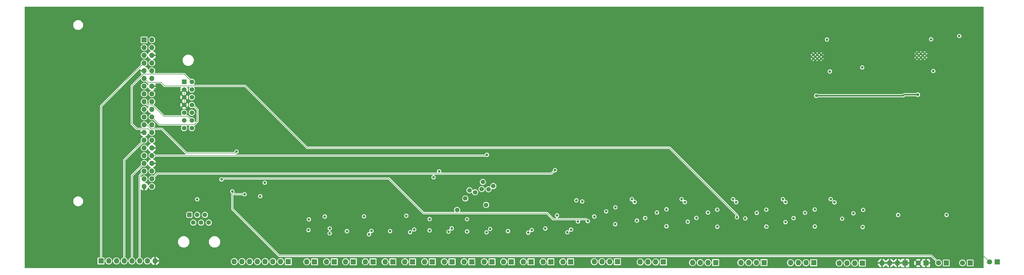
<source format=gbr>
%TF.GenerationSoftware,KiCad,Pcbnew,9.0.7*%
%TF.CreationDate,2026-02-11T10:07:39-06:00*%
%TF.ProjectId,GrizzlySimHW,4772697a-7a6c-4795-9369-6d48572e6b69,rev?*%
%TF.SameCoordinates,Original*%
%TF.FileFunction,Copper,L2,Inr*%
%TF.FilePolarity,Positive*%
%FSLAX46Y46*%
G04 Gerber Fmt 4.6, Leading zero omitted, Abs format (unit mm)*
G04 Created by KiCad (PCBNEW 9.0.7) date 2026-02-11 10:07:39*
%MOMM*%
%LPD*%
G01*
G04 APERTURE LIST*
G04 Aperture macros list*
%AMRoundRect*
0 Rectangle with rounded corners*
0 $1 Rounding radius*
0 $2 $3 $4 $5 $6 $7 $8 $9 X,Y pos of 4 corners*
0 Add a 4 corners polygon primitive as box body*
4,1,4,$2,$3,$4,$5,$6,$7,$8,$9,$2,$3,0*
0 Add four circle primitives for the rounded corners*
1,1,$1+$1,$2,$3*
1,1,$1+$1,$4,$5*
1,1,$1+$1,$6,$7*
1,1,$1+$1,$8,$9*
0 Add four rect primitives between the rounded corners*
20,1,$1+$1,$2,$3,$4,$5,0*
20,1,$1+$1,$4,$5,$6,$7,0*
20,1,$1+$1,$6,$7,$8,$9,0*
20,1,$1+$1,$8,$9,$2,$3,0*%
G04 Aperture macros list end*
%TA.AperFunction,ComponentPad*%
%ADD10R,1.800000X1.800000*%
%TD*%
%TA.AperFunction,ComponentPad*%
%ADD11O,1.800000X1.800000*%
%TD*%
%TA.AperFunction,ComponentPad*%
%ADD12R,1.700000X1.700000*%
%TD*%
%TA.AperFunction,ComponentPad*%
%ADD13C,1.700000*%
%TD*%
%TA.AperFunction,ComponentPad*%
%ADD14RoundRect,0.250000X-0.510000X-0.510000X0.510000X-0.510000X0.510000X0.510000X-0.510000X0.510000X0*%
%TD*%
%TA.AperFunction,ComponentPad*%
%ADD15C,1.520000*%
%TD*%
%TA.AperFunction,ComponentPad*%
%ADD16R,1.530000X1.530000*%
%TD*%
%TA.AperFunction,ComponentPad*%
%ADD17C,1.530000*%
%TD*%
%TA.AperFunction,HeatsinkPad*%
%ADD18C,0.500000*%
%TD*%
%TA.AperFunction,ComponentPad*%
%ADD19O,1.700000X1.700000*%
%TD*%
%TA.AperFunction,ViaPad*%
%ADD20C,0.900000*%
%TD*%
%TA.AperFunction,ViaPad*%
%ADD21C,1.000000*%
%TD*%
%TA.AperFunction,ViaPad*%
%ADD22C,1.500000*%
%TD*%
%TA.AperFunction,Conductor*%
%ADD23C,0.200000*%
%TD*%
%TA.AperFunction,Conductor*%
%ADD24C,0.500000*%
%TD*%
G04 APERTURE END LIST*
D10*
%TO.N,/DAC4 Vo (0-10VDC)  1*%
%TO.C,J31*%
X-205359000Y-110413800D03*
D11*
%TO.N,/DAC4 Vo (0-10VDC)  2*%
X-207899000Y-110413800D03*
%TO.N,/DAC4 Vo (0-10VDC)  3*%
X-210439000Y-110413800D03*
%TO.N,/DAC4 Vo (0-10VDC)  4*%
X-212979000Y-110413800D03*
%TD*%
D10*
%TO.N,/DAC1 Vo (0-10VDC)  1*%
%TO.C,J8*%
X-254815300Y-110175000D03*
D11*
%TO.N,/DAC1 Vo (0-10VDC)  2*%
X-257355300Y-110175000D03*
%TO.N,/DAC1 Vo (0-10VDC)  3*%
X-259895300Y-110175000D03*
%TO.N,/DAC1 Vo (0-10VDC)  4*%
X-262435300Y-110175000D03*
%TD*%
D10*
%TO.N,GND*%
%TO.C,J5*%
X-175285400Y-110515400D03*
D11*
X-177825400Y-110515400D03*
X-180365400Y-110515400D03*
X-182905400Y-110515400D03*
%TD*%
D10*
%TO.N,Net-(U61-W)*%
%TO.C,W14*%
X-285365700Y-110109000D03*
D11*
%TO.N,/16*%
X-287905700Y-110109000D03*
%TD*%
D10*
%TO.N,Net-(U43-W)*%
%TO.C,W7*%
X-330865700Y-110109000D03*
D11*
%TO.N,/9*%
X-333405700Y-110109000D03*
%TD*%
D10*
%TO.N,Net-(U41-W)*%
%TO.C,W5*%
X-343865700Y-110109000D03*
D11*
%TO.N,/7*%
X-346405700Y-110109000D03*
%TD*%
D12*
%TO.N,+5V*%
%TO.C,J1*%
X-161721800Y-110464600D03*
D13*
X-164261800Y-110464600D03*
%TD*%
D10*
%TO.N,/DAC3 Vo (0-10VDC)  1*%
%TO.C,J14*%
X-221691200Y-110359200D03*
D11*
%TO.N,/DAC3 Vo (0-10VDC)  2*%
X-224231200Y-110359200D03*
%TO.N,/DAC3 Vo (0-10VDC)  3*%
X-226771200Y-110359200D03*
%TO.N,/DAC3 Vo (0-10VDC)  4*%
X-229311200Y-110359200D03*
%TD*%
D10*
%TO.N,Net-(U58-W)*%
%TO.C,W11*%
X-304865700Y-110109000D03*
D11*
%TO.N,/13*%
X-307405700Y-110109000D03*
%TD*%
D10*
%TO.N,Net-(U26-W)*%
%TO.C,W1*%
X-369633200Y-110109000D03*
D11*
%TO.N,/3*%
X-372173200Y-110109000D03*
%TD*%
D10*
%TO.N,Net-(U33-W)*%
%TO.C,W3*%
X-356865700Y-110109000D03*
D11*
%TO.N,/5*%
X-359405700Y-110109000D03*
%TD*%
D10*
%TO.N,/A{slash}D Ch0 INPUT*%
%TO.C,J6*%
X-378256800Y-110058200D03*
D11*
%TO.N,/A{slash}D Ch1 INPUT*%
X-380796800Y-110058200D03*
%TO.N,/A{slash}D Ch2 INPUT*%
X-383336800Y-110058200D03*
%TO.N,/A{slash}D Ch3 INPUT*%
X-385876800Y-110058200D03*
%TO.N,/A{slash}D Ch4 INPUT*%
X-388416800Y-110058200D03*
%TO.N,/A{slash}D Ch5 INPUT*%
X-390956800Y-110058200D03*
%TO.N,/A{slash}D Ch6 INPUT*%
X-393496800Y-110058200D03*
%TO.N,/A{slash}D Ch7 INPUT*%
X-396036800Y-110058200D03*
%TD*%
D10*
%TO.N,Net-(U60-W)*%
%TO.C,W13*%
X-291865700Y-110109000D03*
D11*
%TO.N,/15*%
X-294405700Y-110109000D03*
%TD*%
D10*
%TO.N,Net-(U42-W)*%
%TO.C,W6*%
X-337365700Y-110109000D03*
D11*
%TO.N,/8*%
X-339905700Y-110109000D03*
%TD*%
D10*
%TO.N,/DAC0 Vo (0-10VDC)  1*%
%TO.C,J9*%
X-269965600Y-110072600D03*
D11*
%TO.N,/DAC0 Vo (0-10VDC)  2*%
X-272505600Y-110072600D03*
%TO.N,/DAC0 Vo (0-10VDC)  3*%
X-275045600Y-110072600D03*
%TO.N,/DAC0 Vo (0-10VDC)  4*%
X-277585600Y-110072600D03*
%TD*%
D10*
%TO.N,Net-(U53-W)*%
%TO.C,W10*%
X-311213200Y-110109000D03*
D11*
%TO.N,/12*%
X-313753200Y-110109000D03*
%TD*%
D10*
%TO.N,Net-(U34-W)*%
%TO.C,W4*%
X-350365700Y-110109000D03*
D11*
%TO.N,/6*%
X-352905700Y-110109000D03*
%TD*%
D10*
%TO.N,Net-(U44-W)*%
%TO.C,W8*%
X-324365700Y-110109000D03*
D11*
%TO.N,/10*%
X-326905700Y-110109000D03*
%TD*%
D10*
%TO.N,/DAC5 Vo (0-10VDC)  1*%
%TO.C,J26*%
X-189331600Y-110540800D03*
D11*
%TO.N,/DAC5 Vo (0-10VDC)  2*%
X-191871600Y-110540800D03*
%TO.N,/DAC5 Vo (0-10VDC)  3*%
X-194411600Y-110540800D03*
%TO.N,/DAC5 Vo (0-10VDC)  4*%
X-196951600Y-110540800D03*
%TD*%
D14*
%TO.N,unconnected-(J7-Pad1)*%
%TO.C,J7*%
X-410773800Y-94665800D03*
D15*
%TO.N,unconnected-(J7-Pad2)*%
X-409503800Y-97205800D03*
%TO.N,Net-(U13-B)*%
X-408233800Y-94665800D03*
%TO.N,Net-(U13-A)*%
X-406963800Y-97205800D03*
%TO.N,unconnected-(J7-Pad5)*%
X-405693800Y-94665800D03*
%TO.N,unconnected-(J7-Pad6)*%
X-404423800Y-97205800D03*
%TD*%
D10*
%TO.N,Net-(U27-W)*%
%TO.C,W2*%
X-363133200Y-110109000D03*
D11*
%TO.N,/4*%
X-365673200Y-110109000D03*
%TD*%
D10*
%TO.N,/GPIO4 (GPCLK0)*%
%TO.C,GND2*%
X-439880000Y-109820000D03*
D11*
%TO.N,/GPIO23*%
X-437340000Y-109820000D03*
%TO.N,/GPIO24*%
X-434800000Y-109820000D03*
%TO.N,/GPIO0 (ID_SD)*%
X-432260000Y-109820000D03*
%TO.N,/GPIO13 (PWM1)*%
X-429720000Y-109820000D03*
%TO.N,/GPIO19 (PCM FS)*%
X-427180000Y-109820000D03*
%TO.N,/GPIO18 (PCM CLK)*%
X-424640000Y-109820000D03*
%TO.N,GND*%
X-422100000Y-109820000D03*
%TD*%
D12*
%TO.N,GND*%
%TO.C,J5*%
X-168427400Y-110515400D03*
D13*
X-170967400Y-110515400D03*
%TD*%
D12*
%TO.N,+3V3*%
%TO.C,J3*%
X-153855000Y-110460000D03*
D13*
X-156395000Y-110460000D03*
%TD*%
D16*
%TO.N,+5V*%
%TO.C,J37*%
X-412530000Y-50870000D03*
D17*
%TO.N,/GPIO7 (SPI0 CE1)*%
X-409990000Y-50870000D03*
%TO.N,GND*%
X-412530000Y-53410000D03*
%TO.N,/GPIO1 (ID_SC)*%
X-409990000Y-53410000D03*
%TO.N,GND*%
X-412530000Y-55950000D03*
%TO.N,/GPIO16*%
X-409990000Y-55950000D03*
%TO.N,GND*%
X-412530000Y-58490000D03*
%TO.N,/INTB\u002A*%
X-409990000Y-58490000D03*
%TO.N,/GPIO3 (I2C1 SCL)*%
X-412530000Y-61030000D03*
%TO.N,/INTA\u002A*%
X-409990000Y-61030000D03*
%TO.N,/GPIO2 (I2C1 SDA)*%
X-412530000Y-63570000D03*
%TO.N,+3V3*%
X-409990000Y-63570000D03*
%TO.N,+5V*%
X-412530000Y-66110000D03*
%TO.N,/GPIO21 (PCM DOUT)*%
X-409990000Y-66110000D03*
%TD*%
D10*
%TO.N,/DAC2 Vo (0-10VDC)  1*%
%TO.C,J15*%
X-237617200Y-110363000D03*
D11*
%TO.N,/DAC2 Vo (0-10VDC)  2*%
X-240157200Y-110363000D03*
%TO.N,/DAC2 Vo (0-10VDC)  3*%
X-242697200Y-110363000D03*
%TO.N,/DAC2 Vo (0-10VDC)  4*%
X-245237200Y-110363000D03*
%TD*%
D10*
%TO.N,Net-(U59-W)*%
%TO.C,W12*%
X-298365700Y-110109000D03*
D11*
%TO.N,/14*%
X-300905700Y-110109000D03*
%TD*%
D10*
%TO.N,Net-(U52-W)*%
%TO.C,W9*%
X-317865700Y-110109000D03*
D11*
%TO.N,/11*%
X-320405700Y-110109000D03*
%TD*%
D12*
%TO.N,Net-(D21-A)*%
%TO.C,J10*%
X-144983200Y-110159800D03*
D13*
%TO.N,GND*%
X-147523200Y-110159800D03*
%TD*%
D18*
%TO.N,GND*%
%TO.C,U32*%
X-205500000Y-43250000D03*
X-204200000Y-43250000D03*
X-202900000Y-43250000D03*
X-205500000Y-41950000D03*
X-204200000Y-41950000D03*
X-202900000Y-41950000D03*
%TD*%
D12*
%TO.N,+3V3*%
%TO.C,P1*%
X-425675000Y-37055000D03*
D19*
%TO.N,+5V*%
X-423135000Y-37055000D03*
%TO.N,/GPIO2 (I2C1 SDA)*%
X-425675000Y-39595000D03*
%TO.N,+5V*%
X-423135000Y-39595000D03*
%TO.N,/GPIO3 (I2C1 SCL)*%
X-425675000Y-42135000D03*
%TO.N,GND*%
X-423135000Y-42135000D03*
%TO.N,/GPIO4 (GPCLK0)*%
X-425675000Y-44675000D03*
%TO.N,/GPIO14 (UART Tx)*%
X-423135000Y-44675000D03*
%TO.N,GND*%
X-425675000Y-47215000D03*
%TO.N,/GPIO15 (UART Rx)*%
X-423135000Y-47215000D03*
%TO.N,/GPIO17*%
X-425675000Y-49755000D03*
%TO.N,/GPIO18 (PCM CLK)*%
X-423135000Y-49755000D03*
%TO.N,/GPIO27*%
X-425675000Y-52295000D03*
%TO.N,GND*%
X-423135000Y-52295000D03*
%TO.N,/GPIO22*%
X-425675000Y-54835000D03*
%TO.N,/GPIO23*%
X-423135000Y-54835000D03*
%TO.N,+3V3*%
X-425675000Y-57375000D03*
%TO.N,/GPIO24*%
X-423135000Y-57375000D03*
%TO.N,/GPIO10 (SPI0 MOSI)*%
X-425675000Y-59915000D03*
%TO.N,GND*%
X-423135000Y-59915000D03*
%TO.N,/GPIO9 (SPI0 MISO)*%
X-425675000Y-62455000D03*
%TO.N,/INTB\u002A*%
X-423135000Y-62455000D03*
%TO.N,/GPIO11 (SPI0 SCLK)*%
X-425675000Y-64995000D03*
%TO.N,/GPIO8 (SPI0 CE0)*%
X-423135000Y-64995000D03*
%TO.N,GND*%
X-425675000Y-67535000D03*
%TO.N,/GPIO7 (SPI0 CE1)*%
X-423135000Y-67535000D03*
%TO.N,/GPIO0 (ID_SD)*%
X-425675000Y-70075000D03*
%TO.N,/GPIO1 (ID_SC)*%
X-423135000Y-70075000D03*
%TO.N,/GPIO5*%
X-425675000Y-72615000D03*
%TO.N,GND*%
X-423135000Y-72615000D03*
%TO.N,/GPIO6*%
X-425675000Y-75155000D03*
%TO.N,/GPIO12 (PWM0)*%
X-423135000Y-75155000D03*
%TO.N,/GPIO13 (PWM1)*%
X-425675000Y-77695000D03*
%TO.N,GND*%
X-423135000Y-77695000D03*
%TO.N,/GPIO19 (PCM FS)*%
X-425675000Y-80235000D03*
%TO.N,/GPIO16*%
X-423135000Y-80235000D03*
%TO.N,/INTA\u002A*%
X-425675000Y-82775000D03*
%TO.N,/GPIO20 (PCM DIN)*%
X-423135000Y-82775000D03*
%TO.N,GND*%
X-425675000Y-85315000D03*
%TO.N,/GPIO21 (PCM DOUT)*%
X-423135000Y-85315000D03*
%TD*%
D18*
%TO.N,GND*%
%TO.C,U25*%
X-171410000Y-42890000D03*
X-170110000Y-42890000D03*
X-168810000Y-42890000D03*
X-171410000Y-41590000D03*
X-170110000Y-41590000D03*
X-168810000Y-41590000D03*
%TD*%
D20*
%TO.N,GND*%
X-386050000Y-102050000D03*
X-383140000Y-102090000D03*
X-237866600Y-95758000D03*
X-208450000Y-103800000D03*
X-225069400Y-96602800D03*
X-391330000Y-102060000D03*
X-340614000Y-93116400D03*
X-289800000Y-91900000D03*
X-367055400Y-93573600D03*
X-253850000Y-106250000D03*
X-189940000Y-101450000D03*
X-215200000Y-104450000D03*
X-380700000Y-102100000D03*
X-371576600Y-98054200D03*
X-274640000Y-96070000D03*
X-356360000Y-102170000D03*
X-264050000Y-102950000D03*
X-344769801Y-98190999D03*
X-193240000Y-96650000D03*
X-371650000Y-105050000D03*
X-406010000Y-63380000D03*
X-328350000Y-91750000D03*
X-291170000Y-101800000D03*
X-368100000Y-106950000D03*
X-305900000Y-105550000D03*
X-329400000Y-101480000D03*
X-254550000Y-101188400D03*
X-247850000Y-104350000D03*
X-389050800Y-102069100D03*
X-207110000Y-101240000D03*
X-237750000Y-101500000D03*
X-240350000Y-103850000D03*
X-254550000Y-95600000D03*
X-328450000Y-107000000D03*
X-378240000Y-102070000D03*
X-257900000Y-96500000D03*
X-290050000Y-106950000D03*
X-358947601Y-98216700D03*
X-319450000Y-105500000D03*
X-241122400Y-96470700D03*
X-192470000Y-104000000D03*
X-358950000Y-105450000D03*
X-221718100Y-95703400D03*
X-301950000Y-92650000D03*
X-315500000Y-92750000D03*
X-320850000Y-78300000D03*
X-250100000Y-96050000D03*
X-319444000Y-97980799D03*
X-389689600Y-83580000D03*
X-386330000Y-90450000D03*
X-221660000Y-101370000D03*
X-224250000Y-104000000D03*
X-315900000Y-106750000D03*
X-342630000Y-106850000D03*
X-355424766Y-107026179D03*
X-354279200Y-93370400D03*
X-189890000Y-95860000D03*
X-302850000Y-106950000D03*
X-271373000Y-100623800D03*
X-342340000Y-101380000D03*
X-431470000Y-68090000D03*
X-199260000Y-102890000D03*
X-392689600Y-83630000D03*
X-303510000Y-101900000D03*
X-209170000Y-96470000D03*
X-159597500Y-94672500D03*
X-331749400Y-97952600D03*
X-201280000Y-96670000D03*
X-293674800Y-104658200D03*
X-344769801Y-105404599D03*
X-231350000Y-104400000D03*
X-273790000Y-103380000D03*
X-271390000Y-95040000D03*
X-306000000Y-98000000D03*
X-205775800Y-95681800D03*
X-394390000Y-102097500D03*
X-317049000Y-101620000D03*
X-293663000Y-97530801D03*
X-280400000Y-103050000D03*
X-369220000Y-101670000D03*
X-331700000Y-105250000D03*
X-233250000Y-98550000D03*
X-397331200Y-102075300D03*
%TO.N,+3V3*%
X-289812100Y-94843600D03*
X-371500000Y-96150000D03*
X-282928700Y-96850200D03*
X-330454100Y-82300000D03*
X-385989600Y-84080000D03*
X-408249700Y-89549700D03*
X-319444000Y-96080799D03*
X-331749400Y-96052600D03*
D21*
%TO.N,/34VDC*%
X-204500000Y-55450000D03*
X-171100000Y-55100000D03*
D20*
%TO.N,+5V*%
X-396689600Y-86930000D03*
X-387489600Y-88530000D03*
X-392639600Y-87880000D03*
X-157450000Y-35800000D03*
%TO.N,+15VDC*%
X-240150000Y-93900000D03*
X-256950000Y-93900000D03*
X-189400000Y-46150000D03*
X-192293200Y-94147400D03*
X-273650000Y-93500000D03*
X-224100000Y-94000000D03*
X-208219000Y-93969600D03*
%TO.N,Net-(D34-K)*%
X-201000000Y-36950000D03*
X-200050000Y-47450000D03*
%TO.N,Net-(D35-A)*%
X-177575000Y-94702500D03*
%TO.N,/DAC0 Vo (0-10VDC)  3*%
X-270676800Y-97728200D03*
%TO.N,/DAC0 Vo (0-10VDC)  2*%
X-270612350Y-92177350D03*
%TO.N,/DAC0 Vo (0-10VDC)  1*%
X-277560200Y-95213600D03*
%TO.N,/DAC4 Vo (0-10VDC)  1*%
X-211988400Y-95730700D03*
%TO.N,/DAC4 Vo (0-10VDC)  3*%
X-205001500Y-98475800D03*
%TO.N,/DAC4 Vo (0-10VDC)  2*%
X-205026900Y-92887800D03*
%TO.N,/DAC2 Vo (0-10VDC)  3*%
X-237081900Y-98577400D03*
%TO.N,/DAC2 Vo (0-10VDC)  2*%
X-237107300Y-92964000D03*
%TO.N,/DAC2 Vo (0-10VDC)  1*%
X-243955450Y-95668150D03*
%TO.N,/DAC1 Vo (0-10VDC)  2*%
X-253805300Y-92826800D03*
%TO.N,/DAC1 Vo (0-10VDC)  3*%
X-253805300Y-98389400D03*
%TO.N,/DAC1 Vo (0-10VDC)  1*%
X-260817600Y-95720500D03*
%TO.N,/DAC5 Vo (0-10VDC)  3*%
X-189230000Y-98653600D03*
%TO.N,/DAC5 Vo (0-10VDC)  2*%
X-189092200Y-93040200D03*
%TO.N,/DAC5 Vo (0-10VDC)  1*%
X-196011800Y-95933900D03*
%TO.N,/DAC3 Vo (0-10VDC)  3*%
X-220927300Y-98522800D03*
%TO.N,/DAC3 Vo (0-10VDC)  1*%
X-227888800Y-95828500D03*
%TO.N,/DAC3 Vo (0-10VDC)  2*%
X-220966350Y-92946550D03*
%TO.N,/GPIO2 (I2C1 SDA)*%
X-328629100Y-80324600D03*
%TO.N,/GPIO27*%
X-214649000Y-97050000D03*
%TO.N,/GPIO6*%
X-263537000Y-96550000D03*
%TO.N,/GPIO22*%
X-246800000Y-96900000D03*
%TO.N,/GPIO11 (SPI0 SCLK)*%
X-395300000Y-73850000D03*
%TO.N,/GPIO12 (PWM0)*%
X-312900000Y-74900000D03*
%TO.N,/GPIO17*%
X-230600000Y-95450000D03*
%TO.N,/GPIO5*%
X-279700000Y-96700000D03*
X-400250000Y-83000000D03*
%TO.N,/GPIO20 (PCM DIN)*%
X-290500000Y-79950000D03*
%TO.N,/SD0*%
X-247763600Y-90474800D03*
X-230860600Y-90474800D03*
X-198526400Y-90525600D03*
X-281559000Y-90259600D03*
X-214630000Y-90449400D03*
X-264287000Y-90449400D03*
%TO.N,/SC0*%
X-199771000Y-89484200D03*
X-215493600Y-89489769D03*
X-283464000Y-89865200D03*
X-231876600Y-89489769D03*
X-248837114Y-89489769D03*
X-265201400Y-89509600D03*
%TO.N,/SD1*%
X-371602000Y-99671500D03*
D22*
X-314230000Y-83830000D03*
D20*
X-364642400Y-100736400D03*
D22*
%TO.N,/SC1*%
X-310790000Y-85180000D03*
D20*
X-366244500Y-95199200D03*
D22*
%TO.N,/SD2*%
X-314610000Y-86180000D03*
D20*
X-358947601Y-100037200D03*
X-351708601Y-101051300D03*
%TO.N,/SC2*%
X-353336101Y-95158500D03*
D22*
X-312360000Y-86260000D03*
D20*
%TO.N,/SD3*%
X-338175600Y-100355400D03*
D22*
X-318630000Y-86580000D03*
D20*
X-344758501Y-100016699D03*
D22*
%TO.N,/SC3*%
X-316764524Y-87240400D03*
D20*
X-339420200Y-94945200D03*
%TO.N,/SD4*%
X-325551800Y-100228400D03*
X-331763000Y-99773100D03*
%TO.N,/SD5*%
X-319430400Y-100126800D03*
D22*
X-322684000Y-93040000D03*
D20*
X-313029600Y-100406200D03*
%TO.N,/SD6*%
X-299313600Y-100507800D03*
D22*
X-313160000Y-91390000D03*
D20*
X-305968400Y-100001700D03*
D22*
%TO.N,/SD7*%
X-320020000Y-89260000D03*
D20*
X-286435800Y-100406200D03*
X-293674800Y-99163500D03*
%TO.N,/11*%
X-311835800Y-99288600D03*
%TO.N,/13*%
X-298145200Y-99644200D03*
%TO.N,/15*%
X-285191200Y-99517200D03*
%TO.N,/5*%
X-350895801Y-99933700D03*
%TO.N,/7*%
X-336829400Y-99466400D03*
%TO.N,/9*%
X-324485000Y-99110800D03*
%TO.N,/3*%
X-364617000Y-99136200D03*
%TO.N,Net-(D23-A)*%
X-161642500Y-94672500D03*
%TO.N,Net-(D22-K)*%
X-166010000Y-47310000D03*
X-166730000Y-36880000D03*
%TD*%
D23*
%TO.N,GND*%
X-422020000Y-53410000D02*
X-423135000Y-52295000D01*
X-147523200Y-110159800D02*
X-159597500Y-98085500D01*
X-412530000Y-55950000D02*
X-412530000Y-58490000D01*
X-412530000Y-53410000D02*
X-412530000Y-55950000D01*
X-159597500Y-98085500D02*
X-159597500Y-94672500D01*
X-412530000Y-53410000D02*
X-422020000Y-53410000D01*
%TO.N,+3V3*%
X-419212240Y-62210000D02*
X-422896240Y-58526000D01*
X-424524000Y-58526000D02*
X-425675000Y-57375000D01*
X-409990000Y-63570000D02*
X-411350000Y-62210000D01*
X-422896240Y-58526000D02*
X-424524000Y-58526000D01*
X-411350000Y-62210000D02*
X-419212240Y-62210000D01*
D24*
%TO.N,/34VDC*%
X-171130000Y-55130000D02*
X-175600000Y-55130000D01*
X-175600000Y-55130000D02*
X-175920000Y-55450000D01*
X-175920000Y-55450000D02*
X-204500000Y-55450000D01*
X-171100000Y-55100000D02*
X-171130000Y-55130000D01*
D23*
%TO.N,+5V*%
X-381220000Y-108140000D02*
X-166586400Y-108140000D01*
X-396689600Y-86930000D02*
X-396689600Y-92670400D01*
X-166586400Y-108140000D02*
X-164261800Y-110464600D01*
X-395739600Y-87880000D02*
X-392639600Y-87880000D01*
X-396689600Y-92670400D02*
X-381220000Y-108140000D01*
X-396689600Y-86930000D02*
X-395739600Y-87880000D01*
%TO.N,/GPIO4 (GPCLK0)*%
X-439880000Y-109820000D02*
X-439880000Y-58880000D01*
X-439880000Y-58880000D02*
X-425675000Y-44675000D01*
%TO.N,/GPIO13 (PWM1)*%
X-429720000Y-109820000D02*
X-429720000Y-81740000D01*
X-429720000Y-81740000D02*
X-425675000Y-77695000D01*
%TO.N,/GPIO0 (ID_SD)*%
X-432260000Y-76660000D02*
X-425675000Y-70075000D01*
X-432260000Y-109820000D02*
X-432260000Y-76660000D01*
%TO.N,/GPIO19 (PCM FS)*%
X-427180000Y-81740000D02*
X-425675000Y-80235000D01*
X-427180000Y-109820000D02*
X-427180000Y-81740000D01*
%TO.N,/GPIO7 (SPI0 CE1)*%
X-425913760Y-48366000D02*
X-429750000Y-52202240D01*
X-424320000Y-66350000D02*
X-423135000Y-67535000D01*
X-429750000Y-64700000D02*
X-428100000Y-66350000D01*
X-409990000Y-50870000D02*
X-412500000Y-48360000D01*
X-428100000Y-66350000D02*
X-424320000Y-66350000D01*
X-412500000Y-48360000D02*
X-422652240Y-48360000D01*
X-423617760Y-48360000D02*
X-425192240Y-48360000D01*
X-425192240Y-48360000D02*
X-425198240Y-48366000D01*
X-422658240Y-48366000D02*
X-423611760Y-48366000D01*
X-423611760Y-48366000D02*
X-423617760Y-48360000D01*
X-429750000Y-52202240D02*
X-429750000Y-64700000D01*
X-422652240Y-48360000D02*
X-422658240Y-48366000D01*
X-425198240Y-48366000D02*
X-425913760Y-48366000D01*
%TO.N,/GPIO11 (SPI0 SCLK)*%
X-419773100Y-66384000D02*
X-411807100Y-74350000D01*
X-423373760Y-66384000D02*
X-419773100Y-66384000D01*
X-424762760Y-64995000D02*
X-423373760Y-66384000D01*
X-395800000Y-74350000D02*
X-395300000Y-73850000D01*
X-425675000Y-64995000D02*
X-424762760Y-64995000D01*
X-411807100Y-74350000D02*
X-395800000Y-74350000D01*
%TO.N,/GPIO12 (PWM0)*%
X-313155000Y-75155000D02*
X-423135000Y-75155000D01*
X-312900000Y-74900000D02*
X-313155000Y-75155000D01*
%TO.N,/GPIO17*%
X-230600000Y-94700000D02*
X-252700000Y-72600000D01*
X-424380000Y-51050000D02*
X-425675000Y-49755000D01*
X-392450000Y-52200000D02*
X-418950000Y-52200000D01*
X-372050000Y-72600000D02*
X-392450000Y-52200000D01*
X-420100000Y-51050000D02*
X-424380000Y-51050000D01*
X-252700000Y-72600000D02*
X-372050000Y-72600000D01*
X-230600000Y-95450000D02*
X-230600000Y-94700000D01*
X-418950000Y-52200000D02*
X-420100000Y-51050000D01*
%TO.N,/INTB\u002A*%
X-408100000Y-60000000D02*
X-408100000Y-63850000D01*
X-408100000Y-63850000D02*
X-409150000Y-64900000D01*
X-420690000Y-64900000D02*
X-423135000Y-62455000D01*
X-409150000Y-64900000D02*
X-420690000Y-64900000D01*
X-409990000Y-58490000D02*
X-409610000Y-58490000D01*
X-409610000Y-58490000D02*
X-408100000Y-60000000D01*
%TO.N,/GPIO5*%
X-399940000Y-82690000D02*
X-400250000Y-83000000D01*
X-279700000Y-96700000D02*
X-280300800Y-96099200D01*
X-280300800Y-96099200D02*
X-291100800Y-96099200D01*
X-291100800Y-96099200D02*
X-293100000Y-94100000D01*
X-293100000Y-94100000D02*
X-333750000Y-94100000D01*
X-345160000Y-82690000D02*
X-399940000Y-82690000D01*
X-333750000Y-94100000D02*
X-345160000Y-82690000D01*
%TO.N,/GPIO20 (PCM DIN)*%
X-290500000Y-79950000D02*
X-291625600Y-81075600D01*
X-421435600Y-81075600D02*
X-423135000Y-82775000D01*
X-291625600Y-81075600D02*
X-421435600Y-81075600D01*
%TD*%
%TA.AperFunction,Conductor*%
%TO.N,GND*%
G36*
X-180877918Y-110303108D02*
G01*
X-180915400Y-110442991D01*
X-180915400Y-110587809D01*
X-180877918Y-110727692D01*
X-180856148Y-110765400D01*
X-182414652Y-110765400D01*
X-182392882Y-110727692D01*
X-182355400Y-110587809D01*
X-182355400Y-110442991D01*
X-182392882Y-110303108D01*
X-182414652Y-110265400D01*
X-180856148Y-110265400D01*
X-180877918Y-110303108D01*
G37*
%TD.AperFunction*%
%TA.AperFunction,Conductor*%
G36*
X-178337918Y-110303108D02*
G01*
X-178375400Y-110442991D01*
X-178375400Y-110587809D01*
X-178337918Y-110727692D01*
X-178316148Y-110765400D01*
X-179874652Y-110765400D01*
X-179852882Y-110727692D01*
X-179815400Y-110587809D01*
X-179815400Y-110442991D01*
X-179852882Y-110303108D01*
X-179874652Y-110265400D01*
X-178316148Y-110265400D01*
X-178337918Y-110303108D01*
G37*
%TD.AperFunction*%
%TA.AperFunction,Conductor*%
G36*
X-175797918Y-110303108D02*
G01*
X-175835400Y-110442991D01*
X-175835400Y-110587809D01*
X-175797918Y-110727692D01*
X-175776148Y-110765400D01*
X-177334652Y-110765400D01*
X-177312882Y-110727692D01*
X-177275400Y-110587809D01*
X-177275400Y-110442991D01*
X-177312882Y-110303108D01*
X-177334652Y-110265400D01*
X-175776148Y-110265400D01*
X-175797918Y-110303108D01*
G37*
%TD.AperFunction*%
%TA.AperFunction,Conductor*%
G36*
X-427027936Y-46626132D02*
G01*
X-426972003Y-46668004D01*
X-426947586Y-46733468D01*
X-426953339Y-46780632D01*
X-426991757Y-46898870D01*
X-426991757Y-46898873D01*
X-427002231Y-46965000D01*
X-426108012Y-46965000D01*
X-426140925Y-47022007D01*
X-426175000Y-47149174D01*
X-426175000Y-47280826D01*
X-426140925Y-47407993D01*
X-426108012Y-47465000D01*
X-427002231Y-47465000D01*
X-426991757Y-47531126D01*
X-426991757Y-47531129D01*
X-426926095Y-47733217D01*
X-426829620Y-47922557D01*
X-426704727Y-48094459D01*
X-426704723Y-48094464D01*
X-426554467Y-48244720D01*
X-426554464Y-48244722D01*
X-426517684Y-48271445D01*
X-426475017Y-48326775D01*
X-426469037Y-48396388D01*
X-426501643Y-48458183D01*
X-426502887Y-48459445D01*
X-430030470Y-51987028D01*
X-430059494Y-52037299D01*
X-430076614Y-52066952D01*
X-430100500Y-52156096D01*
X-430100500Y-64746144D01*
X-430091485Y-64779788D01*
X-430076614Y-64835288D01*
X-430030470Y-64915212D01*
X-428380469Y-66565212D01*
X-428315212Y-66630469D01*
X-428235288Y-66676614D01*
X-428146144Y-66700500D01*
X-426967291Y-66700500D01*
X-426900252Y-66720185D01*
X-426854497Y-66772989D01*
X-426844553Y-66842147D01*
X-426856806Y-66880795D01*
X-426926095Y-67016782D01*
X-426991757Y-67218870D01*
X-426991757Y-67218873D01*
X-427002231Y-67285000D01*
X-426108012Y-67285000D01*
X-426140925Y-67342007D01*
X-426175000Y-67469174D01*
X-426175000Y-67600826D01*
X-426140925Y-67727993D01*
X-426108012Y-67785000D01*
X-427002231Y-67785000D01*
X-426991757Y-67851126D01*
X-426991757Y-67851129D01*
X-426926095Y-68053217D01*
X-426829620Y-68242557D01*
X-426704727Y-68414459D01*
X-426704723Y-68414464D01*
X-426554464Y-68564723D01*
X-426554459Y-68564727D01*
X-426382557Y-68689620D01*
X-426193215Y-68786096D01*
X-426094288Y-68818239D01*
X-426036612Y-68857676D01*
X-426009413Y-68922034D01*
X-426021327Y-68990880D01*
X-426068571Y-69042357D01*
X-426094284Y-69054100D01*
X-426097446Y-69055127D01*
X-426251788Y-69133768D01*
X-426391928Y-69235586D01*
X-426514414Y-69358072D01*
X-426616232Y-69498212D01*
X-426694873Y-69652555D01*
X-426748402Y-69817299D01*
X-426775500Y-69988389D01*
X-426775500Y-70161611D01*
X-426748402Y-70332701D01*
X-426694873Y-70497445D01*
X-426694868Y-70497454D01*
X-426693401Y-70501970D01*
X-426691406Y-70571811D01*
X-426723650Y-70627969D01*
X-432540470Y-76444788D01*
X-432586614Y-76524712D01*
X-432610500Y-76613856D01*
X-432610500Y-76613858D01*
X-432610500Y-108634085D01*
X-432630185Y-108701124D01*
X-432682989Y-108746879D01*
X-432696179Y-108752015D01*
X-432701640Y-108753789D01*
X-432785453Y-108796494D01*
X-432862994Y-108836004D01*
X-432862996Y-108836005D01*
X-432862997Y-108836006D01*
X-433009494Y-108942441D01*
X-433009499Y-108942445D01*
X-433137554Y-109070500D01*
X-433137558Y-109070505D01*
X-433228042Y-109195047D01*
X-433243996Y-109217006D01*
X-433290468Y-109308212D01*
X-433326211Y-109378360D01*
X-433326212Y-109378363D01*
X-433346280Y-109440127D01*
X-433382171Y-109550591D01*
X-433392550Y-109616121D01*
X-433407527Y-109710678D01*
X-433437456Y-109773813D01*
X-433496768Y-109810744D01*
X-433566631Y-109809746D01*
X-433624863Y-109771136D01*
X-433652473Y-109710678D01*
X-433677829Y-109550589D01*
X-433733787Y-109378363D01*
X-433733788Y-109378360D01*
X-433816006Y-109217002D01*
X-433922441Y-109070505D01*
X-433922445Y-109070500D01*
X-434050500Y-108942445D01*
X-434050505Y-108942441D01*
X-434197002Y-108836006D01*
X-434358360Y-108753788D01*
X-434358363Y-108753787D01*
X-434530589Y-108697829D01*
X-434709449Y-108669500D01*
X-434709454Y-108669500D01*
X-434890546Y-108669500D01*
X-434890551Y-108669500D01*
X-435069410Y-108697829D01*
X-435241636Y-108753787D01*
X-435241639Y-108753788D01*
X-435351300Y-108809664D01*
X-435402994Y-108836004D01*
X-435402996Y-108836005D01*
X-435402997Y-108836006D01*
X-435549494Y-108942441D01*
X-435549499Y-108942445D01*
X-435677554Y-109070500D01*
X-435677558Y-109070505D01*
X-435768042Y-109195047D01*
X-435783996Y-109217006D01*
X-435830468Y-109308212D01*
X-435866211Y-109378360D01*
X-435866212Y-109378363D01*
X-435886280Y-109440127D01*
X-435922171Y-109550591D01*
X-435932550Y-109616121D01*
X-435947527Y-109710678D01*
X-435977456Y-109773813D01*
X-436036768Y-109810744D01*
X-436106631Y-109809746D01*
X-436164863Y-109771136D01*
X-436192473Y-109710678D01*
X-436217829Y-109550589D01*
X-436273787Y-109378363D01*
X-436273788Y-109378360D01*
X-436356006Y-109217002D01*
X-436462441Y-109070505D01*
X-436462445Y-109070500D01*
X-436590500Y-108942445D01*
X-436590505Y-108942441D01*
X-436737002Y-108836006D01*
X-436898360Y-108753788D01*
X-436898363Y-108753787D01*
X-437070589Y-108697829D01*
X-437249449Y-108669500D01*
X-437249454Y-108669500D01*
X-437430546Y-108669500D01*
X-437430551Y-108669500D01*
X-437609410Y-108697829D01*
X-437781636Y-108753787D01*
X-437781639Y-108753788D01*
X-437891300Y-108809664D01*
X-437942994Y-108836004D01*
X-437942996Y-108836005D01*
X-437942997Y-108836006D01*
X-438089494Y-108942441D01*
X-438089499Y-108942445D01*
X-438217554Y-109070500D01*
X-438217558Y-109070505D01*
X-438308042Y-109195047D01*
X-438323996Y-109217006D01*
X-438370468Y-109308212D01*
X-438406211Y-109378360D01*
X-438406212Y-109378363D01*
X-438426280Y-109440127D01*
X-438462171Y-109550591D01*
X-438468401Y-109589926D01*
X-438483027Y-109682266D01*
X-438512956Y-109745401D01*
X-438572268Y-109782332D01*
X-438642131Y-109781334D01*
X-438700363Y-109742724D01*
X-438728477Y-109678760D01*
X-438729500Y-109662868D01*
X-438729500Y-108895321D01*
X-438744032Y-108822264D01*
X-438744033Y-108822260D01*
X-438799399Y-108739399D01*
X-438882260Y-108684033D01*
X-438882264Y-108684032D01*
X-438955323Y-108669500D01*
X-438955326Y-108669500D01*
X-439405500Y-108669500D01*
X-439472539Y-108649815D01*
X-439518294Y-108597011D01*
X-439529500Y-108545500D01*
X-439529500Y-59076544D01*
X-439509815Y-59009505D01*
X-439493181Y-58988863D01*
X-427158951Y-46654633D01*
X-427097628Y-46621148D01*
X-427027936Y-46626132D01*
G37*
%TD.AperFunction*%
%TA.AperFunction,Conductor*%
G36*
X-419902605Y-66754185D02*
G01*
X-419881963Y-66770819D01*
X-412087569Y-74565212D01*
X-412059962Y-74592819D01*
X-412026477Y-74654142D01*
X-412031461Y-74723834D01*
X-412073333Y-74779767D01*
X-412138797Y-74804184D01*
X-412147643Y-74804500D01*
X-422002481Y-74804500D01*
X-422069520Y-74784815D01*
X-422112966Y-74736795D01*
X-422193768Y-74578211D01*
X-422271829Y-74470771D01*
X-422295586Y-74438072D01*
X-422295588Y-74438070D01*
X-422295588Y-74438069D01*
X-422418069Y-74315588D01*
X-422558211Y-74213768D01*
X-422712550Y-74135128D01*
X-422714522Y-74134487D01*
X-422715721Y-74134098D01*
X-422716769Y-74133381D01*
X-422717048Y-74133266D01*
X-422717023Y-74133207D01*
X-422773393Y-74094657D01*
X-422800587Y-74030297D01*
X-422788668Y-73961451D01*
X-422741420Y-73909979D01*
X-422715711Y-73898239D01*
X-422616784Y-73866096D01*
X-422427442Y-73769620D01*
X-422255540Y-73644727D01*
X-422255535Y-73644723D01*
X-422105276Y-73494464D01*
X-422105272Y-73494459D01*
X-421980379Y-73322557D01*
X-421883904Y-73133217D01*
X-421818242Y-72931129D01*
X-421818242Y-72931126D01*
X-421807769Y-72865000D01*
X-422701988Y-72865000D01*
X-422669075Y-72807993D01*
X-422635000Y-72680826D01*
X-422635000Y-72549174D01*
X-422669075Y-72422007D01*
X-422701988Y-72365000D01*
X-421807769Y-72365000D01*
X-421818242Y-72298873D01*
X-421818242Y-72298870D01*
X-421883904Y-72096782D01*
X-421980379Y-71907442D01*
X-422105272Y-71735540D01*
X-422105276Y-71735535D01*
X-422255535Y-71585276D01*
X-422255540Y-71585272D01*
X-422427442Y-71460379D01*
X-422616783Y-71363904D01*
X-422715712Y-71331760D01*
X-422773388Y-71292322D01*
X-422800586Y-71227964D01*
X-422788671Y-71159117D01*
X-422741427Y-71107642D01*
X-422715712Y-71095898D01*
X-422712555Y-71094873D01*
X-422558212Y-71016232D01*
X-422418072Y-70914414D01*
X-422295586Y-70791928D01*
X-422193768Y-70651788D01*
X-422115127Y-70497445D01*
X-422061598Y-70332701D01*
X-422034500Y-70161611D01*
X-422034500Y-69988389D01*
X-422061597Y-69817302D01*
X-422115128Y-69652552D01*
X-422193768Y-69498211D01*
X-422251859Y-69418256D01*
X-422295586Y-69358072D01*
X-422295588Y-69358070D01*
X-422295588Y-69358069D01*
X-422418069Y-69235588D01*
X-422558211Y-69133768D01*
X-422712552Y-69055128D01*
X-422877302Y-69001597D01*
X-422877301Y-69001597D01*
X-423016192Y-68979599D01*
X-423048389Y-68974500D01*
X-423221611Y-68974500D01*
X-423273239Y-68982677D01*
X-423392697Y-69001597D01*
X-423392699Y-69001597D01*
X-423392701Y-69001598D01*
X-423557445Y-69055127D01*
X-423711788Y-69133768D01*
X-423851928Y-69235586D01*
X-423974414Y-69358072D01*
X-424076232Y-69498212D01*
X-424154873Y-69652555D01*
X-424208402Y-69817299D01*
X-424235500Y-69988389D01*
X-424235500Y-70161611D01*
X-424208402Y-70332701D01*
X-424154873Y-70497445D01*
X-424076232Y-70651788D01*
X-423974414Y-70791928D01*
X-423851928Y-70914414D01*
X-423711788Y-71016232D01*
X-423557445Y-71094873D01*
X-423554294Y-71095896D01*
X-423553250Y-71096610D01*
X-423552952Y-71096734D01*
X-423552977Y-71096796D01*
X-423496618Y-71135327D01*
X-423469415Y-71199683D01*
X-423481323Y-71268530D01*
X-423528562Y-71320011D01*
X-423554287Y-71331760D01*
X-423653217Y-71363904D01*
X-423842557Y-71460379D01*
X-424014459Y-71585272D01*
X-424014464Y-71585276D01*
X-424164723Y-71735535D01*
X-424164727Y-71735540D01*
X-424289620Y-71907442D01*
X-424386096Y-72096784D01*
X-424418239Y-72195711D01*
X-424457676Y-72253387D01*
X-424522034Y-72280586D01*
X-424590881Y-72268672D01*
X-424642357Y-72221428D01*
X-424654099Y-72195720D01*
X-424655128Y-72192550D01*
X-424733768Y-72038211D01*
X-424791859Y-71958256D01*
X-424835586Y-71898072D01*
X-424835588Y-71898070D01*
X-424835588Y-71898069D01*
X-424958069Y-71775588D01*
X-425098211Y-71673768D01*
X-425252552Y-71595128D01*
X-425417302Y-71541597D01*
X-425417301Y-71541597D01*
X-425556192Y-71519599D01*
X-425588389Y-71514500D01*
X-425761611Y-71514500D01*
X-425813239Y-71522677D01*
X-425932697Y-71541597D01*
X-425932699Y-71541597D01*
X-425932701Y-71541598D01*
X-426097445Y-71595127D01*
X-426251788Y-71673768D01*
X-426391928Y-71775586D01*
X-426514414Y-71898072D01*
X-426616232Y-72038212D01*
X-426694873Y-72192555D01*
X-426748402Y-72357299D01*
X-426775500Y-72528389D01*
X-426775500Y-72701611D01*
X-426748402Y-72872701D01*
X-426694873Y-73037445D01*
X-426616232Y-73191788D01*
X-426514414Y-73331928D01*
X-426391928Y-73454414D01*
X-426251788Y-73556232D01*
X-426097445Y-73634873D01*
X-425932701Y-73688402D01*
X-425761611Y-73715500D01*
X-425761610Y-73715500D01*
X-425588390Y-73715500D01*
X-425588389Y-73715500D01*
X-425417299Y-73688402D01*
X-425252555Y-73634873D01*
X-425098212Y-73556232D01*
X-424958072Y-73454414D01*
X-424835586Y-73331928D01*
X-424733768Y-73191788D01*
X-424655128Y-73037447D01*
X-424655127Y-73037446D01*
X-424654100Y-73034284D01*
X-424653383Y-73033236D01*
X-424653266Y-73032952D01*
X-424653206Y-73032976D01*
X-424614661Y-72976609D01*
X-424550302Y-72949413D01*
X-424481456Y-72961329D01*
X-424429981Y-73008574D01*
X-424418239Y-73034288D01*
X-424386096Y-73133215D01*
X-424289620Y-73322557D01*
X-424164727Y-73494459D01*
X-424164723Y-73494464D01*
X-424014464Y-73644723D01*
X-424014459Y-73644727D01*
X-423842557Y-73769620D01*
X-423653215Y-73866096D01*
X-423554288Y-73898239D01*
X-423496612Y-73937676D01*
X-423469413Y-74002034D01*
X-423481327Y-74070880D01*
X-423528571Y-74122357D01*
X-423554284Y-74134100D01*
X-423557446Y-74135127D01*
X-423649080Y-74181817D01*
X-423711788Y-74213768D01*
X-423851928Y-74315586D01*
X-423974414Y-74438072D01*
X-424076232Y-74578212D01*
X-424154873Y-74732555D01*
X-424208402Y-74897299D01*
X-424235500Y-75068389D01*
X-424235500Y-75241611D01*
X-424208402Y-75412701D01*
X-424154873Y-75577445D01*
X-424076232Y-75731788D01*
X-423974414Y-75871928D01*
X-423851928Y-75994414D01*
X-423711788Y-76096232D01*
X-423557445Y-76174873D01*
X-423554294Y-76175896D01*
X-423553250Y-76176610D01*
X-423552952Y-76176734D01*
X-423552977Y-76176796D01*
X-423496618Y-76215327D01*
X-423469415Y-76279683D01*
X-423481323Y-76348530D01*
X-423528562Y-76400011D01*
X-423554287Y-76411760D01*
X-423653217Y-76443904D01*
X-423842557Y-76540379D01*
X-424014459Y-76665272D01*
X-424014464Y-76665276D01*
X-424164723Y-76815535D01*
X-424164727Y-76815540D01*
X-424289620Y-76987442D01*
X-424386096Y-77176784D01*
X-424418239Y-77275711D01*
X-424457676Y-77333387D01*
X-424522034Y-77360586D01*
X-424590881Y-77348672D01*
X-424642357Y-77301428D01*
X-424654099Y-77275720D01*
X-424655128Y-77272550D01*
X-424733768Y-77118211D01*
X-424791859Y-77038256D01*
X-424835586Y-76978072D01*
X-424835588Y-76978070D01*
X-424835588Y-76978069D01*
X-424958069Y-76855588D01*
X-425098211Y-76753768D01*
X-425252552Y-76675128D01*
X-425417302Y-76621597D01*
X-425417301Y-76621597D01*
X-425556192Y-76599599D01*
X-425588389Y-76594500D01*
X-425761611Y-76594500D01*
X-425813239Y-76602677D01*
X-425932697Y-76621597D01*
X-425932699Y-76621597D01*
X-425932701Y-76621598D01*
X-426097445Y-76675127D01*
X-426251788Y-76753768D01*
X-426391928Y-76855586D01*
X-426514414Y-76978072D01*
X-426616232Y-77118212D01*
X-426694873Y-77272555D01*
X-426748402Y-77437299D01*
X-426775500Y-77608389D01*
X-426775500Y-77781611D01*
X-426748402Y-77952701D01*
X-426694873Y-78117445D01*
X-426693402Y-78121971D01*
X-426691407Y-78191812D01*
X-426723652Y-78247970D01*
X-430000467Y-81524785D01*
X-430000472Y-81524791D01*
X-430043605Y-81599499D01*
X-430043605Y-81599500D01*
X-430046614Y-81604712D01*
X-430070500Y-81693856D01*
X-430070500Y-81693858D01*
X-430070500Y-108634085D01*
X-430090185Y-108701124D01*
X-430142989Y-108746879D01*
X-430156179Y-108752015D01*
X-430161640Y-108753789D01*
X-430245453Y-108796494D01*
X-430322994Y-108836004D01*
X-430322996Y-108836005D01*
X-430322997Y-108836006D01*
X-430469494Y-108942441D01*
X-430469499Y-108942445D01*
X-430597554Y-109070500D01*
X-430597558Y-109070505D01*
X-430688042Y-109195047D01*
X-430703996Y-109217006D01*
X-430750468Y-109308212D01*
X-430786211Y-109378360D01*
X-430786212Y-109378363D01*
X-430806280Y-109440127D01*
X-430842171Y-109550591D01*
X-430852550Y-109616121D01*
X-430867527Y-109710678D01*
X-430897456Y-109773813D01*
X-430956768Y-109810744D01*
X-431026631Y-109809746D01*
X-431084863Y-109771136D01*
X-431112473Y-109710678D01*
X-431137829Y-109550589D01*
X-431193787Y-109378363D01*
X-431193788Y-109378360D01*
X-431276006Y-109217002D01*
X-431382441Y-109070505D01*
X-431382445Y-109070500D01*
X-431510500Y-108942445D01*
X-431510505Y-108942441D01*
X-431657002Y-108836006D01*
X-431818359Y-108753789D01*
X-431823821Y-108752015D01*
X-431881495Y-108712577D01*
X-431908692Y-108648217D01*
X-431909500Y-108634085D01*
X-431909500Y-76856543D01*
X-431889815Y-76789504D01*
X-431873181Y-76768862D01*
X-430172708Y-75068389D01*
X-426775500Y-75068389D01*
X-426775500Y-75241611D01*
X-426748402Y-75412701D01*
X-426694873Y-75577445D01*
X-426616232Y-75731788D01*
X-426514414Y-75871928D01*
X-426391928Y-75994414D01*
X-426251788Y-76096232D01*
X-426097445Y-76174873D01*
X-425932701Y-76228402D01*
X-425761611Y-76255500D01*
X-425761610Y-76255500D01*
X-425588390Y-76255500D01*
X-425588389Y-76255500D01*
X-425417299Y-76228402D01*
X-425252555Y-76174873D01*
X-425098212Y-76096232D01*
X-424958072Y-75994414D01*
X-424835586Y-75871928D01*
X-424733768Y-75731788D01*
X-424655127Y-75577445D01*
X-424601598Y-75412701D01*
X-424574500Y-75241611D01*
X-424574500Y-75068389D01*
X-424590242Y-74968995D01*
X-424601597Y-74897302D01*
X-424655128Y-74732552D01*
X-424733768Y-74578211D01*
X-424811829Y-74470771D01*
X-424835586Y-74438072D01*
X-424835588Y-74438070D01*
X-424835588Y-74438069D01*
X-424958069Y-74315588D01*
X-425098211Y-74213768D01*
X-425252552Y-74135128D01*
X-425417302Y-74081597D01*
X-425417301Y-74081597D01*
X-425556192Y-74059599D01*
X-425588389Y-74054500D01*
X-425761611Y-74054500D01*
X-425813239Y-74062677D01*
X-425932697Y-74081597D01*
X-425932699Y-74081597D01*
X-425932701Y-74081598D01*
X-426097445Y-74135127D01*
X-426251788Y-74213768D01*
X-426391928Y-74315586D01*
X-426514414Y-74438072D01*
X-426616232Y-74578212D01*
X-426694873Y-74732555D01*
X-426748402Y-74897299D01*
X-426775500Y-75068389D01*
X-430172708Y-75068389D01*
X-426227970Y-71123651D01*
X-426166647Y-71090166D01*
X-426101970Y-71093401D01*
X-426097454Y-71094868D01*
X-426097445Y-71094873D01*
X-425932701Y-71148402D01*
X-425761611Y-71175500D01*
X-425761610Y-71175500D01*
X-425588390Y-71175500D01*
X-425588389Y-71175500D01*
X-425417299Y-71148402D01*
X-425252555Y-71094873D01*
X-425098212Y-71016232D01*
X-424958072Y-70914414D01*
X-424835586Y-70791928D01*
X-424733768Y-70651788D01*
X-424655127Y-70497445D01*
X-424601598Y-70332701D01*
X-424574500Y-70161611D01*
X-424574500Y-69988389D01*
X-424601597Y-69817302D01*
X-424655128Y-69652552D01*
X-424733768Y-69498211D01*
X-424791859Y-69418256D01*
X-424835586Y-69358072D01*
X-424835588Y-69358070D01*
X-424835588Y-69358069D01*
X-424958069Y-69235588D01*
X-425098211Y-69133768D01*
X-425252550Y-69055128D01*
X-425254522Y-69054487D01*
X-425255721Y-69054098D01*
X-425256769Y-69053381D01*
X-425257048Y-69053266D01*
X-425257023Y-69053207D01*
X-425313393Y-69014657D01*
X-425340587Y-68950297D01*
X-425328668Y-68881451D01*
X-425281420Y-68829979D01*
X-425255711Y-68818239D01*
X-425156784Y-68786096D01*
X-424967442Y-68689620D01*
X-424795540Y-68564727D01*
X-424795535Y-68564723D01*
X-424645276Y-68414464D01*
X-424645272Y-68414459D01*
X-424520379Y-68242557D01*
X-424423904Y-68053217D01*
X-424391760Y-67954287D01*
X-424352323Y-67896611D01*
X-424287964Y-67869413D01*
X-424219118Y-67881328D01*
X-424167642Y-67928572D01*
X-424155897Y-67954290D01*
X-424154873Y-67957445D01*
X-424076232Y-68111788D01*
X-423974414Y-68251928D01*
X-423851928Y-68374414D01*
X-423711788Y-68476232D01*
X-423557445Y-68554873D01*
X-423392701Y-68608402D01*
X-423221611Y-68635500D01*
X-423221610Y-68635500D01*
X-423048390Y-68635500D01*
X-423048389Y-68635500D01*
X-422877299Y-68608402D01*
X-422712555Y-68554873D01*
X-422558212Y-68476232D01*
X-422418072Y-68374414D01*
X-422295586Y-68251928D01*
X-422193768Y-68111788D01*
X-422115127Y-67957445D01*
X-422061598Y-67792701D01*
X-422051356Y-67728039D01*
X-422034500Y-67621610D01*
X-422034500Y-67448389D01*
X-422061597Y-67277302D01*
X-422115128Y-67112552D01*
X-422193767Y-66958212D01*
X-422213259Y-66931385D01*
X-422236738Y-66865578D01*
X-422220912Y-66797525D01*
X-422170806Y-66748830D01*
X-422112940Y-66734500D01*
X-419969644Y-66734500D01*
X-419902605Y-66754185D01*
G37*
%TD.AperFunction*%
%TA.AperFunction,Conductor*%
G36*
X-149506961Y-26169685D02*
G01*
X-149461206Y-26222489D01*
X-149450000Y-26274000D01*
X-149450000Y-112076000D01*
X-149469685Y-112143039D01*
X-149522489Y-112188794D01*
X-149574000Y-112200000D01*
X-464876000Y-112200000D01*
X-464943039Y-112180315D01*
X-464988794Y-112127511D01*
X-465000000Y-112076000D01*
X-465000000Y-108895323D01*
X-441030500Y-108895323D01*
X-441030500Y-108895326D01*
X-441030500Y-110744674D01*
X-441015966Y-110817740D01*
X-440960601Y-110900601D01*
X-440877740Y-110955966D01*
X-440804677Y-110970499D01*
X-440804676Y-110970500D01*
X-440804674Y-110970500D01*
X-438955324Y-110970500D01*
X-438955321Y-110970499D01*
X-438882264Y-110955967D01*
X-438882260Y-110955966D01*
X-438861614Y-110942171D01*
X-438799399Y-110900601D01*
X-438746948Y-110822101D01*
X-438744033Y-110817739D01*
X-438744032Y-110817735D01*
X-438729500Y-110744678D01*
X-438729500Y-109977131D01*
X-438709815Y-109910092D01*
X-438657011Y-109864337D01*
X-438587853Y-109854393D01*
X-438524297Y-109883418D01*
X-438486523Y-109942196D01*
X-438483027Y-109957733D01*
X-438474878Y-110009181D01*
X-438462171Y-110089409D01*
X-438406211Y-110261639D01*
X-438323996Y-110422994D01*
X-438217553Y-110569501D01*
X-438089501Y-110697553D01*
X-437942994Y-110803996D01*
X-437781639Y-110886211D01*
X-437609409Y-110942171D01*
X-437522310Y-110955966D01*
X-437430551Y-110970500D01*
X-437430546Y-110970500D01*
X-437249449Y-110970500D01*
X-437153429Y-110955291D01*
X-437070591Y-110942171D01*
X-436984476Y-110914191D01*
X-436898363Y-110886212D01*
X-436898360Y-110886211D01*
X-436833393Y-110853108D01*
X-436737006Y-110803996D01*
X-436655361Y-110744678D01*
X-436590505Y-110697558D01*
X-436590500Y-110697554D01*
X-436462445Y-110569499D01*
X-436462441Y-110569494D01*
X-436356006Y-110422997D01*
X-436350332Y-110411863D01*
X-436320494Y-110353302D01*
X-436273788Y-110261639D01*
X-436273787Y-110261636D01*
X-436217829Y-110089410D01*
X-436192473Y-109929321D01*
X-436162544Y-109866186D01*
X-436103232Y-109829255D01*
X-436033370Y-109830253D01*
X-435975137Y-109868863D01*
X-435947527Y-109929321D01*
X-435940741Y-109972161D01*
X-435922171Y-110089409D01*
X-435866211Y-110261639D01*
X-435783996Y-110422994D01*
X-435677553Y-110569501D01*
X-435549501Y-110697553D01*
X-435402994Y-110803996D01*
X-435241639Y-110886211D01*
X-435069409Y-110942171D01*
X-434982310Y-110955966D01*
X-434890551Y-110970500D01*
X-434890546Y-110970500D01*
X-434709449Y-110970500D01*
X-434613429Y-110955291D01*
X-434530591Y-110942171D01*
X-434444476Y-110914191D01*
X-434358363Y-110886212D01*
X-434358360Y-110886211D01*
X-434293393Y-110853108D01*
X-434197006Y-110803996D01*
X-434115361Y-110744678D01*
X-434050505Y-110697558D01*
X-434050500Y-110697554D01*
X-433922445Y-110569499D01*
X-433922441Y-110569494D01*
X-433816006Y-110422997D01*
X-433810332Y-110411863D01*
X-433780494Y-110353302D01*
X-433733788Y-110261639D01*
X-433733787Y-110261636D01*
X-433677829Y-110089410D01*
X-433652473Y-109929321D01*
X-433622544Y-109866186D01*
X-433563232Y-109829255D01*
X-433493370Y-109830253D01*
X-433435137Y-109868863D01*
X-433407527Y-109929321D01*
X-433400741Y-109972161D01*
X-433382171Y-110089409D01*
X-433326211Y-110261639D01*
X-433243996Y-110422994D01*
X-433137553Y-110569501D01*
X-433009501Y-110697553D01*
X-432862994Y-110803996D01*
X-432701639Y-110886211D01*
X-432529409Y-110942171D01*
X-432442310Y-110955966D01*
X-432350551Y-110970500D01*
X-432350546Y-110970500D01*
X-432169449Y-110970500D01*
X-432073429Y-110955291D01*
X-431990591Y-110942171D01*
X-431904476Y-110914191D01*
X-431818363Y-110886212D01*
X-431818360Y-110886211D01*
X-431753393Y-110853108D01*
X-431657006Y-110803996D01*
X-431575361Y-110744678D01*
X-431510505Y-110697558D01*
X-431510500Y-110697554D01*
X-431382445Y-110569499D01*
X-431382441Y-110569494D01*
X-431276006Y-110422997D01*
X-431270332Y-110411863D01*
X-431240494Y-110353302D01*
X-431193788Y-110261639D01*
X-431193787Y-110261636D01*
X-431137829Y-110089410D01*
X-431112473Y-109929321D01*
X-431082544Y-109866186D01*
X-431023232Y-109829255D01*
X-430953370Y-109830253D01*
X-430895137Y-109868863D01*
X-430867527Y-109929321D01*
X-430860741Y-109972161D01*
X-430842171Y-110089409D01*
X-430786211Y-110261639D01*
X-430703996Y-110422994D01*
X-430597553Y-110569501D01*
X-430469501Y-110697553D01*
X-430322994Y-110803996D01*
X-430161639Y-110886211D01*
X-429989409Y-110942171D01*
X-429902310Y-110955966D01*
X-429810551Y-110970500D01*
X-429810546Y-110970500D01*
X-429629449Y-110970500D01*
X-429533429Y-110955291D01*
X-429450591Y-110942171D01*
X-429364476Y-110914191D01*
X-429278363Y-110886212D01*
X-429278360Y-110886211D01*
X-429213393Y-110853108D01*
X-429117006Y-110803996D01*
X-429035361Y-110744678D01*
X-428970505Y-110697558D01*
X-428970500Y-110697554D01*
X-428842445Y-110569499D01*
X-428842441Y-110569494D01*
X-428736006Y-110422997D01*
X-428730332Y-110411863D01*
X-428700494Y-110353302D01*
X-428653788Y-110261639D01*
X-428653787Y-110261636D01*
X-428597829Y-110089410D01*
X-428572473Y-109929321D01*
X-428542544Y-109866186D01*
X-428483232Y-109829255D01*
X-428413370Y-109830253D01*
X-428355137Y-109868863D01*
X-428327527Y-109929321D01*
X-428320741Y-109972161D01*
X-428302171Y-110089409D01*
X-428246211Y-110261639D01*
X-428163996Y-110422994D01*
X-428057553Y-110569501D01*
X-427929501Y-110697553D01*
X-427782994Y-110803996D01*
X-427621639Y-110886211D01*
X-427449409Y-110942171D01*
X-427362310Y-110955966D01*
X-427270551Y-110970500D01*
X-427270546Y-110970500D01*
X-427089449Y-110970500D01*
X-426993429Y-110955291D01*
X-426910591Y-110942171D01*
X-426824476Y-110914191D01*
X-426738363Y-110886212D01*
X-426738360Y-110886211D01*
X-426673393Y-110853108D01*
X-426577006Y-110803996D01*
X-426495361Y-110744678D01*
X-426430505Y-110697558D01*
X-426430500Y-110697554D01*
X-426302445Y-110569499D01*
X-426302441Y-110569494D01*
X-426196006Y-110422997D01*
X-426190332Y-110411863D01*
X-426160494Y-110353302D01*
X-426113788Y-110261639D01*
X-426113787Y-110261636D01*
X-426057829Y-110089410D01*
X-426032473Y-109929321D01*
X-426002544Y-109866186D01*
X-425943232Y-109829255D01*
X-425873370Y-109830253D01*
X-425815137Y-109868863D01*
X-425787527Y-109929321D01*
X-425780741Y-109972161D01*
X-425762171Y-110089409D01*
X-425706211Y-110261639D01*
X-425623996Y-110422994D01*
X-425517553Y-110569501D01*
X-425389501Y-110697553D01*
X-425242994Y-110803996D01*
X-425081639Y-110886211D01*
X-424909409Y-110942171D01*
X-424822310Y-110955966D01*
X-424730551Y-110970500D01*
X-424730546Y-110970500D01*
X-424549449Y-110970500D01*
X-424453429Y-110955291D01*
X-424370591Y-110942171D01*
X-424284476Y-110914191D01*
X-424198363Y-110886212D01*
X-424198360Y-110886211D01*
X-424133393Y-110853108D01*
X-424037006Y-110803996D01*
X-423955361Y-110744678D01*
X-423890505Y-110697558D01*
X-423890500Y-110697554D01*
X-423762445Y-110569499D01*
X-423762441Y-110569494D01*
X-423656004Y-110422995D01*
X-423620493Y-110353302D01*
X-423572519Y-110302507D01*
X-423504697Y-110285712D01*
X-423438563Y-110308250D01*
X-423399524Y-110353304D01*
X-423297388Y-110553758D01*
X-423167857Y-110732041D01*
X-423012041Y-110887857D01*
X-422833760Y-111017386D01*
X-422637410Y-111117432D01*
X-422427836Y-111185526D01*
X-422350000Y-111197854D01*
X-422350000Y-110310747D01*
X-422312292Y-110332518D01*
X-422172409Y-110370000D01*
X-422027591Y-110370000D01*
X-421887708Y-110332518D01*
X-421850000Y-110310747D01*
X-421850000Y-111197854D01*
X-421849999Y-111197854D01*
X-421772165Y-111185526D01*
X-421772162Y-111185526D01*
X-421562589Y-111117432D01*
X-421366239Y-111017386D01*
X-421187958Y-110887857D01*
X-421032142Y-110732041D01*
X-420902613Y-110553760D01*
X-420802567Y-110357410D01*
X-420734473Y-110147838D01*
X-420734473Y-110147835D01*
X-420722145Y-110070000D01*
X-421609252Y-110070000D01*
X-421587482Y-110032292D01*
X-421570160Y-109967648D01*
X-397187300Y-109967648D01*
X-397187300Y-110148751D01*
X-397174473Y-110229731D01*
X-397158971Y-110327609D01*
X-397103011Y-110499839D01*
X-397020796Y-110661194D01*
X-396914353Y-110807701D01*
X-396786301Y-110935753D01*
X-396639794Y-111042196D01*
X-396478439Y-111124411D01*
X-396306209Y-111180371D01*
X-396219110Y-111194166D01*
X-396127351Y-111208700D01*
X-396127346Y-111208700D01*
X-395946249Y-111208700D01*
X-395850229Y-111193491D01*
X-395767391Y-111180371D01*
X-395654826Y-111143797D01*
X-395595163Y-111124412D01*
X-395595160Y-111124411D01*
X-395533500Y-111092993D01*
X-395433806Y-111042196D01*
X-395371981Y-110997278D01*
X-395287305Y-110935758D01*
X-395287300Y-110935754D01*
X-395159245Y-110807699D01*
X-395159241Y-110807694D01*
X-395052806Y-110661197D01*
X-394970588Y-110499839D01*
X-394970587Y-110499836D01*
X-394914629Y-110327610D01*
X-394889273Y-110167521D01*
X-394859344Y-110104386D01*
X-394800032Y-110067455D01*
X-394730170Y-110068453D01*
X-394671937Y-110107063D01*
X-394644327Y-110167521D01*
X-394634473Y-110229731D01*
X-394618971Y-110327609D01*
X-394563011Y-110499839D01*
X-394480796Y-110661194D01*
X-394374353Y-110807701D01*
X-394246301Y-110935753D01*
X-394099794Y-111042196D01*
X-393938439Y-111124411D01*
X-393766209Y-111180371D01*
X-393679110Y-111194166D01*
X-393587351Y-111208700D01*
X-393587346Y-111208700D01*
X-393406249Y-111208700D01*
X-393310229Y-111193491D01*
X-393227391Y-111180371D01*
X-393114826Y-111143797D01*
X-393055163Y-111124412D01*
X-393055160Y-111124411D01*
X-392993500Y-111092993D01*
X-392893806Y-111042196D01*
X-392831981Y-110997278D01*
X-392747305Y-110935758D01*
X-392747300Y-110935754D01*
X-392619245Y-110807699D01*
X-392619241Y-110807694D01*
X-392512806Y-110661197D01*
X-392430588Y-110499839D01*
X-392430587Y-110499836D01*
X-392374629Y-110327610D01*
X-392349273Y-110167521D01*
X-392319344Y-110104386D01*
X-392260032Y-110067455D01*
X-392190170Y-110068453D01*
X-392131937Y-110107063D01*
X-392104327Y-110167521D01*
X-392094473Y-110229731D01*
X-392078971Y-110327609D01*
X-392023011Y-110499839D01*
X-391940796Y-110661194D01*
X-391834353Y-110807701D01*
X-391706301Y-110935753D01*
X-391559794Y-111042196D01*
X-391398439Y-111124411D01*
X-391226209Y-111180371D01*
X-391139110Y-111194166D01*
X-391047351Y-111208700D01*
X-391047346Y-111208700D01*
X-390866249Y-111208700D01*
X-390770229Y-111193491D01*
X-390687391Y-111180371D01*
X-390574826Y-111143797D01*
X-390515163Y-111124412D01*
X-390515160Y-111124411D01*
X-390453500Y-111092993D01*
X-390353806Y-111042196D01*
X-390291981Y-110997278D01*
X-390207305Y-110935758D01*
X-390207300Y-110935754D01*
X-390079245Y-110807699D01*
X-390079241Y-110807694D01*
X-389972806Y-110661197D01*
X-389890588Y-110499839D01*
X-389890587Y-110499836D01*
X-389834629Y-110327610D01*
X-389809273Y-110167521D01*
X-389779344Y-110104386D01*
X-389720032Y-110067455D01*
X-389650170Y-110068453D01*
X-389591937Y-110107063D01*
X-389564327Y-110167521D01*
X-389554473Y-110229731D01*
X-389538971Y-110327609D01*
X-389483011Y-110499839D01*
X-389400796Y-110661194D01*
X-389294353Y-110807701D01*
X-389166301Y-110935753D01*
X-389019794Y-111042196D01*
X-388858439Y-111124411D01*
X-388686209Y-111180371D01*
X-388599110Y-111194166D01*
X-388507351Y-111208700D01*
X-388507346Y-111208700D01*
X-388326249Y-111208700D01*
X-388230229Y-111193491D01*
X-388147391Y-111180371D01*
X-388034826Y-111143797D01*
X-387975163Y-111124412D01*
X-387975160Y-111124411D01*
X-387913500Y-111092993D01*
X-387813806Y-111042196D01*
X-387751981Y-110997278D01*
X-387667305Y-110935758D01*
X-387667300Y-110935754D01*
X-387539245Y-110807699D01*
X-387539241Y-110807694D01*
X-387432806Y-110661197D01*
X-387350588Y-110499839D01*
X-387350587Y-110499836D01*
X-387294629Y-110327610D01*
X-387269273Y-110167521D01*
X-387239344Y-110104386D01*
X-387180032Y-110067455D01*
X-387110170Y-110068453D01*
X-387051937Y-110107063D01*
X-387024327Y-110167521D01*
X-387014473Y-110229731D01*
X-386998971Y-110327609D01*
X-386943011Y-110499839D01*
X-386860796Y-110661194D01*
X-386754353Y-110807701D01*
X-386626301Y-110935753D01*
X-386479794Y-111042196D01*
X-386318439Y-111124411D01*
X-386146209Y-111180371D01*
X-386059110Y-111194166D01*
X-385967351Y-111208700D01*
X-385967346Y-111208700D01*
X-385786249Y-111208700D01*
X-385690229Y-111193491D01*
X-385607391Y-111180371D01*
X-385494826Y-111143797D01*
X-385435163Y-111124412D01*
X-385435160Y-111124411D01*
X-385373500Y-111092993D01*
X-385273806Y-111042196D01*
X-385211981Y-110997278D01*
X-385127305Y-110935758D01*
X-385127300Y-110935754D01*
X-384999245Y-110807699D01*
X-384999241Y-110807694D01*
X-384892806Y-110661197D01*
X-384810588Y-110499839D01*
X-384810587Y-110499836D01*
X-384754629Y-110327610D01*
X-384729273Y-110167521D01*
X-384699344Y-110104386D01*
X-384640032Y-110067455D01*
X-384570170Y-110068453D01*
X-384511937Y-110107063D01*
X-384484327Y-110167521D01*
X-384474473Y-110229731D01*
X-384458971Y-110327609D01*
X-384403011Y-110499839D01*
X-384320796Y-110661194D01*
X-384214353Y-110807701D01*
X-384086301Y-110935753D01*
X-383939794Y-111042196D01*
X-383778439Y-111124411D01*
X-383606209Y-111180371D01*
X-383519110Y-111194166D01*
X-383427351Y-111208700D01*
X-383427346Y-111208700D01*
X-383246249Y-111208700D01*
X-383150229Y-111193491D01*
X-383067391Y-111180371D01*
X-382954826Y-111143797D01*
X-382895163Y-111124412D01*
X-382895160Y-111124411D01*
X-382833500Y-111092993D01*
X-382733806Y-111042196D01*
X-382671981Y-110997278D01*
X-382587305Y-110935758D01*
X-382587300Y-110935754D01*
X-382459245Y-110807699D01*
X-382459241Y-110807694D01*
X-382352806Y-110661197D01*
X-382270588Y-110499839D01*
X-382270587Y-110499836D01*
X-382214629Y-110327610D01*
X-382189273Y-110167521D01*
X-382159344Y-110104386D01*
X-382100032Y-110067455D01*
X-382030170Y-110068453D01*
X-381971937Y-110107063D01*
X-381944327Y-110167521D01*
X-381934473Y-110229731D01*
X-381918971Y-110327609D01*
X-381863011Y-110499839D01*
X-381780796Y-110661194D01*
X-381674353Y-110807701D01*
X-381546301Y-110935753D01*
X-381399794Y-111042196D01*
X-381238439Y-111124411D01*
X-381066209Y-111180371D01*
X-380979110Y-111194166D01*
X-380887351Y-111208700D01*
X-380887346Y-111208700D01*
X-380706249Y-111208700D01*
X-380610229Y-111193491D01*
X-380527391Y-111180371D01*
X-380414826Y-111143797D01*
X-380355163Y-111124412D01*
X-380355160Y-111124411D01*
X-380293500Y-111092993D01*
X-380193806Y-111042196D01*
X-380131981Y-110997278D01*
X-380047305Y-110935758D01*
X-380047300Y-110935754D01*
X-379919245Y-110807699D01*
X-379919241Y-110807694D01*
X-379812806Y-110661197D01*
X-379730588Y-110499839D01*
X-379730587Y-110499836D01*
X-379674629Y-110327610D01*
X-379653773Y-110195933D01*
X-379623844Y-110132798D01*
X-379564532Y-110095867D01*
X-379494669Y-110096865D01*
X-379436437Y-110135475D01*
X-379408323Y-110199439D01*
X-379407300Y-110215331D01*
X-379407300Y-110982874D01*
X-379392766Y-111055940D01*
X-379337401Y-111138801D01*
X-379254540Y-111194166D01*
X-379181477Y-111208699D01*
X-379181476Y-111208700D01*
X-379181474Y-111208700D01*
X-377332124Y-111208700D01*
X-377332121Y-111208699D01*
X-377259064Y-111194167D01*
X-377259060Y-111194166D01*
X-377252228Y-111189601D01*
X-377176199Y-111138801D01*
X-377139205Y-111083435D01*
X-377120833Y-111055939D01*
X-377120832Y-111055935D01*
X-377106300Y-110982878D01*
X-377106300Y-110018448D01*
X-373323700Y-110018448D01*
X-373323700Y-110199551D01*
X-373310273Y-110284321D01*
X-373295371Y-110378409D01*
X-373239411Y-110550639D01*
X-373157196Y-110711994D01*
X-373050753Y-110858501D01*
X-372922701Y-110986553D01*
X-372776194Y-111092996D01*
X-372614839Y-111175211D01*
X-372442609Y-111231171D01*
X-372355510Y-111244966D01*
X-372263751Y-111259500D01*
X-372263746Y-111259500D01*
X-372082649Y-111259500D01*
X-371986629Y-111244291D01*
X-371903791Y-111231171D01*
X-371791758Y-111194770D01*
X-371731563Y-111175212D01*
X-371731560Y-111175211D01*
X-371669902Y-111143794D01*
X-371570206Y-111092996D01*
X-371551487Y-111079396D01*
X-371423705Y-110986558D01*
X-371423700Y-110986554D01*
X-371295645Y-110858499D01*
X-371295641Y-110858494D01*
X-371189206Y-110711997D01*
X-371187369Y-110708393D01*
X-371157678Y-110650121D01*
X-371106988Y-110550639D01*
X-371106987Y-110550636D01*
X-371051029Y-110378410D01*
X-371030173Y-110246733D01*
X-371000244Y-110183598D01*
X-370940932Y-110146667D01*
X-370871069Y-110147665D01*
X-370812837Y-110186275D01*
X-370784723Y-110250239D01*
X-370783700Y-110266131D01*
X-370783700Y-111033674D01*
X-370769166Y-111106740D01*
X-370713801Y-111189601D01*
X-370630940Y-111244966D01*
X-370557877Y-111259499D01*
X-370557876Y-111259500D01*
X-370557874Y-111259500D01*
X-368708524Y-111259500D01*
X-368708521Y-111259499D01*
X-368635464Y-111244967D01*
X-368635460Y-111244966D01*
X-368614814Y-111231171D01*
X-368552599Y-111189601D01*
X-368501082Y-111112499D01*
X-368497233Y-111106739D01*
X-368497232Y-111106735D01*
X-368482700Y-111033678D01*
X-368482700Y-110018448D01*
X-366823700Y-110018448D01*
X-366823700Y-110199551D01*
X-366810273Y-110284321D01*
X-366795371Y-110378409D01*
X-366739411Y-110550639D01*
X-366657196Y-110711994D01*
X-366550753Y-110858501D01*
X-366422701Y-110986553D01*
X-366276194Y-111092996D01*
X-366114839Y-111175211D01*
X-365942609Y-111231171D01*
X-365855510Y-111244966D01*
X-365763751Y-111259500D01*
X-365763746Y-111259500D01*
X-365582649Y-111259500D01*
X-365486629Y-111244291D01*
X-365403791Y-111231171D01*
X-365291758Y-111194770D01*
X-365231563Y-111175212D01*
X-365231560Y-111175211D01*
X-365169902Y-111143794D01*
X-365070206Y-111092996D01*
X-365051487Y-111079396D01*
X-364923705Y-110986558D01*
X-364923700Y-110986554D01*
X-364795645Y-110858499D01*
X-364795641Y-110858494D01*
X-364689206Y-110711997D01*
X-364687369Y-110708393D01*
X-364657678Y-110650121D01*
X-364606988Y-110550639D01*
X-364606987Y-110550636D01*
X-364551029Y-110378410D01*
X-364530173Y-110246733D01*
X-364500244Y-110183598D01*
X-364440932Y-110146667D01*
X-364371069Y-110147665D01*
X-364312837Y-110186275D01*
X-364284723Y-110250239D01*
X-364283700Y-110266131D01*
X-364283700Y-111033674D01*
X-364269166Y-111106740D01*
X-364213801Y-111189601D01*
X-364130940Y-111244966D01*
X-364057877Y-111259499D01*
X-364057876Y-111259500D01*
X-364057874Y-111259500D01*
X-362208524Y-111259500D01*
X-362208521Y-111259499D01*
X-362135464Y-111244967D01*
X-362135460Y-111244966D01*
X-362114814Y-111231171D01*
X-362052599Y-111189601D01*
X-362001082Y-111112499D01*
X-361997233Y-111106739D01*
X-361997232Y-111106735D01*
X-361982700Y-111033678D01*
X-361982700Y-110018448D01*
X-360556200Y-110018448D01*
X-360556200Y-110199551D01*
X-360542773Y-110284321D01*
X-360527871Y-110378409D01*
X-360471911Y-110550639D01*
X-360389696Y-110711994D01*
X-360283253Y-110858501D01*
X-360155201Y-110986553D01*
X-360008694Y-111092996D01*
X-359847339Y-111175211D01*
X-359675109Y-111231171D01*
X-359588010Y-111244966D01*
X-359496251Y-111259500D01*
X-359496246Y-111259500D01*
X-359315149Y-111259500D01*
X-359219129Y-111244291D01*
X-359136291Y-111231171D01*
X-359024258Y-111194770D01*
X-358964063Y-111175212D01*
X-358964060Y-111175211D01*
X-358902402Y-111143794D01*
X-358802706Y-111092996D01*
X-358783987Y-111079396D01*
X-358656205Y-110986558D01*
X-358656200Y-110986554D01*
X-358528145Y-110858499D01*
X-358528141Y-110858494D01*
X-358421706Y-110711997D01*
X-358419869Y-110708393D01*
X-358390178Y-110650121D01*
X-358339488Y-110550639D01*
X-358339487Y-110550636D01*
X-358283529Y-110378410D01*
X-358262673Y-110246733D01*
X-358232744Y-110183598D01*
X-358173432Y-110146667D01*
X-358103569Y-110147665D01*
X-358045337Y-110186275D01*
X-358017223Y-110250239D01*
X-358016200Y-110266131D01*
X-358016200Y-111033674D01*
X-358001666Y-111106740D01*
X-357946301Y-111189601D01*
X-357863440Y-111244966D01*
X-357790377Y-111259499D01*
X-357790376Y-111259500D01*
X-357790374Y-111259500D01*
X-355941024Y-111259500D01*
X-355941021Y-111259499D01*
X-355867964Y-111244967D01*
X-355867960Y-111244966D01*
X-355847314Y-111231171D01*
X-355785099Y-111189601D01*
X-355733582Y-111112499D01*
X-355729733Y-111106739D01*
X-355729732Y-111106735D01*
X-355715200Y-111033678D01*
X-355715200Y-110018448D01*
X-354056200Y-110018448D01*
X-354056200Y-110199551D01*
X-354042773Y-110284321D01*
X-354027871Y-110378409D01*
X-353971911Y-110550639D01*
X-353889696Y-110711994D01*
X-353783253Y-110858501D01*
X-353655201Y-110986553D01*
X-353508694Y-111092996D01*
X-353347339Y-111175211D01*
X-353175109Y-111231171D01*
X-353088010Y-111244966D01*
X-352996251Y-111259500D01*
X-352996246Y-111259500D01*
X-352815149Y-111259500D01*
X-352719129Y-111244291D01*
X-352636291Y-111231171D01*
X-352524258Y-111194770D01*
X-352464063Y-111175212D01*
X-352464060Y-111175211D01*
X-352402402Y-111143794D01*
X-352302706Y-111092996D01*
X-352283987Y-111079396D01*
X-352156205Y-110986558D01*
X-352156200Y-110986554D01*
X-352028145Y-110858499D01*
X-352028141Y-110858494D01*
X-351921706Y-110711997D01*
X-351919869Y-110708393D01*
X-351890178Y-110650121D01*
X-351839488Y-110550639D01*
X-351839487Y-110550636D01*
X-351783529Y-110378410D01*
X-351762673Y-110246733D01*
X-351732744Y-110183598D01*
X-351673432Y-110146667D01*
X-351603569Y-110147665D01*
X-351545337Y-110186275D01*
X-351517223Y-110250239D01*
X-351516200Y-110266131D01*
X-351516200Y-111033674D01*
X-351501666Y-111106740D01*
X-351446301Y-111189601D01*
X-351363440Y-111244966D01*
X-351290377Y-111259499D01*
X-351290376Y-111259500D01*
X-351290374Y-111259500D01*
X-349441024Y-111259500D01*
X-349441021Y-111259499D01*
X-349367964Y-111244967D01*
X-349367960Y-111244966D01*
X-349347314Y-111231171D01*
X-349285099Y-111189601D01*
X-349233582Y-111112499D01*
X-349229733Y-111106739D01*
X-349229732Y-111106735D01*
X-349215200Y-111033678D01*
X-349215200Y-110018448D01*
X-347556200Y-110018448D01*
X-347556200Y-110199551D01*
X-347542773Y-110284321D01*
X-347527871Y-110378409D01*
X-347471911Y-110550639D01*
X-347389696Y-110711994D01*
X-347283253Y-110858501D01*
X-347155201Y-110986553D01*
X-347008694Y-111092996D01*
X-346847339Y-111175211D01*
X-346675109Y-111231171D01*
X-346588010Y-111244966D01*
X-346496251Y-111259500D01*
X-346496246Y-111259500D01*
X-346315149Y-111259500D01*
X-346219129Y-111244291D01*
X-346136291Y-111231171D01*
X-346024258Y-111194770D01*
X-345964063Y-111175212D01*
X-345964060Y-111175211D01*
X-345902402Y-111143794D01*
X-345802706Y-111092996D01*
X-345783987Y-111079396D01*
X-345656205Y-110986558D01*
X-345656200Y-110986554D01*
X-345528145Y-110858499D01*
X-345528141Y-110858494D01*
X-345421706Y-110711997D01*
X-345419869Y-110708393D01*
X-345390178Y-110650121D01*
X-345339488Y-110550639D01*
X-345339487Y-110550636D01*
X-345283529Y-110378410D01*
X-345262673Y-110246733D01*
X-345232744Y-110183598D01*
X-345173432Y-110146667D01*
X-345103569Y-110147665D01*
X-345045337Y-110186275D01*
X-345017223Y-110250239D01*
X-345016200Y-110266131D01*
X-345016200Y-111033674D01*
X-345001666Y-111106740D01*
X-344946301Y-111189601D01*
X-344863440Y-111244966D01*
X-344790377Y-111259499D01*
X-344790376Y-111259500D01*
X-344790374Y-111259500D01*
X-342941024Y-111259500D01*
X-342941021Y-111259499D01*
X-342867964Y-111244967D01*
X-342867960Y-111244966D01*
X-342847314Y-111231171D01*
X-342785099Y-111189601D01*
X-342733582Y-111112499D01*
X-342729733Y-111106739D01*
X-342729732Y-111106735D01*
X-342715200Y-111033678D01*
X-342715200Y-110018448D01*
X-341056200Y-110018448D01*
X-341056200Y-110199551D01*
X-341042773Y-110284321D01*
X-341027871Y-110378409D01*
X-340971911Y-110550639D01*
X-340889696Y-110711994D01*
X-340783253Y-110858501D01*
X-340655201Y-110986553D01*
X-340508694Y-111092996D01*
X-340347339Y-111175211D01*
X-340175109Y-111231171D01*
X-340088010Y-111244966D01*
X-339996251Y-111259500D01*
X-339996246Y-111259500D01*
X-339815149Y-111259500D01*
X-339719129Y-111244291D01*
X-339636291Y-111231171D01*
X-339524258Y-111194770D01*
X-339464063Y-111175212D01*
X-339464060Y-111175211D01*
X-339402402Y-111143794D01*
X-339302706Y-111092996D01*
X-339283987Y-111079396D01*
X-339156205Y-110986558D01*
X-339156200Y-110986554D01*
X-339028145Y-110858499D01*
X-339028141Y-110858494D01*
X-338921706Y-110711997D01*
X-338919869Y-110708393D01*
X-338890178Y-110650121D01*
X-338839488Y-110550639D01*
X-338839487Y-110550636D01*
X-338783529Y-110378410D01*
X-338762673Y-110246733D01*
X-338732744Y-110183598D01*
X-338673432Y-110146667D01*
X-338603569Y-110147665D01*
X-338545337Y-110186275D01*
X-338517223Y-110250239D01*
X-338516200Y-110266131D01*
X-338516200Y-111033674D01*
X-338501666Y-111106740D01*
X-338446301Y-111189601D01*
X-338363440Y-111244966D01*
X-338290377Y-111259499D01*
X-338290376Y-111259500D01*
X-338290374Y-111259500D01*
X-336441024Y-111259500D01*
X-336441021Y-111259499D01*
X-336367964Y-111244967D01*
X-336367960Y-111244966D01*
X-336347314Y-111231171D01*
X-336285099Y-111189601D01*
X-336233582Y-111112499D01*
X-336229733Y-111106739D01*
X-336229732Y-111106735D01*
X-336215200Y-111033678D01*
X-336215200Y-110018448D01*
X-334556200Y-110018448D01*
X-334556200Y-110199551D01*
X-334542773Y-110284321D01*
X-334527871Y-110378409D01*
X-334471911Y-110550639D01*
X-334389696Y-110711994D01*
X-334283253Y-110858501D01*
X-334155201Y-110986553D01*
X-334008694Y-111092996D01*
X-333847339Y-111175211D01*
X-333675109Y-111231171D01*
X-333588010Y-111244966D01*
X-333496251Y-111259500D01*
X-333496246Y-111259500D01*
X-333315149Y-111259500D01*
X-333219129Y-111244291D01*
X-333136291Y-111231171D01*
X-333024258Y-111194770D01*
X-332964063Y-111175212D01*
X-332964060Y-111175211D01*
X-332902402Y-111143794D01*
X-332802706Y-111092996D01*
X-332783987Y-111079396D01*
X-332656205Y-110986558D01*
X-332656200Y-110986554D01*
X-332528145Y-110858499D01*
X-332528141Y-110858494D01*
X-332421706Y-110711997D01*
X-332419869Y-110708393D01*
X-332390178Y-110650121D01*
X-332339488Y-110550639D01*
X-332339487Y-110550636D01*
X-332283529Y-110378410D01*
X-332262673Y-110246733D01*
X-332232744Y-110183598D01*
X-332173432Y-110146667D01*
X-332103569Y-110147665D01*
X-332045337Y-110186275D01*
X-332017223Y-110250239D01*
X-332016200Y-110266131D01*
X-332016200Y-111033674D01*
X-332001666Y-111106740D01*
X-331946301Y-111189601D01*
X-331863440Y-111244966D01*
X-331790377Y-111259499D01*
X-331790376Y-111259500D01*
X-331790374Y-111259500D01*
X-329941024Y-111259500D01*
X-329941021Y-111259499D01*
X-329867964Y-111244967D01*
X-329867960Y-111244966D01*
X-329847314Y-111231171D01*
X-329785099Y-111189601D01*
X-329733582Y-111112499D01*
X-329729733Y-111106739D01*
X-329729732Y-111106735D01*
X-329715200Y-111033678D01*
X-329715200Y-110018448D01*
X-328056200Y-110018448D01*
X-328056200Y-110199551D01*
X-328042773Y-110284321D01*
X-328027871Y-110378409D01*
X-327971911Y-110550639D01*
X-327889696Y-110711994D01*
X-327783253Y-110858501D01*
X-327655201Y-110986553D01*
X-327508694Y-111092996D01*
X-327347339Y-111175211D01*
X-327175109Y-111231171D01*
X-327088010Y-111244966D01*
X-326996251Y-111259500D01*
X-326996246Y-111259500D01*
X-326815149Y-111259500D01*
X-326719129Y-111244291D01*
X-326636291Y-111231171D01*
X-326524258Y-111194770D01*
X-326464063Y-111175212D01*
X-326464060Y-111175211D01*
X-326402402Y-111143794D01*
X-326302706Y-111092996D01*
X-326283987Y-111079396D01*
X-326156205Y-110986558D01*
X-326156200Y-110986554D01*
X-326028145Y-110858499D01*
X-326028141Y-110858494D01*
X-325921706Y-110711997D01*
X-325919869Y-110708393D01*
X-325890178Y-110650121D01*
X-325839488Y-110550639D01*
X-325839487Y-110550636D01*
X-325783529Y-110378410D01*
X-325762673Y-110246733D01*
X-325732744Y-110183598D01*
X-325673432Y-110146667D01*
X-325603569Y-110147665D01*
X-325545337Y-110186275D01*
X-325517223Y-110250239D01*
X-325516200Y-110266131D01*
X-325516200Y-111033674D01*
X-325501666Y-111106740D01*
X-325446301Y-111189601D01*
X-325363440Y-111244966D01*
X-325290377Y-111259499D01*
X-325290376Y-111259500D01*
X-325290374Y-111259500D01*
X-323441024Y-111259500D01*
X-323441021Y-111259499D01*
X-323367964Y-111244967D01*
X-323367960Y-111244966D01*
X-323347314Y-111231171D01*
X-323285099Y-111189601D01*
X-323233582Y-111112499D01*
X-323229733Y-111106739D01*
X-323229732Y-111106735D01*
X-323215200Y-111033678D01*
X-323215200Y-110018448D01*
X-321556200Y-110018448D01*
X-321556200Y-110199551D01*
X-321542773Y-110284321D01*
X-321527871Y-110378409D01*
X-321471911Y-110550639D01*
X-321389696Y-110711994D01*
X-321283253Y-110858501D01*
X-321155201Y-110986553D01*
X-321008694Y-111092996D01*
X-320847339Y-111175211D01*
X-320675109Y-111231171D01*
X-320588010Y-111244966D01*
X-320496251Y-111259500D01*
X-320496246Y-111259500D01*
X-320315149Y-111259500D01*
X-320219129Y-111244291D01*
X-320136291Y-111231171D01*
X-320024258Y-111194770D01*
X-319964063Y-111175212D01*
X-319964060Y-111175211D01*
X-319902402Y-111143794D01*
X-319802706Y-111092996D01*
X-319783987Y-111079396D01*
X-319656205Y-110986558D01*
X-319656200Y-110986554D01*
X-319528145Y-110858499D01*
X-319528141Y-110858494D01*
X-319421706Y-110711997D01*
X-319419869Y-110708393D01*
X-319390178Y-110650121D01*
X-319339488Y-110550639D01*
X-319339487Y-110550636D01*
X-319283529Y-110378410D01*
X-319262673Y-110246733D01*
X-319232744Y-110183598D01*
X-319173432Y-110146667D01*
X-319103569Y-110147665D01*
X-319045337Y-110186275D01*
X-319017223Y-110250239D01*
X-319016200Y-110266131D01*
X-319016200Y-111033674D01*
X-319001666Y-111106740D01*
X-318946301Y-111189601D01*
X-318863440Y-111244966D01*
X-318790377Y-111259499D01*
X-318790376Y-111259500D01*
X-318790374Y-111259500D01*
X-316941024Y-111259500D01*
X-316941021Y-111259499D01*
X-316867964Y-111244967D01*
X-316867960Y-111244966D01*
X-316847314Y-111231171D01*
X-316785099Y-111189601D01*
X-316733582Y-111112499D01*
X-316729733Y-111106739D01*
X-316729732Y-111106735D01*
X-316715200Y-111033678D01*
X-316715200Y-110018448D01*
X-314903700Y-110018448D01*
X-314903700Y-110199551D01*
X-314890273Y-110284321D01*
X-314875371Y-110378409D01*
X-314819411Y-110550639D01*
X-314737196Y-110711994D01*
X-314630753Y-110858501D01*
X-314502701Y-110986553D01*
X-314356194Y-111092996D01*
X-314194839Y-111175211D01*
X-314022609Y-111231171D01*
X-313935510Y-111244966D01*
X-313843751Y-111259500D01*
X-313843746Y-111259500D01*
X-313662649Y-111259500D01*
X-313566629Y-111244291D01*
X-313483791Y-111231171D01*
X-313371758Y-111194770D01*
X-313311563Y-111175212D01*
X-313311560Y-111175211D01*
X-313249902Y-111143794D01*
X-313150206Y-111092996D01*
X-313131487Y-111079396D01*
X-313003705Y-110986558D01*
X-313003700Y-110986554D01*
X-312875645Y-110858499D01*
X-312875641Y-110858494D01*
X-312769206Y-110711997D01*
X-312767369Y-110708393D01*
X-312737678Y-110650121D01*
X-312686988Y-110550639D01*
X-312686987Y-110550636D01*
X-312631029Y-110378410D01*
X-312610173Y-110246733D01*
X-312580244Y-110183598D01*
X-312520932Y-110146667D01*
X-312451069Y-110147665D01*
X-312392837Y-110186275D01*
X-312364723Y-110250239D01*
X-312363700Y-110266131D01*
X-312363700Y-111033674D01*
X-312349166Y-111106740D01*
X-312293801Y-111189601D01*
X-312210940Y-111244966D01*
X-312137877Y-111259499D01*
X-312137876Y-111259500D01*
X-312137874Y-111259500D01*
X-310288524Y-111259500D01*
X-310288521Y-111259499D01*
X-310215464Y-111244967D01*
X-310215460Y-111244966D01*
X-310194814Y-111231171D01*
X-310132599Y-111189601D01*
X-310081082Y-111112499D01*
X-310077233Y-111106739D01*
X-310077232Y-111106735D01*
X-310062700Y-111033678D01*
X-310062700Y-110018448D01*
X-308556200Y-110018448D01*
X-308556200Y-110199551D01*
X-308542773Y-110284321D01*
X-308527871Y-110378409D01*
X-308471911Y-110550639D01*
X-308389696Y-110711994D01*
X-308283253Y-110858501D01*
X-308155201Y-110986553D01*
X-308008694Y-111092996D01*
X-307847339Y-111175211D01*
X-307675109Y-111231171D01*
X-307588010Y-111244966D01*
X-307496251Y-111259500D01*
X-307496246Y-111259500D01*
X-307315149Y-111259500D01*
X-307219129Y-111244291D01*
X-307136291Y-111231171D01*
X-307024258Y-111194770D01*
X-306964063Y-111175212D01*
X-306964060Y-111175211D01*
X-306902402Y-111143794D01*
X-306802706Y-111092996D01*
X-306783987Y-111079396D01*
X-306656205Y-110986558D01*
X-306656200Y-110986554D01*
X-306528145Y-110858499D01*
X-306528141Y-110858494D01*
X-306421706Y-110711997D01*
X-306419869Y-110708393D01*
X-306390178Y-110650121D01*
X-306339488Y-110550639D01*
X-306339487Y-110550636D01*
X-306283529Y-110378410D01*
X-306262673Y-110246733D01*
X-306232744Y-110183598D01*
X-306173432Y-110146667D01*
X-306103569Y-110147665D01*
X-306045337Y-110186275D01*
X-306017223Y-110250239D01*
X-306016200Y-110266131D01*
X-306016200Y-111033674D01*
X-306001666Y-111106740D01*
X-305946301Y-111189601D01*
X-305863440Y-111244966D01*
X-305790377Y-111259499D01*
X-305790376Y-111259500D01*
X-305790374Y-111259500D01*
X-303941024Y-111259500D01*
X-303941021Y-111259499D01*
X-303867964Y-111244967D01*
X-303867960Y-111244966D01*
X-303847314Y-111231171D01*
X-303785099Y-111189601D01*
X-303733582Y-111112499D01*
X-303729733Y-111106739D01*
X-303729732Y-111106735D01*
X-303715200Y-111033678D01*
X-303715200Y-110018448D01*
X-302056200Y-110018448D01*
X-302056200Y-110199551D01*
X-302042773Y-110284321D01*
X-302027871Y-110378409D01*
X-301971911Y-110550639D01*
X-301889696Y-110711994D01*
X-301783253Y-110858501D01*
X-301655201Y-110986553D01*
X-301508694Y-111092996D01*
X-301347339Y-111175211D01*
X-301175109Y-111231171D01*
X-301088010Y-111244966D01*
X-300996251Y-111259500D01*
X-300996246Y-111259500D01*
X-300815149Y-111259500D01*
X-300719129Y-111244291D01*
X-300636291Y-111231171D01*
X-300524258Y-111194770D01*
X-300464063Y-111175212D01*
X-300464060Y-111175211D01*
X-300402402Y-111143794D01*
X-300302706Y-111092996D01*
X-300283987Y-111079396D01*
X-300156205Y-110986558D01*
X-300156200Y-110986554D01*
X-300028145Y-110858499D01*
X-300028141Y-110858494D01*
X-299921706Y-110711997D01*
X-299919869Y-110708393D01*
X-299890178Y-110650121D01*
X-299839488Y-110550639D01*
X-299839487Y-110550636D01*
X-299783529Y-110378410D01*
X-299762673Y-110246733D01*
X-299732744Y-110183598D01*
X-299673432Y-110146667D01*
X-299603569Y-110147665D01*
X-299545337Y-110186275D01*
X-299517223Y-110250239D01*
X-299516200Y-110266131D01*
X-299516200Y-111033674D01*
X-299501666Y-111106740D01*
X-299446301Y-111189601D01*
X-299363440Y-111244966D01*
X-299290377Y-111259499D01*
X-299290376Y-111259500D01*
X-299290374Y-111259500D01*
X-297441024Y-111259500D01*
X-297441021Y-111259499D01*
X-297367964Y-111244967D01*
X-297367960Y-111244966D01*
X-297347314Y-111231171D01*
X-297285099Y-111189601D01*
X-297233582Y-111112499D01*
X-297229733Y-111106739D01*
X-297229732Y-111106735D01*
X-297215200Y-111033678D01*
X-297215200Y-110018448D01*
X-295556200Y-110018448D01*
X-295556200Y-110199551D01*
X-295542773Y-110284321D01*
X-295527871Y-110378409D01*
X-295471911Y-110550639D01*
X-295389696Y-110711994D01*
X-295283253Y-110858501D01*
X-295155201Y-110986553D01*
X-295008694Y-111092996D01*
X-294847339Y-111175211D01*
X-294675109Y-111231171D01*
X-294588010Y-111244966D01*
X-294496251Y-111259500D01*
X-294496246Y-111259500D01*
X-294315149Y-111259500D01*
X-294219129Y-111244291D01*
X-294136291Y-111231171D01*
X-294024258Y-111194770D01*
X-293964063Y-111175212D01*
X-293964060Y-111175211D01*
X-293902402Y-111143794D01*
X-293802706Y-111092996D01*
X-293783987Y-111079396D01*
X-293656205Y-110986558D01*
X-293656200Y-110986554D01*
X-293528145Y-110858499D01*
X-293528141Y-110858494D01*
X-293421706Y-110711997D01*
X-293419869Y-110708393D01*
X-293390178Y-110650121D01*
X-293339488Y-110550639D01*
X-293339487Y-110550636D01*
X-293283529Y-110378410D01*
X-293262673Y-110246733D01*
X-293232744Y-110183598D01*
X-293173432Y-110146667D01*
X-293103569Y-110147665D01*
X-293045337Y-110186275D01*
X-293017223Y-110250239D01*
X-293016200Y-110266131D01*
X-293016200Y-111033674D01*
X-293001666Y-111106740D01*
X-292946301Y-111189601D01*
X-292863440Y-111244966D01*
X-292790377Y-111259499D01*
X-292790376Y-111259500D01*
X-292790374Y-111259500D01*
X-290941024Y-111259500D01*
X-290941021Y-111259499D01*
X-290867964Y-111244967D01*
X-290867960Y-111244966D01*
X-290847314Y-111231171D01*
X-290785099Y-111189601D01*
X-290733582Y-111112499D01*
X-290729733Y-111106739D01*
X-290729732Y-111106735D01*
X-290715200Y-111033678D01*
X-290715200Y-110018448D01*
X-289056200Y-110018448D01*
X-289056200Y-110199551D01*
X-289042773Y-110284321D01*
X-289027871Y-110378409D01*
X-288971911Y-110550639D01*
X-288889696Y-110711994D01*
X-288783253Y-110858501D01*
X-288655201Y-110986553D01*
X-288508694Y-111092996D01*
X-288347339Y-111175211D01*
X-288175109Y-111231171D01*
X-288088010Y-111244966D01*
X-287996251Y-111259500D01*
X-287996246Y-111259500D01*
X-287815149Y-111259500D01*
X-287719129Y-111244291D01*
X-287636291Y-111231171D01*
X-287524258Y-111194770D01*
X-287464063Y-111175212D01*
X-287464060Y-111175211D01*
X-287402402Y-111143794D01*
X-287302706Y-111092996D01*
X-287283987Y-111079396D01*
X-287156205Y-110986558D01*
X-287156200Y-110986554D01*
X-287028145Y-110858499D01*
X-287028141Y-110858494D01*
X-286921706Y-110711997D01*
X-286919869Y-110708393D01*
X-286890178Y-110650121D01*
X-286839488Y-110550639D01*
X-286839487Y-110550636D01*
X-286783529Y-110378410D01*
X-286762673Y-110246733D01*
X-286732744Y-110183598D01*
X-286673432Y-110146667D01*
X-286603569Y-110147665D01*
X-286545337Y-110186275D01*
X-286517223Y-110250239D01*
X-286516200Y-110266131D01*
X-286516200Y-111033674D01*
X-286501666Y-111106740D01*
X-286446301Y-111189601D01*
X-286363440Y-111244966D01*
X-286290377Y-111259499D01*
X-286290376Y-111259500D01*
X-286290374Y-111259500D01*
X-284441024Y-111259500D01*
X-284441021Y-111259499D01*
X-284367964Y-111244967D01*
X-284367960Y-111244966D01*
X-284347314Y-111231171D01*
X-284285099Y-111189601D01*
X-284233582Y-111112499D01*
X-284229733Y-111106739D01*
X-284229732Y-111106735D01*
X-284215200Y-111033678D01*
X-284215200Y-109982048D01*
X-278736100Y-109982048D01*
X-278736100Y-110163151D01*
X-278726261Y-110225266D01*
X-278707771Y-110342009D01*
X-278651811Y-110514239D01*
X-278569596Y-110675594D01*
X-278463153Y-110822101D01*
X-278335101Y-110950153D01*
X-278188594Y-111056596D01*
X-278027239Y-111138811D01*
X-277855009Y-111194771D01*
X-277767064Y-111208700D01*
X-277676151Y-111223100D01*
X-277676146Y-111223100D01*
X-277495049Y-111223100D01*
X-277399029Y-111207891D01*
X-277316191Y-111194771D01*
X-277219335Y-111163301D01*
X-277143963Y-111138812D01*
X-277143960Y-111138811D01*
X-277054039Y-111092993D01*
X-276982606Y-111056596D01*
X-276900961Y-110997278D01*
X-276836105Y-110950158D01*
X-276836100Y-110950154D01*
X-276708045Y-110822099D01*
X-276708041Y-110822094D01*
X-276601606Y-110675597D01*
X-276594268Y-110661197D01*
X-276570932Y-110615398D01*
X-276519388Y-110514239D01*
X-276519387Y-110514236D01*
X-276463429Y-110342010D01*
X-276438073Y-110181921D01*
X-276408144Y-110118786D01*
X-276348832Y-110081855D01*
X-276278970Y-110082853D01*
X-276220737Y-110121463D01*
X-276193127Y-110181921D01*
X-276186261Y-110225266D01*
X-276167771Y-110342009D01*
X-276111811Y-110514239D01*
X-276029596Y-110675594D01*
X-275923153Y-110822101D01*
X-275795101Y-110950153D01*
X-275648594Y-111056596D01*
X-275487239Y-111138811D01*
X-275315009Y-111194771D01*
X-275227064Y-111208700D01*
X-275136151Y-111223100D01*
X-275136146Y-111223100D01*
X-274955049Y-111223100D01*
X-274859029Y-111207891D01*
X-274776191Y-111194771D01*
X-274679335Y-111163301D01*
X-274603963Y-111138812D01*
X-274603960Y-111138811D01*
X-274514039Y-111092993D01*
X-274442606Y-111056596D01*
X-274360961Y-110997278D01*
X-274296105Y-110950158D01*
X-274296100Y-110950154D01*
X-274168045Y-110822099D01*
X-274168041Y-110822094D01*
X-274061606Y-110675597D01*
X-274054268Y-110661197D01*
X-274030932Y-110615398D01*
X-273979388Y-110514239D01*
X-273979387Y-110514236D01*
X-273923429Y-110342010D01*
X-273898073Y-110181921D01*
X-273868144Y-110118786D01*
X-273808832Y-110081855D01*
X-273738970Y-110082853D01*
X-273680737Y-110121463D01*
X-273653127Y-110181921D01*
X-273646261Y-110225266D01*
X-273627771Y-110342009D01*
X-273571811Y-110514239D01*
X-273489596Y-110675594D01*
X-273383153Y-110822101D01*
X-273255101Y-110950153D01*
X-273108594Y-111056596D01*
X-272947239Y-111138811D01*
X-272775009Y-111194771D01*
X-272687064Y-111208700D01*
X-272596151Y-111223100D01*
X-272596146Y-111223100D01*
X-272415049Y-111223100D01*
X-272319029Y-111207891D01*
X-272236191Y-111194771D01*
X-272139335Y-111163301D01*
X-272063963Y-111138812D01*
X-272063960Y-111138811D01*
X-271974039Y-111092993D01*
X-271902606Y-111056596D01*
X-271820961Y-110997278D01*
X-271756105Y-110950158D01*
X-271756100Y-110950154D01*
X-271628045Y-110822099D01*
X-271628041Y-110822094D01*
X-271521606Y-110675597D01*
X-271514268Y-110661197D01*
X-271490932Y-110615398D01*
X-271439388Y-110514239D01*
X-271439387Y-110514236D01*
X-271383429Y-110342010D01*
X-271362573Y-110210333D01*
X-271332644Y-110147198D01*
X-271273332Y-110110267D01*
X-271203469Y-110111265D01*
X-271145237Y-110149875D01*
X-271117123Y-110213839D01*
X-271116100Y-110229731D01*
X-271116100Y-110997274D01*
X-271101566Y-111070340D01*
X-271046201Y-111153201D01*
X-270963340Y-111208566D01*
X-270890277Y-111223099D01*
X-270890276Y-111223100D01*
X-270890274Y-111223100D01*
X-269040924Y-111223100D01*
X-269040921Y-111223099D01*
X-268967864Y-111208567D01*
X-268967860Y-111208566D01*
X-268947214Y-111194771D01*
X-268884999Y-111153201D01*
X-268829634Y-111070340D01*
X-268829633Y-111070339D01*
X-268829632Y-111070335D01*
X-268815100Y-110997278D01*
X-268815100Y-110084448D01*
X-263585800Y-110084448D01*
X-263585800Y-110265551D01*
X-263575254Y-110332131D01*
X-263557471Y-110444409D01*
X-263501511Y-110616639D01*
X-263419296Y-110777994D01*
X-263312853Y-110924501D01*
X-263184801Y-111052553D01*
X-263038294Y-111158996D01*
X-262876939Y-111241211D01*
X-262704709Y-111297171D01*
X-262617610Y-111310966D01*
X-262525851Y-111325500D01*
X-262525846Y-111325500D01*
X-262344749Y-111325500D01*
X-262248729Y-111310291D01*
X-262165891Y-111297171D01*
X-262079776Y-111269191D01*
X-261993663Y-111241212D01*
X-261993660Y-111241211D01*
X-261908569Y-111197854D01*
X-261832306Y-111158996D01*
X-261784705Y-111124412D01*
X-261685805Y-111052558D01*
X-261685800Y-111052554D01*
X-261557745Y-110924499D01*
X-261557741Y-110924494D01*
X-261451306Y-110777997D01*
X-261369088Y-110616639D01*
X-261369087Y-110616636D01*
X-261313129Y-110444410D01*
X-261287773Y-110284321D01*
X-261257844Y-110221186D01*
X-261198532Y-110184255D01*
X-261128670Y-110185253D01*
X-261070437Y-110223863D01*
X-261042827Y-110284321D01*
X-261035254Y-110332131D01*
X-261017471Y-110444409D01*
X-260961511Y-110616639D01*
X-260879296Y-110777994D01*
X-260772853Y-110924501D01*
X-260644801Y-111052553D01*
X-260498294Y-111158996D01*
X-260336939Y-111241211D01*
X-260164709Y-111297171D01*
X-260077610Y-111310966D01*
X-259985851Y-111325500D01*
X-259985846Y-111325500D01*
X-259804749Y-111325500D01*
X-259708729Y-111310291D01*
X-259625891Y-111297171D01*
X-259539776Y-111269191D01*
X-259453663Y-111241212D01*
X-259453660Y-111241211D01*
X-259368569Y-111197854D01*
X-259292306Y-111158996D01*
X-259244705Y-111124412D01*
X-259145805Y-111052558D01*
X-259145800Y-111052554D01*
X-259017745Y-110924499D01*
X-259017741Y-110924494D01*
X-258911306Y-110777997D01*
X-258829088Y-110616639D01*
X-258829087Y-110616636D01*
X-258773129Y-110444410D01*
X-258747773Y-110284321D01*
X-258717844Y-110221186D01*
X-258658532Y-110184255D01*
X-258588670Y-110185253D01*
X-258530437Y-110223863D01*
X-258502827Y-110284321D01*
X-258495254Y-110332131D01*
X-258477471Y-110444409D01*
X-258421511Y-110616639D01*
X-258339296Y-110777994D01*
X-258232853Y-110924501D01*
X-258104801Y-111052553D01*
X-257958294Y-111158996D01*
X-257796939Y-111241211D01*
X-257624709Y-111297171D01*
X-257537610Y-111310966D01*
X-257445851Y-111325500D01*
X-257445846Y-111325500D01*
X-257264749Y-111325500D01*
X-257168729Y-111310291D01*
X-257085891Y-111297171D01*
X-256999776Y-111269191D01*
X-256913663Y-111241212D01*
X-256913660Y-111241211D01*
X-256828569Y-111197854D01*
X-256752306Y-111158996D01*
X-256704705Y-111124412D01*
X-256605805Y-111052558D01*
X-256605800Y-111052554D01*
X-256477745Y-110924499D01*
X-256477741Y-110924494D01*
X-256371306Y-110777997D01*
X-256289088Y-110616639D01*
X-256289087Y-110616636D01*
X-256233129Y-110444410D01*
X-256212273Y-110312733D01*
X-256182344Y-110249598D01*
X-256123032Y-110212667D01*
X-256053169Y-110213665D01*
X-255994937Y-110252275D01*
X-255966823Y-110316239D01*
X-255965800Y-110332131D01*
X-255965800Y-111099674D01*
X-255951266Y-111172740D01*
X-255895901Y-111255601D01*
X-255813040Y-111310966D01*
X-255739977Y-111325499D01*
X-255739976Y-111325500D01*
X-255739974Y-111325500D01*
X-253890624Y-111325500D01*
X-253890621Y-111325499D01*
X-253817564Y-111310967D01*
X-253817560Y-111310966D01*
X-253734699Y-111255601D01*
X-253685207Y-111181530D01*
X-253679333Y-111172739D01*
X-253679332Y-111172735D01*
X-253664800Y-111099678D01*
X-253664800Y-110272448D01*
X-246387700Y-110272448D01*
X-246387700Y-110453551D01*
X-246375346Y-110531544D01*
X-246359371Y-110632409D01*
X-246303411Y-110804639D01*
X-246221196Y-110965994D01*
X-246114753Y-111112501D01*
X-245986701Y-111240553D01*
X-245840194Y-111346996D01*
X-245678839Y-111429211D01*
X-245506609Y-111485171D01*
X-245419510Y-111498966D01*
X-245327751Y-111513500D01*
X-245327746Y-111513500D01*
X-245146649Y-111513500D01*
X-245050629Y-111498291D01*
X-244967791Y-111485171D01*
X-244881676Y-111457191D01*
X-244795563Y-111429212D01*
X-244795560Y-111429211D01*
X-244719063Y-111390233D01*
X-244634206Y-111346996D01*
X-244584616Y-111310967D01*
X-244487705Y-111240558D01*
X-244487700Y-111240554D01*
X-244359645Y-111112499D01*
X-244359641Y-111112494D01*
X-244253206Y-110965997D01*
X-244251269Y-110962197D01*
X-244198432Y-110858499D01*
X-244170988Y-110804639D01*
X-244170987Y-110804636D01*
X-244115029Y-110632410D01*
X-244089673Y-110472321D01*
X-244059744Y-110409186D01*
X-244000432Y-110372255D01*
X-243930570Y-110373253D01*
X-243872337Y-110411863D01*
X-243844727Y-110472321D01*
X-243835346Y-110531544D01*
X-243819371Y-110632409D01*
X-243763411Y-110804639D01*
X-243681196Y-110965994D01*
X-243574753Y-111112501D01*
X-243446701Y-111240553D01*
X-243300194Y-111346996D01*
X-243138839Y-111429211D01*
X-242966609Y-111485171D01*
X-242879510Y-111498966D01*
X-242787751Y-111513500D01*
X-242787746Y-111513500D01*
X-242606649Y-111513500D01*
X-242510629Y-111498291D01*
X-242427791Y-111485171D01*
X-242341676Y-111457191D01*
X-242255563Y-111429212D01*
X-242255560Y-111429211D01*
X-242179063Y-111390233D01*
X-242094206Y-111346996D01*
X-242044616Y-111310967D01*
X-241947705Y-111240558D01*
X-241947700Y-111240554D01*
X-241819645Y-111112499D01*
X-241819641Y-111112494D01*
X-241713206Y-110965997D01*
X-241711269Y-110962197D01*
X-241658432Y-110858499D01*
X-241630988Y-110804639D01*
X-241630987Y-110804636D01*
X-241575029Y-110632410D01*
X-241549673Y-110472321D01*
X-241519744Y-110409186D01*
X-241460432Y-110372255D01*
X-241390570Y-110373253D01*
X-241332337Y-110411863D01*
X-241304727Y-110472321D01*
X-241295346Y-110531544D01*
X-241279371Y-110632409D01*
X-241223411Y-110804639D01*
X-241141196Y-110965994D01*
X-241034753Y-111112501D01*
X-240906701Y-111240553D01*
X-240760194Y-111346996D01*
X-240598839Y-111429211D01*
X-240426609Y-111485171D01*
X-240339510Y-111498966D01*
X-240247751Y-111513500D01*
X-240247746Y-111513500D01*
X-240066649Y-111513500D01*
X-239970629Y-111498291D01*
X-239887791Y-111485171D01*
X-239801676Y-111457191D01*
X-239715563Y-111429212D01*
X-239715560Y-111429211D01*
X-239639063Y-111390233D01*
X-239554206Y-111346996D01*
X-239504616Y-111310967D01*
X-239407705Y-111240558D01*
X-239407700Y-111240554D01*
X-239279645Y-111112499D01*
X-239279641Y-111112494D01*
X-239173206Y-110965997D01*
X-239171269Y-110962197D01*
X-239118432Y-110858499D01*
X-239090988Y-110804639D01*
X-239090987Y-110804636D01*
X-239035029Y-110632410D01*
X-239014173Y-110500733D01*
X-238984244Y-110437598D01*
X-238924932Y-110400667D01*
X-238855069Y-110401665D01*
X-238796837Y-110440275D01*
X-238768723Y-110504239D01*
X-238767700Y-110520131D01*
X-238767700Y-111287674D01*
X-238753166Y-111360740D01*
X-238697801Y-111443601D01*
X-238614940Y-111498966D01*
X-238541877Y-111513499D01*
X-238541876Y-111513500D01*
X-238541874Y-111513500D01*
X-236692524Y-111513500D01*
X-236692521Y-111513499D01*
X-236619464Y-111498967D01*
X-236619460Y-111498966D01*
X-236612628Y-111494401D01*
X-236536599Y-111443601D01*
X-236481234Y-111360740D01*
X-236481233Y-111360739D01*
X-236481232Y-111360735D01*
X-236466700Y-111287678D01*
X-236466700Y-110268648D01*
X-230461700Y-110268648D01*
X-230461700Y-110449751D01*
X-230451154Y-110516331D01*
X-230433371Y-110628609D01*
X-230377411Y-110800839D01*
X-230295196Y-110962194D01*
X-230188753Y-111108701D01*
X-230060701Y-111236753D01*
X-229914194Y-111343196D01*
X-229752839Y-111425411D01*
X-229580609Y-111481371D01*
X-229493289Y-111495201D01*
X-229401751Y-111509700D01*
X-229401746Y-111509700D01*
X-229220649Y-111509700D01*
X-229124053Y-111494400D01*
X-229041791Y-111481371D01*
X-228925542Y-111443600D01*
X-228869563Y-111425412D01*
X-228869560Y-111425411D01*
X-228799977Y-111389956D01*
X-228708206Y-111343196D01*
X-228647941Y-111299411D01*
X-228561705Y-111236758D01*
X-228561700Y-111236754D01*
X-228433645Y-111108699D01*
X-228433641Y-111108694D01*
X-228327206Y-110962197D01*
X-228324031Y-110955967D01*
X-228288488Y-110886211D01*
X-228244988Y-110800839D01*
X-228244987Y-110800836D01*
X-228189029Y-110628610D01*
X-228163673Y-110468521D01*
X-228133744Y-110405386D01*
X-228074432Y-110368455D01*
X-228004570Y-110369453D01*
X-227946337Y-110408063D01*
X-227918727Y-110468521D01*
X-227911154Y-110516331D01*
X-227893371Y-110628609D01*
X-227837411Y-110800839D01*
X-227755196Y-110962194D01*
X-227648753Y-111108701D01*
X-227520701Y-111236753D01*
X-227374194Y-111343196D01*
X-227212839Y-111425411D01*
X-227040609Y-111481371D01*
X-226953289Y-111495201D01*
X-226861751Y-111509700D01*
X-226861746Y-111509700D01*
X-226680649Y-111509700D01*
X-226584053Y-111494400D01*
X-226501791Y-111481371D01*
X-226385542Y-111443600D01*
X-226329563Y-111425412D01*
X-226329560Y-111425411D01*
X-226259977Y-111389956D01*
X-226168206Y-111343196D01*
X-226107941Y-111299411D01*
X-226021705Y-111236758D01*
X-226021700Y-111236754D01*
X-225893645Y-111108699D01*
X-225893641Y-111108694D01*
X-225787206Y-110962197D01*
X-225784031Y-110955967D01*
X-225748488Y-110886211D01*
X-225704988Y-110800839D01*
X-225704987Y-110800836D01*
X-225649029Y-110628610D01*
X-225623673Y-110468521D01*
X-225593744Y-110405386D01*
X-225534432Y-110368455D01*
X-225464570Y-110369453D01*
X-225406337Y-110408063D01*
X-225378727Y-110468521D01*
X-225371154Y-110516331D01*
X-225353371Y-110628609D01*
X-225297411Y-110800839D01*
X-225215196Y-110962194D01*
X-225108753Y-111108701D01*
X-224980701Y-111236753D01*
X-224834194Y-111343196D01*
X-224672839Y-111425411D01*
X-224500609Y-111481371D01*
X-224413289Y-111495201D01*
X-224321751Y-111509700D01*
X-224321746Y-111509700D01*
X-224140649Y-111509700D01*
X-224044053Y-111494400D01*
X-223961791Y-111481371D01*
X-223845542Y-111443600D01*
X-223789563Y-111425412D01*
X-223789560Y-111425411D01*
X-223719977Y-111389956D01*
X-223628206Y-111343196D01*
X-223567941Y-111299411D01*
X-223481705Y-111236758D01*
X-223481700Y-111236754D01*
X-223353645Y-111108699D01*
X-223353641Y-111108694D01*
X-223247206Y-110962197D01*
X-223244031Y-110955967D01*
X-223208488Y-110886211D01*
X-223164988Y-110800839D01*
X-223164987Y-110800836D01*
X-223109029Y-110628610D01*
X-223088173Y-110496933D01*
X-223058244Y-110433798D01*
X-222998932Y-110396867D01*
X-222929069Y-110397865D01*
X-222870837Y-110436475D01*
X-222842723Y-110500439D01*
X-222841700Y-110516331D01*
X-222841700Y-111283874D01*
X-222827166Y-111356940D01*
X-222771801Y-111439801D01*
X-222688940Y-111495166D01*
X-222615877Y-111509699D01*
X-222615876Y-111509700D01*
X-222615874Y-111509700D01*
X-220766524Y-111509700D01*
X-220766521Y-111509699D01*
X-220693464Y-111495167D01*
X-220693460Y-111495166D01*
X-220686628Y-111490601D01*
X-220610599Y-111439801D01*
X-220557772Y-111360739D01*
X-220555233Y-111356939D01*
X-220555232Y-111356935D01*
X-220540700Y-111283878D01*
X-220540700Y-110323248D01*
X-214129500Y-110323248D01*
X-214129500Y-110504351D01*
X-214116411Y-110586986D01*
X-214101171Y-110683209D01*
X-214045211Y-110855439D01*
X-213962996Y-111016794D01*
X-213856553Y-111163301D01*
X-213728501Y-111291353D01*
X-213581994Y-111397796D01*
X-213420639Y-111480011D01*
X-213248409Y-111535971D01*
X-213161310Y-111549766D01*
X-213069551Y-111564300D01*
X-213069546Y-111564300D01*
X-212888449Y-111564300D01*
X-212792429Y-111549091D01*
X-212709591Y-111535971D01*
X-212596056Y-111499082D01*
X-212537363Y-111480012D01*
X-212537360Y-111480011D01*
X-212458443Y-111439800D01*
X-212376006Y-111397796D01*
X-212345352Y-111375525D01*
X-212229505Y-111291358D01*
X-212229500Y-111291354D01*
X-212101445Y-111163299D01*
X-212101441Y-111163294D01*
X-211995006Y-111016797D01*
X-211979595Y-110986553D01*
X-211947977Y-110924499D01*
X-211912788Y-110855439D01*
X-211912787Y-110855436D01*
X-211856829Y-110683210D01*
X-211831473Y-110523121D01*
X-211801544Y-110459986D01*
X-211742232Y-110423055D01*
X-211672370Y-110424053D01*
X-211614137Y-110462663D01*
X-211586527Y-110523121D01*
X-211576411Y-110586986D01*
X-211561171Y-110683209D01*
X-211505211Y-110855439D01*
X-211422996Y-111016794D01*
X-211316553Y-111163301D01*
X-211188501Y-111291353D01*
X-211041994Y-111397796D01*
X-210880639Y-111480011D01*
X-210708409Y-111535971D01*
X-210621310Y-111549766D01*
X-210529551Y-111564300D01*
X-210529546Y-111564300D01*
X-210348449Y-111564300D01*
X-210252429Y-111549091D01*
X-210169591Y-111535971D01*
X-210056056Y-111499082D01*
X-209997363Y-111480012D01*
X-209997360Y-111480011D01*
X-209918443Y-111439800D01*
X-209836006Y-111397796D01*
X-209805352Y-111375525D01*
X-209689505Y-111291358D01*
X-209689500Y-111291354D01*
X-209561445Y-111163299D01*
X-209561441Y-111163294D01*
X-209455006Y-111016797D01*
X-209439595Y-110986553D01*
X-209407977Y-110924499D01*
X-209372788Y-110855439D01*
X-209372787Y-110855436D01*
X-209316829Y-110683210D01*
X-209291473Y-110523121D01*
X-209261544Y-110459986D01*
X-209202232Y-110423055D01*
X-209132370Y-110424053D01*
X-209074137Y-110462663D01*
X-209046527Y-110523121D01*
X-209036411Y-110586986D01*
X-209021171Y-110683209D01*
X-208965211Y-110855439D01*
X-208882996Y-111016794D01*
X-208776553Y-111163301D01*
X-208648501Y-111291353D01*
X-208501994Y-111397796D01*
X-208340639Y-111480011D01*
X-208168409Y-111535971D01*
X-208081310Y-111549766D01*
X-207989551Y-111564300D01*
X-207989546Y-111564300D01*
X-207808449Y-111564300D01*
X-207712429Y-111549091D01*
X-207629591Y-111535971D01*
X-207516056Y-111499082D01*
X-207457363Y-111480012D01*
X-207457360Y-111480011D01*
X-207378443Y-111439800D01*
X-207296006Y-111397796D01*
X-207265352Y-111375525D01*
X-207149505Y-111291358D01*
X-207149500Y-111291354D01*
X-207021445Y-111163299D01*
X-207021441Y-111163294D01*
X-206915006Y-111016797D01*
X-206899595Y-110986553D01*
X-206867977Y-110924499D01*
X-206832788Y-110855439D01*
X-206832787Y-110855436D01*
X-206776829Y-110683210D01*
X-206755973Y-110551533D01*
X-206726044Y-110488398D01*
X-206666732Y-110451467D01*
X-206596869Y-110452465D01*
X-206538637Y-110491075D01*
X-206510523Y-110555039D01*
X-206509500Y-110570931D01*
X-206509500Y-111338474D01*
X-206494966Y-111411540D01*
X-206439601Y-111494401D01*
X-206356740Y-111549766D01*
X-206283677Y-111564299D01*
X-206283676Y-111564300D01*
X-206283674Y-111564300D01*
X-204434324Y-111564300D01*
X-204434321Y-111564299D01*
X-204361264Y-111549767D01*
X-204361260Y-111549766D01*
X-204344459Y-111538540D01*
X-204278399Y-111494401D01*
X-204234841Y-111429211D01*
X-204223033Y-111411539D01*
X-204223032Y-111411535D01*
X-204208500Y-111338478D01*
X-204208500Y-110450248D01*
X-198102100Y-110450248D01*
X-198102100Y-110631351D01*
X-198094071Y-110682039D01*
X-198073771Y-110810209D01*
X-198017811Y-110982439D01*
X-197935596Y-111143794D01*
X-197829153Y-111290301D01*
X-197701101Y-111418353D01*
X-197554594Y-111524796D01*
X-197393239Y-111607011D01*
X-197221009Y-111662971D01*
X-197133910Y-111676766D01*
X-197042151Y-111691300D01*
X-197042146Y-111691300D01*
X-196861049Y-111691300D01*
X-196765029Y-111676091D01*
X-196682191Y-111662971D01*
X-196582774Y-111630669D01*
X-196509963Y-111607012D01*
X-196509960Y-111607011D01*
X-196427705Y-111565099D01*
X-196348606Y-111524796D01*
X-196320073Y-111504066D01*
X-196202105Y-111418358D01*
X-196202100Y-111418354D01*
X-196074045Y-111290299D01*
X-196074041Y-111290294D01*
X-195967606Y-111143797D01*
X-195965059Y-111138800D01*
X-195930177Y-111070340D01*
X-195885388Y-110982439D01*
X-195885387Y-110982436D01*
X-195829429Y-110810210D01*
X-195804073Y-110650121D01*
X-195774144Y-110586986D01*
X-195714832Y-110550055D01*
X-195644970Y-110551053D01*
X-195586737Y-110589663D01*
X-195559127Y-110650121D01*
X-195554071Y-110682039D01*
X-195533771Y-110810209D01*
X-195477811Y-110982439D01*
X-195395596Y-111143794D01*
X-195289153Y-111290301D01*
X-195161101Y-111418353D01*
X-195014594Y-111524796D01*
X-194853239Y-111607011D01*
X-194681009Y-111662971D01*
X-194593910Y-111676766D01*
X-194502151Y-111691300D01*
X-194502146Y-111691300D01*
X-194321049Y-111691300D01*
X-194225029Y-111676091D01*
X-194142191Y-111662971D01*
X-194042774Y-111630669D01*
X-193969963Y-111607012D01*
X-193969960Y-111607011D01*
X-193887705Y-111565099D01*
X-193808606Y-111524796D01*
X-193780073Y-111504066D01*
X-193662105Y-111418358D01*
X-193662100Y-111418354D01*
X-193534045Y-111290299D01*
X-193534041Y-111290294D01*
X-193427606Y-111143797D01*
X-193425059Y-111138800D01*
X-193390177Y-111070340D01*
X-193345388Y-110982439D01*
X-193345387Y-110982436D01*
X-193289429Y-110810210D01*
X-193264073Y-110650121D01*
X-193234144Y-110586986D01*
X-193174832Y-110550055D01*
X-193104970Y-110551053D01*
X-193046737Y-110589663D01*
X-193019127Y-110650121D01*
X-193014071Y-110682039D01*
X-192993771Y-110810209D01*
X-192937811Y-110982439D01*
X-192855596Y-111143794D01*
X-192749153Y-111290301D01*
X-192621101Y-111418353D01*
X-192474594Y-111524796D01*
X-192313239Y-111607011D01*
X-192141009Y-111662971D01*
X-192053910Y-111676766D01*
X-191962151Y-111691300D01*
X-191962146Y-111691300D01*
X-191781049Y-111691300D01*
X-191685029Y-111676091D01*
X-191602191Y-111662971D01*
X-191502774Y-111630669D01*
X-191429963Y-111607012D01*
X-191429960Y-111607011D01*
X-191347705Y-111565099D01*
X-191268606Y-111524796D01*
X-191240073Y-111504066D01*
X-191122105Y-111418358D01*
X-191122100Y-111418354D01*
X-190994045Y-111290299D01*
X-190994041Y-111290294D01*
X-190887606Y-111143797D01*
X-190885059Y-111138800D01*
X-190850177Y-111070340D01*
X-190805388Y-110982439D01*
X-190805387Y-110982436D01*
X-190749429Y-110810210D01*
X-190728573Y-110678533D01*
X-190698644Y-110615398D01*
X-190639332Y-110578467D01*
X-190569469Y-110579465D01*
X-190511237Y-110618075D01*
X-190483123Y-110682039D01*
X-190482100Y-110697931D01*
X-190482100Y-111465474D01*
X-190467566Y-111538540D01*
X-190412201Y-111621401D01*
X-190329340Y-111676766D01*
X-190256277Y-111691299D01*
X-190256276Y-111691300D01*
X-190256274Y-111691300D01*
X-188406924Y-111691300D01*
X-188406921Y-111691299D01*
X-188333864Y-111676767D01*
X-188333860Y-111676766D01*
X-188313214Y-111662971D01*
X-188250999Y-111621401D01*
X-188203669Y-111550566D01*
X-188195633Y-111538539D01*
X-188195632Y-111538535D01*
X-188181100Y-111465478D01*
X-188181100Y-110265400D01*
X-184283255Y-110265400D01*
X-183396148Y-110265400D01*
X-183417918Y-110303108D01*
X-183455400Y-110442991D01*
X-183455400Y-110587809D01*
X-183417918Y-110727692D01*
X-183396148Y-110765400D01*
X-184283255Y-110765400D01*
X-184270926Y-110843235D01*
X-184270926Y-110843238D01*
X-184202832Y-111052810D01*
X-184102786Y-111249160D01*
X-183973257Y-111427441D01*
X-183817441Y-111583257D01*
X-183639160Y-111712786D01*
X-183442810Y-111812832D01*
X-183233236Y-111880926D01*
X-183155400Y-111893254D01*
X-183155400Y-111006147D01*
X-183117692Y-111027918D01*
X-182977809Y-111065400D01*
X-182832991Y-111065400D01*
X-182693108Y-111027918D01*
X-182655400Y-111006147D01*
X-182655400Y-111893254D01*
X-182655399Y-111893254D01*
X-182577565Y-111880926D01*
X-182577562Y-111880926D01*
X-182367989Y-111812832D01*
X-182171639Y-111712786D01*
X-181993358Y-111583257D01*
X-181837542Y-111427441D01*
X-181837537Y-111427435D01*
X-181735718Y-111287293D01*
X-181680388Y-111244627D01*
X-181610775Y-111238648D01*
X-181548980Y-111271254D01*
X-181535082Y-111287293D01*
X-181433262Y-111427435D01*
X-181433257Y-111427441D01*
X-181277441Y-111583257D01*
X-181099160Y-111712786D01*
X-180902810Y-111812832D01*
X-180693236Y-111880926D01*
X-180615400Y-111893254D01*
X-180615400Y-111006147D01*
X-180577692Y-111027918D01*
X-180437809Y-111065400D01*
X-180292991Y-111065400D01*
X-180153108Y-111027918D01*
X-180115400Y-111006147D01*
X-180115400Y-111893254D01*
X-180115399Y-111893254D01*
X-180037565Y-111880926D01*
X-180037562Y-111880926D01*
X-179827989Y-111812832D01*
X-179631639Y-111712786D01*
X-179453358Y-111583257D01*
X-179297542Y-111427441D01*
X-179297537Y-111427435D01*
X-179195718Y-111287293D01*
X-179140388Y-111244627D01*
X-179070775Y-111238648D01*
X-179008980Y-111271254D01*
X-178995082Y-111287293D01*
X-178893262Y-111427435D01*
X-178893257Y-111427441D01*
X-178737441Y-111583257D01*
X-178559160Y-111712786D01*
X-178362810Y-111812832D01*
X-178153236Y-111880926D01*
X-178075400Y-111893254D01*
X-178075400Y-111006147D01*
X-178037692Y-111027918D01*
X-177897809Y-111065400D01*
X-177752991Y-111065400D01*
X-177613108Y-111027918D01*
X-177575400Y-111006147D01*
X-177575400Y-111893254D01*
X-177575399Y-111893254D01*
X-177497565Y-111880926D01*
X-177497562Y-111880926D01*
X-177287989Y-111812832D01*
X-177091639Y-111712786D01*
X-176913358Y-111583257D01*
X-176862668Y-111532567D01*
X-176801345Y-111499082D01*
X-176731653Y-111504066D01*
X-176675720Y-111545938D01*
X-176658805Y-111576916D01*
X-176628755Y-111657484D01*
X-176628750Y-111657493D01*
X-176542590Y-111772587D01*
X-176542587Y-111772590D01*
X-176427493Y-111858750D01*
X-176427486Y-111858754D01*
X-176292779Y-111908996D01*
X-176292772Y-111908998D01*
X-176233244Y-111915399D01*
X-176233228Y-111915400D01*
X-175535400Y-111915400D01*
X-175535400Y-111006147D01*
X-175497692Y-111027918D01*
X-175357809Y-111065400D01*
X-175212991Y-111065400D01*
X-175073108Y-111027918D01*
X-175035400Y-111006147D01*
X-175035400Y-111915400D01*
X-174337572Y-111915400D01*
X-174337555Y-111915399D01*
X-174278027Y-111908998D01*
X-174278020Y-111908996D01*
X-174143313Y-111858754D01*
X-174143306Y-111858750D01*
X-174028212Y-111772590D01*
X-174028209Y-111772587D01*
X-173942049Y-111657493D01*
X-173942045Y-111657486D01*
X-173898255Y-111540078D01*
X-173891803Y-111522779D01*
X-173891801Y-111522772D01*
X-173885400Y-111463244D01*
X-173885400Y-110765400D01*
X-174794652Y-110765400D01*
X-174772882Y-110727692D01*
X-174735400Y-110587809D01*
X-174735400Y-110442991D01*
X-174744467Y-110409153D01*
X-172317400Y-110409153D01*
X-172317400Y-110621646D01*
X-172284157Y-110831527D01*
X-172284157Y-110831530D01*
X-172218495Y-111033617D01*
X-172122022Y-111222954D01*
X-172082670Y-111277116D01*
X-172082670Y-111277117D01*
X-171450362Y-110644809D01*
X-171433325Y-110708393D01*
X-171367499Y-110822407D01*
X-171274407Y-110915499D01*
X-171160393Y-110981325D01*
X-171096808Y-110998362D01*
X-171729117Y-111630670D01*
X-171674954Y-111670022D01*
X-171485617Y-111766495D01*
X-171283529Y-111832157D01*
X-171073646Y-111865400D01*
X-170861154Y-111865400D01*
X-170651272Y-111832157D01*
X-170651269Y-111832157D01*
X-170449182Y-111766495D01*
X-170259849Y-111670024D01*
X-170205682Y-111630670D01*
X-170205682Y-111630669D01*
X-170837990Y-110998362D01*
X-170774407Y-110981325D01*
X-170660393Y-110915499D01*
X-170567301Y-110822407D01*
X-170501475Y-110708393D01*
X-170484437Y-110644808D01*
X-169815042Y-111314202D01*
X-169781557Y-111375525D01*
X-169782478Y-111390233D01*
X-169779901Y-111389956D01*
X-169770998Y-111472775D01*
X-169720754Y-111607486D01*
X-169720750Y-111607493D01*
X-169634590Y-111722587D01*
X-169634587Y-111722590D01*
X-169519493Y-111808750D01*
X-169519486Y-111808754D01*
X-169384779Y-111858996D01*
X-169384772Y-111858998D01*
X-169325244Y-111865399D01*
X-169325228Y-111865400D01*
X-168677400Y-111865400D01*
X-168677400Y-110948412D01*
X-168620393Y-110981325D01*
X-168493226Y-111015400D01*
X-168361574Y-111015400D01*
X-168234407Y-110981325D01*
X-168177400Y-110948412D01*
X-168177400Y-111865400D01*
X-167529572Y-111865400D01*
X-167529555Y-111865399D01*
X-167470027Y-111858998D01*
X-167470020Y-111858996D01*
X-167335313Y-111808754D01*
X-167335306Y-111808750D01*
X-167220212Y-111722590D01*
X-167220209Y-111722587D01*
X-167134049Y-111607493D01*
X-167134045Y-111607486D01*
X-167083803Y-111472779D01*
X-167083801Y-111472772D01*
X-167077400Y-111413244D01*
X-167077400Y-110765400D01*
X-167994388Y-110765400D01*
X-167961475Y-110708393D01*
X-167927400Y-110581226D01*
X-167927400Y-110449574D01*
X-167961475Y-110322407D01*
X-167994388Y-110265400D01*
X-167077400Y-110265400D01*
X-167077400Y-109617555D01*
X-167083801Y-109558027D01*
X-167083803Y-109558020D01*
X-167134045Y-109423313D01*
X-167134049Y-109423306D01*
X-167220209Y-109308212D01*
X-167220212Y-109308209D01*
X-167335306Y-109222049D01*
X-167335313Y-109222045D01*
X-167470020Y-109171803D01*
X-167470027Y-109171801D01*
X-167529555Y-109165400D01*
X-168177400Y-109165400D01*
X-168177400Y-110082388D01*
X-168234407Y-110049475D01*
X-168361574Y-110015400D01*
X-168493226Y-110015400D01*
X-168620393Y-110049475D01*
X-168677400Y-110082388D01*
X-168677400Y-109165400D01*
X-169325244Y-109165400D01*
X-169384772Y-109171801D01*
X-169384779Y-109171803D01*
X-169519486Y-109222045D01*
X-169519493Y-109222049D01*
X-169634587Y-109308209D01*
X-169634590Y-109308212D01*
X-169720750Y-109423306D01*
X-169720754Y-109423313D01*
X-169770996Y-109558019D01*
X-169779901Y-109640844D01*
X-169782950Y-109640516D01*
X-169782042Y-109657414D01*
X-169815042Y-109716596D01*
X-170484437Y-110385991D01*
X-170501475Y-110322407D01*
X-170567301Y-110208393D01*
X-170660393Y-110115301D01*
X-170774407Y-110049475D01*
X-170837991Y-110032437D01*
X-170205682Y-109400128D01*
X-170205682Y-109400127D01*
X-170259839Y-109360780D01*
X-170449182Y-109264304D01*
X-170651270Y-109198642D01*
X-170861154Y-109165400D01*
X-171073646Y-109165400D01*
X-171283527Y-109198642D01*
X-171283530Y-109198642D01*
X-171485617Y-109264304D01*
X-171674950Y-109360775D01*
X-171729116Y-109400128D01*
X-171096809Y-110032437D01*
X-171160393Y-110049475D01*
X-171274407Y-110115301D01*
X-171367499Y-110208393D01*
X-171433325Y-110322407D01*
X-171450362Y-110385990D01*
X-172082669Y-109753682D01*
X-172082670Y-109753682D01*
X-172122024Y-109807849D01*
X-172218495Y-109997182D01*
X-172284157Y-110199269D01*
X-172284157Y-110199272D01*
X-172317400Y-110409153D01*
X-174744467Y-110409153D01*
X-174772882Y-110303108D01*
X-174794652Y-110265400D01*
X-173885400Y-110265400D01*
X-173885400Y-109567555D01*
X-173891801Y-109508027D01*
X-173891802Y-109508023D01*
X-173898256Y-109490721D01*
X-173898256Y-109490719D01*
X-173942045Y-109373313D01*
X-173942049Y-109373306D01*
X-174028209Y-109258212D01*
X-174028212Y-109258209D01*
X-174143306Y-109172049D01*
X-174143313Y-109172045D01*
X-174278020Y-109121803D01*
X-174278027Y-109121801D01*
X-174337555Y-109115400D01*
X-175035400Y-109115400D01*
X-175035400Y-110024652D01*
X-175073108Y-110002882D01*
X-175212991Y-109965400D01*
X-175357809Y-109965400D01*
X-175497692Y-110002882D01*
X-175535400Y-110024652D01*
X-175535400Y-109115400D01*
X-176233244Y-109115400D01*
X-176292772Y-109121801D01*
X-176292779Y-109121803D01*
X-176427486Y-109172045D01*
X-176427493Y-109172049D01*
X-176542587Y-109258209D01*
X-176542590Y-109258212D01*
X-176628750Y-109373306D01*
X-176628754Y-109373313D01*
X-176658805Y-109453884D01*
X-176700676Y-109509818D01*
X-176766140Y-109534235D01*
X-176834413Y-109519384D01*
X-176862667Y-109498233D01*
X-176913358Y-109447542D01*
X-177091639Y-109318013D01*
X-177287989Y-109217967D01*
X-177497563Y-109149873D01*
X-177575400Y-109137544D01*
X-177575400Y-110024652D01*
X-177613108Y-110002882D01*
X-177752991Y-109965400D01*
X-177897809Y-109965400D01*
X-178037692Y-110002882D01*
X-178075400Y-110024652D01*
X-178075400Y-109137544D01*
X-178153235Y-109149873D01*
X-178153238Y-109149873D01*
X-178362810Y-109217967D01*
X-178559160Y-109318013D01*
X-178737441Y-109447542D01*
X-178893257Y-109603358D01*
X-178893257Y-109603359D01*
X-178995082Y-109743507D01*
X-179050412Y-109786172D01*
X-179120026Y-109792151D01*
X-179181821Y-109759545D01*
X-179195718Y-109743507D01*
X-179297542Y-109603359D01*
X-179297542Y-109603358D01*
X-179453358Y-109447542D01*
X-179631639Y-109318013D01*
X-179827989Y-109217967D01*
X-180037563Y-109149873D01*
X-180115400Y-109137544D01*
X-180115400Y-110024652D01*
X-180153108Y-110002882D01*
X-180292991Y-109965400D01*
X-180437809Y-109965400D01*
X-180577692Y-110002882D01*
X-180615400Y-110024652D01*
X-180615400Y-109137544D01*
X-180693235Y-109149873D01*
X-180693238Y-109149873D01*
X-180902810Y-109217967D01*
X-181099160Y-109318013D01*
X-181277441Y-109447542D01*
X-181433257Y-109603358D01*
X-181433257Y-109603359D01*
X-181535082Y-109743507D01*
X-181590412Y-109786172D01*
X-181660026Y-109792151D01*
X-181721821Y-109759545D01*
X-181735718Y-109743507D01*
X-181837542Y-109603359D01*
X-181837542Y-109603358D01*
X-181993358Y-109447542D01*
X-182171639Y-109318013D01*
X-182367989Y-109217967D01*
X-182577563Y-109149873D01*
X-182655400Y-109137544D01*
X-182655400Y-110024652D01*
X-182693108Y-110002882D01*
X-182832991Y-109965400D01*
X-182977809Y-109965400D01*
X-183117692Y-110002882D01*
X-183155400Y-110024652D01*
X-183155400Y-109137544D01*
X-183233235Y-109149873D01*
X-183233238Y-109149873D01*
X-183442810Y-109217967D01*
X-183639160Y-109318013D01*
X-183817441Y-109447542D01*
X-183973257Y-109603358D01*
X-184102786Y-109781639D01*
X-184202832Y-109977989D01*
X-184270926Y-110187561D01*
X-184270926Y-110187564D01*
X-184283255Y-110265400D01*
X-188181100Y-110265400D01*
X-188181100Y-109616121D01*
X-188195632Y-109543064D01*
X-188195633Y-109543060D01*
X-188250999Y-109460199D01*
X-188333860Y-109404833D01*
X-188333864Y-109404832D01*
X-188406923Y-109390300D01*
X-188406926Y-109390300D01*
X-190256274Y-109390300D01*
X-190256277Y-109390300D01*
X-190329335Y-109404832D01*
X-190329339Y-109404833D01*
X-190329340Y-109404834D01*
X-190412201Y-109460199D01*
X-190451335Y-109518768D01*
X-190467566Y-109543060D01*
X-190467567Y-109543064D01*
X-190482099Y-109616121D01*
X-190482100Y-109616123D01*
X-190482100Y-110383668D01*
X-190501785Y-110450707D01*
X-190554589Y-110496462D01*
X-190623747Y-110506406D01*
X-190687303Y-110477381D01*
X-190725077Y-110418603D01*
X-190728573Y-110403066D01*
X-190749429Y-110271389D01*
X-190805387Y-110099163D01*
X-190805388Y-110099160D01*
X-190887606Y-109937802D01*
X-190994041Y-109791305D01*
X-190994045Y-109791300D01*
X-191122100Y-109663245D01*
X-191122105Y-109663241D01*
X-191268602Y-109556806D01*
X-191429960Y-109474588D01*
X-191429963Y-109474587D01*
X-191602189Y-109418629D01*
X-191781049Y-109390300D01*
X-191781054Y-109390300D01*
X-191962146Y-109390300D01*
X-191962151Y-109390300D01*
X-192141010Y-109418629D01*
X-192313236Y-109474587D01*
X-192313239Y-109474588D01*
X-192396200Y-109516860D01*
X-192474594Y-109556804D01*
X-192474596Y-109556805D01*
X-192474597Y-109556806D01*
X-192621094Y-109663241D01*
X-192621099Y-109663245D01*
X-192749154Y-109791300D01*
X-192749158Y-109791305D01*
X-192840887Y-109917561D01*
X-192855596Y-109937806D01*
X-192895132Y-110015400D01*
X-192937811Y-110099160D01*
X-192937812Y-110099163D01*
X-192953419Y-110147198D01*
X-192993771Y-110271391D01*
X-193004956Y-110342009D01*
X-193019127Y-110431478D01*
X-193049056Y-110494613D01*
X-193108368Y-110531544D01*
X-193178231Y-110530546D01*
X-193236463Y-110491936D01*
X-193264073Y-110431478D01*
X-193289429Y-110271389D01*
X-193345387Y-110099163D01*
X-193345388Y-110099160D01*
X-193427606Y-109937802D01*
X-193534041Y-109791305D01*
X-193534045Y-109791300D01*
X-193662100Y-109663245D01*
X-193662105Y-109663241D01*
X-193808602Y-109556806D01*
X-193969960Y-109474588D01*
X-193969963Y-109474587D01*
X-194142189Y-109418629D01*
X-194321049Y-109390300D01*
X-194321054Y-109390300D01*
X-194502146Y-109390300D01*
X-194502151Y-109390300D01*
X-194681010Y-109418629D01*
X-194853236Y-109474587D01*
X-194853239Y-109474588D01*
X-194936200Y-109516860D01*
X-195014594Y-109556804D01*
X-195014596Y-109556805D01*
X-195014597Y-109556806D01*
X-195161094Y-109663241D01*
X-195161099Y-109663245D01*
X-195289154Y-109791300D01*
X-195289158Y-109791305D01*
X-195380887Y-109917561D01*
X-195395596Y-109937806D01*
X-195435132Y-110015400D01*
X-195477811Y-110099160D01*
X-195477812Y-110099163D01*
X-195493419Y-110147198D01*
X-195533771Y-110271391D01*
X-195544956Y-110342009D01*
X-195559127Y-110431478D01*
X-195589056Y-110494613D01*
X-195648368Y-110531544D01*
X-195718231Y-110530546D01*
X-195776463Y-110491936D01*
X-195804073Y-110431478D01*
X-195829429Y-110271389D01*
X-195885387Y-110099163D01*
X-195885388Y-110099160D01*
X-195967606Y-109937802D01*
X-196074041Y-109791305D01*
X-196074045Y-109791300D01*
X-196202100Y-109663245D01*
X-196202105Y-109663241D01*
X-196348602Y-109556806D01*
X-196509960Y-109474588D01*
X-196509963Y-109474587D01*
X-196682189Y-109418629D01*
X-196861049Y-109390300D01*
X-196861054Y-109390300D01*
X-197042146Y-109390300D01*
X-197042151Y-109390300D01*
X-197221010Y-109418629D01*
X-197393236Y-109474587D01*
X-197393239Y-109474588D01*
X-197476200Y-109516860D01*
X-197554594Y-109556804D01*
X-197554596Y-109556805D01*
X-197554597Y-109556806D01*
X-197701094Y-109663241D01*
X-197701099Y-109663245D01*
X-197829154Y-109791300D01*
X-197829158Y-109791305D01*
X-197920887Y-109917561D01*
X-197935596Y-109937806D01*
X-197975132Y-110015400D01*
X-198017811Y-110099160D01*
X-198017812Y-110099163D01*
X-198033419Y-110147198D01*
X-198073771Y-110271391D01*
X-198084956Y-110342009D01*
X-198102100Y-110450248D01*
X-204208500Y-110450248D01*
X-204208500Y-109489121D01*
X-204223032Y-109416064D01*
X-204223033Y-109416060D01*
X-204278399Y-109333199D01*
X-204361260Y-109277833D01*
X-204361264Y-109277832D01*
X-204434323Y-109263300D01*
X-204434326Y-109263300D01*
X-206283674Y-109263300D01*
X-206283677Y-109263300D01*
X-206356735Y-109277832D01*
X-206356739Y-109277833D01*
X-206384235Y-109296205D01*
X-206439601Y-109333199D01*
X-206475280Y-109386598D01*
X-206494966Y-109416060D01*
X-206494967Y-109416064D01*
X-206509499Y-109489121D01*
X-206509500Y-109489123D01*
X-206509500Y-110256668D01*
X-206529185Y-110323707D01*
X-206581989Y-110369462D01*
X-206651147Y-110379406D01*
X-206714703Y-110350381D01*
X-206752477Y-110291603D01*
X-206755973Y-110276066D01*
X-206776829Y-110144389D01*
X-206832787Y-109972163D01*
X-206832788Y-109972160D01*
X-206915006Y-109810802D01*
X-207021441Y-109664305D01*
X-207021445Y-109664300D01*
X-207149500Y-109536245D01*
X-207149505Y-109536241D01*
X-207296002Y-109429806D01*
X-207457360Y-109347588D01*
X-207457363Y-109347587D01*
X-207629589Y-109291629D01*
X-207808449Y-109263300D01*
X-207808454Y-109263300D01*
X-207989546Y-109263300D01*
X-207989551Y-109263300D01*
X-208168410Y-109291629D01*
X-208340636Y-109347587D01*
X-208340639Y-109347588D01*
X-208424464Y-109390300D01*
X-208501994Y-109429804D01*
X-208501996Y-109429805D01*
X-208501997Y-109429806D01*
X-208648494Y-109536241D01*
X-208648499Y-109536245D01*
X-208776554Y-109664300D01*
X-208776558Y-109664305D01*
X-208861805Y-109781639D01*
X-208882996Y-109810806D01*
X-208919888Y-109883211D01*
X-208965211Y-109972160D01*
X-208965212Y-109972163D01*
X-208986670Y-110038206D01*
X-209021171Y-110144391D01*
X-209029907Y-110199551D01*
X-209046527Y-110304478D01*
X-209076456Y-110367613D01*
X-209135768Y-110404544D01*
X-209205631Y-110403546D01*
X-209263863Y-110364936D01*
X-209291473Y-110304478D01*
X-209316829Y-110144389D01*
X-209372787Y-109972163D01*
X-209372788Y-109972160D01*
X-209455006Y-109810802D01*
X-209561441Y-109664305D01*
X-209561445Y-109664300D01*
X-209689500Y-109536245D01*
X-209689505Y-109536241D01*
X-209836002Y-109429806D01*
X-209997360Y-109347588D01*
X-209997363Y-109347587D01*
X-210169589Y-109291629D01*
X-210348449Y-109263300D01*
X-210348454Y-109263300D01*
X-210529546Y-109263300D01*
X-210529551Y-109263300D01*
X-210708410Y-109291629D01*
X-210880636Y-109347587D01*
X-210880639Y-109347588D01*
X-210964464Y-109390300D01*
X-211041994Y-109429804D01*
X-211041996Y-109429805D01*
X-211041997Y-109429806D01*
X-211188494Y-109536241D01*
X-211188499Y-109536245D01*
X-211316554Y-109664300D01*
X-211316558Y-109664305D01*
X-211401805Y-109781639D01*
X-211422996Y-109810806D01*
X-211459888Y-109883211D01*
X-211505211Y-109972160D01*
X-211505212Y-109972163D01*
X-211526670Y-110038206D01*
X-211561171Y-110144391D01*
X-211569907Y-110199551D01*
X-211586527Y-110304478D01*
X-211616456Y-110367613D01*
X-211675768Y-110404544D01*
X-211745631Y-110403546D01*
X-211803863Y-110364936D01*
X-211831473Y-110304478D01*
X-211856829Y-110144389D01*
X-211912787Y-109972163D01*
X-211912788Y-109972160D01*
X-211995006Y-109810802D01*
X-212101441Y-109664305D01*
X-212101445Y-109664300D01*
X-212229500Y-109536245D01*
X-212229505Y-109536241D01*
X-212376002Y-109429806D01*
X-212537360Y-109347588D01*
X-212537363Y-109347587D01*
X-212709589Y-109291629D01*
X-212888449Y-109263300D01*
X-212888454Y-109263300D01*
X-213069546Y-109263300D01*
X-213069551Y-109263300D01*
X-213248410Y-109291629D01*
X-213420636Y-109347587D01*
X-213420639Y-109347588D01*
X-213504464Y-109390300D01*
X-213581994Y-109429804D01*
X-213581996Y-109429805D01*
X-213581997Y-109429806D01*
X-213728494Y-109536241D01*
X-213728499Y-109536245D01*
X-213856554Y-109664300D01*
X-213856558Y-109664305D01*
X-213941805Y-109781639D01*
X-213962996Y-109810806D01*
X-213999888Y-109883211D01*
X-214045211Y-109972160D01*
X-214045212Y-109972163D01*
X-214066670Y-110038206D01*
X-214101171Y-110144391D01*
X-214109907Y-110199551D01*
X-214129500Y-110323248D01*
X-220540700Y-110323248D01*
X-220540700Y-109434521D01*
X-220555232Y-109361464D01*
X-220555233Y-109361460D01*
X-220610599Y-109278599D01*
X-220693460Y-109223233D01*
X-220693464Y-109223232D01*
X-220766523Y-109208700D01*
X-220766526Y-109208700D01*
X-222615874Y-109208700D01*
X-222615877Y-109208700D01*
X-222688935Y-109223232D01*
X-222688939Y-109223233D01*
X-222701223Y-109231441D01*
X-222771801Y-109278599D01*
X-222817897Y-109347588D01*
X-222827166Y-109361460D01*
X-222827167Y-109361464D01*
X-222841699Y-109434521D01*
X-222841700Y-109434523D01*
X-222841700Y-110202068D01*
X-222861385Y-110269107D01*
X-222914189Y-110314862D01*
X-222983347Y-110324806D01*
X-223046903Y-110295781D01*
X-223084677Y-110237003D01*
X-223088173Y-110221466D01*
X-223109029Y-110089789D01*
X-223164987Y-109917563D01*
X-223164988Y-109917560D01*
X-223247206Y-109756202D01*
X-223353641Y-109609705D01*
X-223353645Y-109609700D01*
X-223481700Y-109481645D01*
X-223481705Y-109481641D01*
X-223628202Y-109375206D01*
X-223789560Y-109292988D01*
X-223789563Y-109292987D01*
X-223961789Y-109237029D01*
X-224140649Y-109208700D01*
X-224140654Y-109208700D01*
X-224321746Y-109208700D01*
X-224321751Y-109208700D01*
X-224500610Y-109237029D01*
X-224672836Y-109292987D01*
X-224672839Y-109292988D01*
X-224760181Y-109337492D01*
X-224834194Y-109375204D01*
X-224834196Y-109375205D01*
X-224834197Y-109375206D01*
X-224980694Y-109481641D01*
X-224980699Y-109481645D01*
X-225108754Y-109609700D01*
X-225108758Y-109609705D01*
X-225198598Y-109733361D01*
X-225215196Y-109756206D01*
X-225252925Y-109830253D01*
X-225297411Y-109917560D01*
X-225297412Y-109917563D01*
X-225312265Y-109963278D01*
X-225353371Y-110089791D01*
X-225362709Y-110148751D01*
X-225378727Y-110249878D01*
X-225408656Y-110313013D01*
X-225467968Y-110349944D01*
X-225537831Y-110348946D01*
X-225596063Y-110310336D01*
X-225623673Y-110249878D01*
X-225649029Y-110089789D01*
X-225704987Y-109917563D01*
X-225704988Y-109917560D01*
X-225787206Y-109756202D01*
X-225893641Y-109609705D01*
X-225893645Y-109609700D01*
X-226021700Y-109481645D01*
X-226021705Y-109481641D01*
X-226168202Y-109375206D01*
X-226329560Y-109292988D01*
X-226329563Y-109292987D01*
X-226501789Y-109237029D01*
X-226680649Y-109208700D01*
X-226680654Y-109208700D01*
X-226861746Y-109208700D01*
X-226861751Y-109208700D01*
X-227040610Y-109237029D01*
X-227212836Y-109292987D01*
X-227212839Y-109292988D01*
X-227300181Y-109337492D01*
X-227374194Y-109375204D01*
X-227374196Y-109375205D01*
X-227374197Y-109375206D01*
X-227520694Y-109481641D01*
X-227520699Y-109481645D01*
X-227648754Y-109609700D01*
X-227648758Y-109609705D01*
X-227738598Y-109733361D01*
X-227755196Y-109756206D01*
X-227792925Y-109830253D01*
X-227837411Y-109917560D01*
X-227837412Y-109917563D01*
X-227852265Y-109963278D01*
X-227893371Y-110089791D01*
X-227902709Y-110148751D01*
X-227918727Y-110249878D01*
X-227948656Y-110313013D01*
X-228007968Y-110349944D01*
X-228077831Y-110348946D01*
X-228136063Y-110310336D01*
X-228163673Y-110249878D01*
X-228189029Y-110089789D01*
X-228244987Y-109917563D01*
X-228244988Y-109917560D01*
X-228327206Y-109756202D01*
X-228433641Y-109609705D01*
X-228433645Y-109609700D01*
X-228561700Y-109481645D01*
X-228561705Y-109481641D01*
X-228708202Y-109375206D01*
X-228869560Y-109292988D01*
X-228869563Y-109292987D01*
X-229041789Y-109237029D01*
X-229220649Y-109208700D01*
X-229220654Y-109208700D01*
X-229401746Y-109208700D01*
X-229401751Y-109208700D01*
X-229580610Y-109237029D01*
X-229752836Y-109292987D01*
X-229752839Y-109292988D01*
X-229840181Y-109337492D01*
X-229914194Y-109375204D01*
X-229914196Y-109375205D01*
X-229914197Y-109375206D01*
X-230060694Y-109481641D01*
X-230060699Y-109481645D01*
X-230188754Y-109609700D01*
X-230188758Y-109609705D01*
X-230278598Y-109733361D01*
X-230295196Y-109756206D01*
X-230332925Y-109830253D01*
X-230377411Y-109917560D01*
X-230377412Y-109917563D01*
X-230392265Y-109963278D01*
X-230433371Y-110089791D01*
X-230442709Y-110148751D01*
X-230461700Y-110268648D01*
X-236466700Y-110268648D01*
X-236466700Y-109438321D01*
X-236481232Y-109365264D01*
X-236481233Y-109365260D01*
X-236536599Y-109282399D01*
X-236619460Y-109227033D01*
X-236619464Y-109227032D01*
X-236692523Y-109212500D01*
X-236692526Y-109212500D01*
X-238541874Y-109212500D01*
X-238541877Y-109212500D01*
X-238614935Y-109227032D01*
X-238614939Y-109227033D01*
X-238614940Y-109227034D01*
X-238697801Y-109282399D01*
X-238731744Y-109333199D01*
X-238753166Y-109365260D01*
X-238753167Y-109365264D01*
X-238767699Y-109438321D01*
X-238767700Y-109438323D01*
X-238767700Y-110205868D01*
X-238787385Y-110272907D01*
X-238840189Y-110318662D01*
X-238909347Y-110328606D01*
X-238972903Y-110299581D01*
X-239010677Y-110240803D01*
X-239014173Y-110225266D01*
X-239035029Y-110093589D01*
X-239090987Y-109921363D01*
X-239090988Y-109921360D01*
X-239173206Y-109760002D01*
X-239279641Y-109613505D01*
X-239279645Y-109613500D01*
X-239407700Y-109485445D01*
X-239407705Y-109485441D01*
X-239554202Y-109379006D01*
X-239715560Y-109296788D01*
X-239715563Y-109296787D01*
X-239887789Y-109240829D01*
X-240066649Y-109212500D01*
X-240066654Y-109212500D01*
X-240247746Y-109212500D01*
X-240247751Y-109212500D01*
X-240426610Y-109240829D01*
X-240598836Y-109296787D01*
X-240598839Y-109296788D01*
X-240678723Y-109337492D01*
X-240760194Y-109379004D01*
X-240760196Y-109379005D01*
X-240760197Y-109379006D01*
X-240906694Y-109485441D01*
X-240906699Y-109485445D01*
X-241034754Y-109613500D01*
X-241034758Y-109613505D01*
X-241076904Y-109671515D01*
X-241141196Y-109760006D01*
X-241167048Y-109810744D01*
X-241223411Y-109921360D01*
X-241223412Y-109921363D01*
X-241241810Y-109977989D01*
X-241279371Y-110093591D01*
X-241288107Y-110148751D01*
X-241304727Y-110253678D01*
X-241334656Y-110316813D01*
X-241393968Y-110353744D01*
X-241463831Y-110352746D01*
X-241522063Y-110314136D01*
X-241549673Y-110253678D01*
X-241575029Y-110093589D01*
X-241630987Y-109921363D01*
X-241630988Y-109921360D01*
X-241713206Y-109760002D01*
X-241819641Y-109613505D01*
X-241819645Y-109613500D01*
X-241947700Y-109485445D01*
X-241947705Y-109485441D01*
X-242094202Y-109379006D01*
X-242255560Y-109296788D01*
X-242255563Y-109296787D01*
X-242427789Y-109240829D01*
X-242606649Y-109212500D01*
X-242606654Y-109212500D01*
X-242787746Y-109212500D01*
X-242787751Y-109212500D01*
X-242966610Y-109240829D01*
X-243138836Y-109296787D01*
X-243138839Y-109296788D01*
X-243218723Y-109337492D01*
X-243300194Y-109379004D01*
X-243300196Y-109379005D01*
X-243300197Y-109379006D01*
X-243446694Y-109485441D01*
X-243446699Y-109485445D01*
X-243574754Y-109613500D01*
X-243574758Y-109613505D01*
X-243616904Y-109671515D01*
X-243681196Y-109760006D01*
X-243707048Y-109810744D01*
X-243763411Y-109921360D01*
X-243763412Y-109921363D01*
X-243781810Y-109977989D01*
X-243819371Y-110093591D01*
X-243828107Y-110148751D01*
X-243844727Y-110253678D01*
X-243874656Y-110316813D01*
X-243933968Y-110353744D01*
X-244003831Y-110352746D01*
X-244062063Y-110314136D01*
X-244089673Y-110253678D01*
X-244115029Y-110093589D01*
X-244170987Y-109921363D01*
X-244170988Y-109921360D01*
X-244253206Y-109760002D01*
X-244359641Y-109613505D01*
X-244359645Y-109613500D01*
X-244487700Y-109485445D01*
X-244487705Y-109485441D01*
X-244634202Y-109379006D01*
X-244795560Y-109296788D01*
X-244795563Y-109296787D01*
X-244967789Y-109240829D01*
X-245146649Y-109212500D01*
X-245146654Y-109212500D01*
X-245327746Y-109212500D01*
X-245327751Y-109212500D01*
X-245506610Y-109240829D01*
X-245678836Y-109296787D01*
X-245678839Y-109296788D01*
X-245758723Y-109337492D01*
X-245840194Y-109379004D01*
X-245840196Y-109379005D01*
X-245840197Y-109379006D01*
X-245986694Y-109485441D01*
X-245986699Y-109485445D01*
X-246114754Y-109613500D01*
X-246114758Y-109613505D01*
X-246156904Y-109671515D01*
X-246221196Y-109760006D01*
X-246247048Y-109810744D01*
X-246303411Y-109921360D01*
X-246303412Y-109921363D01*
X-246321810Y-109977989D01*
X-246359371Y-110093591D01*
X-246368107Y-110148751D01*
X-246387700Y-110272448D01*
X-253664800Y-110272448D01*
X-253664800Y-109250321D01*
X-253679332Y-109177264D01*
X-253679333Y-109177260D01*
X-253734699Y-109094399D01*
X-253817560Y-109039033D01*
X-253817564Y-109039032D01*
X-253890623Y-109024500D01*
X-253890626Y-109024500D01*
X-255739974Y-109024500D01*
X-255739977Y-109024500D01*
X-255813035Y-109039032D01*
X-255813039Y-109039033D01*
X-255818660Y-109042789D01*
X-255895901Y-109094399D01*
X-255947784Y-109172049D01*
X-255951266Y-109177260D01*
X-255951267Y-109177264D01*
X-255965799Y-109250321D01*
X-255965800Y-109250323D01*
X-255965800Y-110017868D01*
X-255985485Y-110084907D01*
X-256038289Y-110130662D01*
X-256107447Y-110140606D01*
X-256171003Y-110111581D01*
X-256208777Y-110052803D01*
X-256212273Y-110037266D01*
X-256233129Y-109905589D01*
X-256289087Y-109733363D01*
X-256289088Y-109733360D01*
X-256371306Y-109572002D01*
X-256477741Y-109425505D01*
X-256477745Y-109425500D01*
X-256605800Y-109297445D01*
X-256605805Y-109297441D01*
X-256752302Y-109191006D01*
X-256913660Y-109108788D01*
X-256913663Y-109108787D01*
X-257085889Y-109052829D01*
X-257264749Y-109024500D01*
X-257264754Y-109024500D01*
X-257445846Y-109024500D01*
X-257445851Y-109024500D01*
X-257624710Y-109052829D01*
X-257796936Y-109108787D01*
X-257796939Y-109108788D01*
X-257906600Y-109164664D01*
X-257958294Y-109191004D01*
X-257958296Y-109191005D01*
X-257958297Y-109191006D01*
X-258104794Y-109297441D01*
X-258104799Y-109297445D01*
X-258232854Y-109425500D01*
X-258232858Y-109425505D01*
X-258292810Y-109508023D01*
X-258339296Y-109572006D01*
X-258374371Y-109640844D01*
X-258421511Y-109733360D01*
X-258421512Y-109733363D01*
X-258438670Y-109786172D01*
X-258477471Y-109905591D01*
X-258487873Y-109971266D01*
X-258502827Y-110065678D01*
X-258532756Y-110128813D01*
X-258592068Y-110165744D01*
X-258661931Y-110164746D01*
X-258720163Y-110126136D01*
X-258747773Y-110065678D01*
X-258773129Y-109905589D01*
X-258829087Y-109733363D01*
X-258829088Y-109733360D01*
X-258911306Y-109572002D01*
X-259017741Y-109425505D01*
X-259017745Y-109425500D01*
X-259145800Y-109297445D01*
X-259145805Y-109297441D01*
X-259292302Y-109191006D01*
X-259453660Y-109108788D01*
X-259453663Y-109108787D01*
X-259625889Y-109052829D01*
X-259804749Y-109024500D01*
X-259804754Y-109024500D01*
X-259985846Y-109024500D01*
X-259985851Y-109024500D01*
X-260164710Y-109052829D01*
X-260336936Y-109108787D01*
X-260336939Y-109108788D01*
X-260446600Y-109164664D01*
X-260498294Y-109191004D01*
X-260498296Y-109191005D01*
X-260498297Y-109191006D01*
X-260644794Y-109297441D01*
X-260644799Y-109297445D01*
X-260772854Y-109425500D01*
X-260772858Y-109425505D01*
X-260832810Y-109508023D01*
X-260879296Y-109572006D01*
X-260914371Y-109640844D01*
X-260961511Y-109733360D01*
X-260961512Y-109733363D01*
X-260978670Y-109786172D01*
X-261017471Y-109905591D01*
X-261027873Y-109971266D01*
X-261042827Y-110065678D01*
X-261072756Y-110128813D01*
X-261132068Y-110165744D01*
X-261201931Y-110164746D01*
X-261260163Y-110126136D01*
X-261287773Y-110065678D01*
X-261313129Y-109905589D01*
X-261369087Y-109733363D01*
X-261369088Y-109733360D01*
X-261451306Y-109572002D01*
X-261557741Y-109425505D01*
X-261557745Y-109425500D01*
X-261685800Y-109297445D01*
X-261685805Y-109297441D01*
X-261832302Y-109191006D01*
X-261993660Y-109108788D01*
X-261993663Y-109108787D01*
X-262165889Y-109052829D01*
X-262344749Y-109024500D01*
X-262344754Y-109024500D01*
X-262525846Y-109024500D01*
X-262525851Y-109024500D01*
X-262704710Y-109052829D01*
X-262876936Y-109108787D01*
X-262876939Y-109108788D01*
X-262986600Y-109164664D01*
X-263038294Y-109191004D01*
X-263038296Y-109191005D01*
X-263038297Y-109191006D01*
X-263184794Y-109297441D01*
X-263184799Y-109297445D01*
X-263312854Y-109425500D01*
X-263312858Y-109425505D01*
X-263372810Y-109508023D01*
X-263419296Y-109572006D01*
X-263454371Y-109640844D01*
X-263501511Y-109733360D01*
X-263501512Y-109733363D01*
X-263518670Y-109786172D01*
X-263557471Y-109905591D01*
X-263567873Y-109971266D01*
X-263585800Y-110084448D01*
X-268815100Y-110084448D01*
X-268815100Y-109147921D01*
X-268829632Y-109074864D01*
X-268829633Y-109074860D01*
X-268884999Y-108991999D01*
X-268967860Y-108936633D01*
X-268967864Y-108936632D01*
X-269040923Y-108922100D01*
X-269040926Y-108922100D01*
X-270890274Y-108922100D01*
X-270890277Y-108922100D01*
X-270963335Y-108936632D01*
X-270963339Y-108936633D01*
X-270963340Y-108936634D01*
X-271046201Y-108991999D01*
X-271091944Y-109060460D01*
X-271101566Y-109074860D01*
X-271101567Y-109074864D01*
X-271116099Y-109147921D01*
X-271116100Y-109147923D01*
X-271116100Y-109915468D01*
X-271135785Y-109982507D01*
X-271188589Y-110028262D01*
X-271257747Y-110038206D01*
X-271321303Y-110009181D01*
X-271359077Y-109950403D01*
X-271362573Y-109934866D01*
X-271383429Y-109803189D01*
X-271439387Y-109630963D01*
X-271439388Y-109630960D01*
X-271521606Y-109469602D01*
X-271628041Y-109323105D01*
X-271628045Y-109323100D01*
X-271756100Y-109195045D01*
X-271756105Y-109195041D01*
X-271902602Y-109088606D01*
X-272063960Y-109006388D01*
X-272063963Y-109006387D01*
X-272236189Y-108950429D01*
X-272415049Y-108922100D01*
X-272415054Y-108922100D01*
X-272596146Y-108922100D01*
X-272596151Y-108922100D01*
X-272775010Y-108950429D01*
X-272947236Y-109006387D01*
X-272947239Y-109006388D01*
X-273056900Y-109062264D01*
X-273108594Y-109088604D01*
X-273108596Y-109088605D01*
X-273108597Y-109088606D01*
X-273255094Y-109195041D01*
X-273255099Y-109195045D01*
X-273383154Y-109323100D01*
X-273383158Y-109323105D01*
X-273431977Y-109390300D01*
X-273489596Y-109469606D01*
X-273527023Y-109543060D01*
X-273571811Y-109630960D01*
X-273571812Y-109630963D01*
X-273582645Y-109664305D01*
X-273627771Y-109803191D01*
X-273637748Y-109866186D01*
X-273653127Y-109963278D01*
X-273683056Y-110026413D01*
X-273742368Y-110063344D01*
X-273812231Y-110062346D01*
X-273870463Y-110023736D01*
X-273898073Y-109963278D01*
X-273923429Y-109803189D01*
X-273979387Y-109630963D01*
X-273979388Y-109630960D01*
X-274061606Y-109469602D01*
X-274168041Y-109323105D01*
X-274168045Y-109323100D01*
X-274296100Y-109195045D01*
X-274296105Y-109195041D01*
X-274442602Y-109088606D01*
X-274603960Y-109006388D01*
X-274603963Y-109006387D01*
X-274776189Y-108950429D01*
X-274955049Y-108922100D01*
X-274955054Y-108922100D01*
X-275136146Y-108922100D01*
X-275136151Y-108922100D01*
X-275315010Y-108950429D01*
X-275487236Y-109006387D01*
X-275487239Y-109006388D01*
X-275596900Y-109062264D01*
X-275648594Y-109088604D01*
X-275648596Y-109088605D01*
X-275648597Y-109088606D01*
X-275795094Y-109195041D01*
X-275795099Y-109195045D01*
X-275923154Y-109323100D01*
X-275923158Y-109323105D01*
X-275971977Y-109390300D01*
X-276029596Y-109469606D01*
X-276067023Y-109543060D01*
X-276111811Y-109630960D01*
X-276111812Y-109630963D01*
X-276122645Y-109664305D01*
X-276167771Y-109803191D01*
X-276177748Y-109866186D01*
X-276193127Y-109963278D01*
X-276223056Y-110026413D01*
X-276282368Y-110063344D01*
X-276352231Y-110062346D01*
X-276410463Y-110023736D01*
X-276438073Y-109963278D01*
X-276463429Y-109803189D01*
X-276519387Y-109630963D01*
X-276519388Y-109630960D01*
X-276601606Y-109469602D01*
X-276708041Y-109323105D01*
X-276708045Y-109323100D01*
X-276836100Y-109195045D01*
X-276836105Y-109195041D01*
X-276982602Y-109088606D01*
X-277143960Y-109006388D01*
X-277143963Y-109006387D01*
X-277316189Y-108950429D01*
X-277495049Y-108922100D01*
X-277495054Y-108922100D01*
X-277676146Y-108922100D01*
X-277676151Y-108922100D01*
X-277855010Y-108950429D01*
X-278027236Y-109006387D01*
X-278027239Y-109006388D01*
X-278136900Y-109062264D01*
X-278188594Y-109088604D01*
X-278188596Y-109088605D01*
X-278188597Y-109088606D01*
X-278335094Y-109195041D01*
X-278335099Y-109195045D01*
X-278463154Y-109323100D01*
X-278463158Y-109323105D01*
X-278511977Y-109390300D01*
X-278569596Y-109469606D01*
X-278607023Y-109543060D01*
X-278651811Y-109630960D01*
X-278651812Y-109630963D01*
X-278662645Y-109664305D01*
X-278707771Y-109803191D01*
X-278717748Y-109866186D01*
X-278736100Y-109982048D01*
X-284215200Y-109982048D01*
X-284215200Y-109184321D01*
X-284229732Y-109111264D01*
X-284229733Y-109111260D01*
X-284285099Y-109028399D01*
X-284367960Y-108973033D01*
X-284367964Y-108973032D01*
X-284441023Y-108958500D01*
X-284441026Y-108958500D01*
X-286290374Y-108958500D01*
X-286290377Y-108958500D01*
X-286363435Y-108973032D01*
X-286363439Y-108973033D01*
X-286363440Y-108973034D01*
X-286446301Y-109028399D01*
X-286486528Y-109088604D01*
X-286501666Y-109111260D01*
X-286501667Y-109111264D01*
X-286516199Y-109184321D01*
X-286516200Y-109184323D01*
X-286516200Y-109951868D01*
X-286535885Y-110018907D01*
X-286588689Y-110064662D01*
X-286657847Y-110074606D01*
X-286721403Y-110045581D01*
X-286759177Y-109986803D01*
X-286762673Y-109971266D01*
X-286783529Y-109839589D01*
X-286839487Y-109667363D01*
X-286839488Y-109667360D01*
X-286921706Y-109506002D01*
X-287028141Y-109359505D01*
X-287028145Y-109359500D01*
X-287156200Y-109231445D01*
X-287156205Y-109231441D01*
X-287302702Y-109125006D01*
X-287464060Y-109042788D01*
X-287464063Y-109042787D01*
X-287636289Y-108986829D01*
X-287815149Y-108958500D01*
X-287815154Y-108958500D01*
X-287996246Y-108958500D01*
X-287996251Y-108958500D01*
X-288175110Y-108986829D01*
X-288347336Y-109042787D01*
X-288347339Y-109042788D01*
X-288448629Y-109094399D01*
X-288508694Y-109125004D01*
X-288508696Y-109125005D01*
X-288508697Y-109125006D01*
X-288655194Y-109231441D01*
X-288655199Y-109231445D01*
X-288783254Y-109359500D01*
X-288783258Y-109359505D01*
X-288863247Y-109469602D01*
X-288889696Y-109506006D01*
X-288939300Y-109603358D01*
X-288971911Y-109667360D01*
X-288971911Y-109667361D01*
X-289027871Y-109839591D01*
X-289037608Y-109901068D01*
X-289056200Y-110018448D01*
X-290715200Y-110018448D01*
X-290715200Y-109184321D01*
X-290729732Y-109111264D01*
X-290729733Y-109111260D01*
X-290785099Y-109028399D01*
X-290867960Y-108973033D01*
X-290867964Y-108973032D01*
X-290941023Y-108958500D01*
X-290941026Y-108958500D01*
X-292790374Y-108958500D01*
X-292790377Y-108958500D01*
X-292863435Y-108973032D01*
X-292863439Y-108973033D01*
X-292863440Y-108973034D01*
X-292946301Y-109028399D01*
X-292986528Y-109088604D01*
X-293001666Y-109111260D01*
X-293001667Y-109111264D01*
X-293016199Y-109184321D01*
X-293016200Y-109184323D01*
X-293016200Y-109951868D01*
X-293035885Y-110018907D01*
X-293088689Y-110064662D01*
X-293157847Y-110074606D01*
X-293221403Y-110045581D01*
X-293259177Y-109986803D01*
X-293262673Y-109971266D01*
X-293283529Y-109839589D01*
X-293339487Y-109667363D01*
X-293339488Y-109667360D01*
X-293421706Y-109506002D01*
X-293528141Y-109359505D01*
X-293528145Y-109359500D01*
X-293656200Y-109231445D01*
X-293656205Y-109231441D01*
X-293802702Y-109125006D01*
X-293964060Y-109042788D01*
X-293964063Y-109042787D01*
X-294136289Y-108986829D01*
X-294315149Y-108958500D01*
X-294315154Y-108958500D01*
X-294496246Y-108958500D01*
X-294496251Y-108958500D01*
X-294675110Y-108986829D01*
X-294847336Y-109042787D01*
X-294847339Y-109042788D01*
X-294948629Y-109094399D01*
X-295008694Y-109125004D01*
X-295008696Y-109125005D01*
X-295008697Y-109125006D01*
X-295155194Y-109231441D01*
X-295155199Y-109231445D01*
X-295283254Y-109359500D01*
X-295283258Y-109359505D01*
X-295363247Y-109469602D01*
X-295389696Y-109506006D01*
X-295439300Y-109603358D01*
X-295471911Y-109667360D01*
X-295471911Y-109667361D01*
X-295527871Y-109839591D01*
X-295537608Y-109901068D01*
X-295556200Y-110018448D01*
X-297215200Y-110018448D01*
X-297215200Y-109184321D01*
X-297229732Y-109111264D01*
X-297229733Y-109111260D01*
X-297285099Y-109028399D01*
X-297367960Y-108973033D01*
X-297367964Y-108973032D01*
X-297441023Y-108958500D01*
X-297441026Y-108958500D01*
X-299290374Y-108958500D01*
X-299290377Y-108958500D01*
X-299363435Y-108973032D01*
X-299363439Y-108973033D01*
X-299363440Y-108973034D01*
X-299446301Y-109028399D01*
X-299486528Y-109088604D01*
X-299501666Y-109111260D01*
X-299501667Y-109111264D01*
X-299516199Y-109184321D01*
X-299516200Y-109184323D01*
X-299516200Y-109951868D01*
X-299535885Y-110018907D01*
X-299588689Y-110064662D01*
X-299657847Y-110074606D01*
X-299721403Y-110045581D01*
X-299759177Y-109986803D01*
X-299762673Y-109971266D01*
X-299783529Y-109839589D01*
X-299839487Y-109667363D01*
X-299839488Y-109667360D01*
X-299921706Y-109506002D01*
X-300028141Y-109359505D01*
X-300028145Y-109359500D01*
X-300156200Y-109231445D01*
X-300156205Y-109231441D01*
X-300302702Y-109125006D01*
X-300464060Y-109042788D01*
X-300464063Y-109042787D01*
X-300636289Y-108986829D01*
X-300815149Y-108958500D01*
X-300815154Y-108958500D01*
X-300996246Y-108958500D01*
X-300996251Y-108958500D01*
X-301175110Y-108986829D01*
X-301347336Y-109042787D01*
X-301347339Y-109042788D01*
X-301448629Y-109094399D01*
X-301508694Y-109125004D01*
X-301508696Y-109125005D01*
X-301508697Y-109125006D01*
X-301655194Y-109231441D01*
X-301655199Y-109231445D01*
X-301783254Y-109359500D01*
X-301783258Y-109359505D01*
X-301863247Y-109469602D01*
X-301889696Y-109506006D01*
X-301939300Y-109603358D01*
X-301971911Y-109667360D01*
X-301971911Y-109667361D01*
X-302027871Y-109839591D01*
X-302037608Y-109901068D01*
X-302056200Y-110018448D01*
X-303715200Y-110018448D01*
X-303715200Y-109184321D01*
X-303729732Y-109111264D01*
X-303729733Y-109111260D01*
X-303785099Y-109028399D01*
X-303867960Y-108973033D01*
X-303867964Y-108973032D01*
X-303941023Y-108958500D01*
X-303941026Y-108958500D01*
X-305790374Y-108958500D01*
X-305790377Y-108958500D01*
X-305863435Y-108973032D01*
X-305863439Y-108973033D01*
X-305863440Y-108973034D01*
X-305946301Y-109028399D01*
X-305986528Y-109088604D01*
X-306001666Y-109111260D01*
X-306001667Y-109111264D01*
X-306016199Y-109184321D01*
X-306016200Y-109184323D01*
X-306016200Y-109951868D01*
X-306035885Y-110018907D01*
X-306088689Y-110064662D01*
X-306157847Y-110074606D01*
X-306221403Y-110045581D01*
X-306259177Y-109986803D01*
X-306262673Y-109971266D01*
X-306283529Y-109839589D01*
X-306339487Y-109667363D01*
X-306339488Y-109667360D01*
X-306421706Y-109506002D01*
X-306528141Y-109359505D01*
X-306528145Y-109359500D01*
X-306656200Y-109231445D01*
X-306656205Y-109231441D01*
X-306802702Y-109125006D01*
X-306964060Y-109042788D01*
X-306964063Y-109042787D01*
X-307136289Y-108986829D01*
X-307315149Y-108958500D01*
X-307315154Y-108958500D01*
X-307496246Y-108958500D01*
X-307496251Y-108958500D01*
X-307675110Y-108986829D01*
X-307847336Y-109042787D01*
X-307847339Y-109042788D01*
X-307948629Y-109094399D01*
X-308008694Y-109125004D01*
X-308008696Y-109125005D01*
X-308008697Y-109125006D01*
X-308155194Y-109231441D01*
X-308155199Y-109231445D01*
X-308283254Y-109359500D01*
X-308283258Y-109359505D01*
X-308363247Y-109469602D01*
X-308389696Y-109506006D01*
X-308439300Y-109603358D01*
X-308471911Y-109667360D01*
X-308471911Y-109667361D01*
X-308527871Y-109839591D01*
X-308537608Y-109901068D01*
X-308556200Y-110018448D01*
X-310062700Y-110018448D01*
X-310062700Y-109184321D01*
X-310077232Y-109111264D01*
X-310077233Y-109111260D01*
X-310132599Y-109028399D01*
X-310215460Y-108973033D01*
X-310215464Y-108973032D01*
X-310288523Y-108958500D01*
X-310288526Y-108958500D01*
X-312137874Y-108958500D01*
X-312137877Y-108958500D01*
X-312210935Y-108973032D01*
X-312210939Y-108973033D01*
X-312210940Y-108973034D01*
X-312293801Y-109028399D01*
X-312334028Y-109088604D01*
X-312349166Y-109111260D01*
X-312349167Y-109111264D01*
X-312363699Y-109184321D01*
X-312363700Y-109184323D01*
X-312363700Y-109951868D01*
X-312383385Y-110018907D01*
X-312436189Y-110064662D01*
X-312505347Y-110074606D01*
X-312568903Y-110045581D01*
X-312606677Y-109986803D01*
X-312610173Y-109971266D01*
X-312631029Y-109839589D01*
X-312686987Y-109667363D01*
X-312686988Y-109667360D01*
X-312769206Y-109506002D01*
X-312875641Y-109359505D01*
X-312875645Y-109359500D01*
X-313003700Y-109231445D01*
X-313003705Y-109231441D01*
X-313150202Y-109125006D01*
X-313311560Y-109042788D01*
X-313311563Y-109042787D01*
X-313483789Y-108986829D01*
X-313662649Y-108958500D01*
X-313662654Y-108958500D01*
X-313843746Y-108958500D01*
X-313843751Y-108958500D01*
X-314022610Y-108986829D01*
X-314194836Y-109042787D01*
X-314194839Y-109042788D01*
X-314296129Y-109094399D01*
X-314356194Y-109125004D01*
X-314356196Y-109125005D01*
X-314356197Y-109125006D01*
X-314502694Y-109231441D01*
X-314502699Y-109231445D01*
X-314630754Y-109359500D01*
X-314630758Y-109359505D01*
X-314710747Y-109469602D01*
X-314737196Y-109506006D01*
X-314786800Y-109603358D01*
X-314819411Y-109667360D01*
X-314819411Y-109667361D01*
X-314875371Y-109839591D01*
X-314885108Y-109901068D01*
X-314903700Y-110018448D01*
X-316715200Y-110018448D01*
X-316715200Y-109184321D01*
X-316729732Y-109111264D01*
X-316729733Y-109111260D01*
X-316785099Y-109028399D01*
X-316867960Y-108973033D01*
X-316867964Y-108973032D01*
X-316941023Y-108958500D01*
X-316941026Y-108958500D01*
X-318790374Y-108958500D01*
X-318790377Y-108958500D01*
X-318863435Y-108973032D01*
X-318863439Y-108973033D01*
X-318863440Y-108973034D01*
X-318946301Y-109028399D01*
X-318986528Y-109088604D01*
X-319001666Y-109111260D01*
X-319001667Y-109111264D01*
X-319016199Y-109184321D01*
X-319016200Y-109184323D01*
X-319016200Y-109951868D01*
X-319035885Y-110018907D01*
X-319088689Y-110064662D01*
X-319157847Y-110074606D01*
X-319221403Y-110045581D01*
X-319259177Y-109986803D01*
X-319262673Y-109971266D01*
X-319283529Y-109839589D01*
X-319339487Y-109667363D01*
X-319339488Y-109667360D01*
X-319421706Y-109506002D01*
X-319528141Y-109359505D01*
X-319528145Y-109359500D01*
X-319656200Y-109231445D01*
X-319656205Y-109231441D01*
X-319802702Y-109125006D01*
X-319964060Y-109042788D01*
X-319964063Y-109042787D01*
X-320136289Y-108986829D01*
X-320315149Y-108958500D01*
X-320315154Y-108958500D01*
X-320496246Y-108958500D01*
X-320496251Y-108958500D01*
X-320675110Y-108986829D01*
X-320847336Y-109042787D01*
X-320847339Y-109042788D01*
X-320948629Y-109094399D01*
X-321008694Y-109125004D01*
X-321008696Y-109125005D01*
X-321008697Y-109125006D01*
X-321155194Y-109231441D01*
X-321155199Y-109231445D01*
X-321283254Y-109359500D01*
X-321283258Y-109359505D01*
X-321363247Y-109469602D01*
X-321389696Y-109506006D01*
X-321439300Y-109603358D01*
X-321471911Y-109667360D01*
X-321471911Y-109667361D01*
X-321527871Y-109839591D01*
X-321537608Y-109901068D01*
X-321556200Y-110018448D01*
X-323215200Y-110018448D01*
X-323215200Y-109184321D01*
X-323229732Y-109111264D01*
X-323229733Y-109111260D01*
X-323285099Y-109028399D01*
X-323367960Y-108973033D01*
X-323367964Y-108973032D01*
X-323441023Y-108958500D01*
X-323441026Y-108958500D01*
X-325290374Y-108958500D01*
X-325290377Y-108958500D01*
X-325363435Y-108973032D01*
X-325363439Y-108973033D01*
X-325363440Y-108973034D01*
X-325446301Y-109028399D01*
X-325486528Y-109088604D01*
X-325501666Y-109111260D01*
X-325501667Y-109111264D01*
X-325516199Y-109184321D01*
X-325516200Y-109184323D01*
X-325516200Y-109951868D01*
X-325535885Y-110018907D01*
X-325588689Y-110064662D01*
X-325657847Y-110074606D01*
X-325721403Y-110045581D01*
X-325759177Y-109986803D01*
X-325762673Y-109971266D01*
X-325783529Y-109839589D01*
X-325839487Y-109667363D01*
X-325839488Y-109667360D01*
X-325921706Y-109506002D01*
X-326028141Y-109359505D01*
X-326028145Y-109359500D01*
X-326156200Y-109231445D01*
X-326156205Y-109231441D01*
X-326302702Y-109125006D01*
X-326464060Y-109042788D01*
X-326464063Y-109042787D01*
X-326636289Y-108986829D01*
X-326815149Y-108958500D01*
X-326815154Y-108958500D01*
X-326996246Y-108958500D01*
X-326996251Y-108958500D01*
X-327175110Y-108986829D01*
X-327347336Y-109042787D01*
X-327347339Y-109042788D01*
X-327448629Y-109094399D01*
X-327508694Y-109125004D01*
X-327508696Y-109125005D01*
X-327508697Y-109125006D01*
X-327655194Y-109231441D01*
X-327655199Y-109231445D01*
X-327783254Y-109359500D01*
X-327783258Y-109359505D01*
X-327863247Y-109469602D01*
X-327889696Y-109506006D01*
X-327939300Y-109603358D01*
X-327971911Y-109667360D01*
X-327971911Y-109667361D01*
X-328027871Y-109839591D01*
X-328037608Y-109901068D01*
X-328056200Y-110018448D01*
X-329715200Y-110018448D01*
X-329715200Y-109184321D01*
X-329729732Y-109111264D01*
X-329729733Y-109111260D01*
X-329785099Y-109028399D01*
X-329867960Y-108973033D01*
X-329867964Y-108973032D01*
X-329941023Y-108958500D01*
X-329941026Y-108958500D01*
X-331790374Y-108958500D01*
X-331790377Y-108958500D01*
X-331863435Y-108973032D01*
X-331863439Y-108973033D01*
X-331863440Y-108973034D01*
X-331946301Y-109028399D01*
X-331986528Y-109088604D01*
X-332001666Y-109111260D01*
X-332001667Y-109111264D01*
X-332016199Y-109184321D01*
X-332016200Y-109184323D01*
X-332016200Y-109951868D01*
X-332035885Y-110018907D01*
X-332088689Y-110064662D01*
X-332157847Y-110074606D01*
X-332221403Y-110045581D01*
X-332259177Y-109986803D01*
X-332262673Y-109971266D01*
X-332283529Y-109839589D01*
X-332339487Y-109667363D01*
X-332339488Y-109667360D01*
X-332421706Y-109506002D01*
X-332528141Y-109359505D01*
X-332528145Y-109359500D01*
X-332656200Y-109231445D01*
X-332656205Y-109231441D01*
X-332802702Y-109125006D01*
X-332964060Y-109042788D01*
X-332964063Y-109042787D01*
X-333136289Y-108986829D01*
X-333315149Y-108958500D01*
X-333315154Y-108958500D01*
X-333496246Y-108958500D01*
X-333496251Y-108958500D01*
X-333675110Y-108986829D01*
X-333847336Y-109042787D01*
X-333847339Y-109042788D01*
X-333948629Y-109094399D01*
X-334008694Y-109125004D01*
X-334008696Y-109125005D01*
X-334008697Y-109125006D01*
X-334155194Y-109231441D01*
X-334155199Y-109231445D01*
X-334283254Y-109359500D01*
X-334283258Y-109359505D01*
X-334363247Y-109469602D01*
X-334389696Y-109506006D01*
X-334439300Y-109603358D01*
X-334471911Y-109667360D01*
X-334471911Y-109667361D01*
X-334527871Y-109839591D01*
X-334537608Y-109901068D01*
X-334556200Y-110018448D01*
X-336215200Y-110018448D01*
X-336215200Y-109184321D01*
X-336229732Y-109111264D01*
X-336229733Y-109111260D01*
X-336285099Y-109028399D01*
X-336367960Y-108973033D01*
X-336367964Y-108973032D01*
X-336441023Y-108958500D01*
X-336441026Y-108958500D01*
X-338290374Y-108958500D01*
X-338290377Y-108958500D01*
X-338363435Y-108973032D01*
X-338363439Y-108973033D01*
X-338363440Y-108973034D01*
X-338446301Y-109028399D01*
X-338486528Y-109088604D01*
X-338501666Y-109111260D01*
X-338501667Y-109111264D01*
X-338516199Y-109184321D01*
X-338516200Y-109184323D01*
X-338516200Y-109951868D01*
X-338535885Y-110018907D01*
X-338588689Y-110064662D01*
X-338657847Y-110074606D01*
X-338721403Y-110045581D01*
X-338759177Y-109986803D01*
X-338762673Y-109971266D01*
X-338783529Y-109839589D01*
X-338839487Y-109667363D01*
X-338839488Y-109667360D01*
X-338921706Y-109506002D01*
X-339028141Y-109359505D01*
X-339028145Y-109359500D01*
X-339156200Y-109231445D01*
X-339156205Y-109231441D01*
X-339302702Y-109125006D01*
X-339464060Y-109042788D01*
X-339464063Y-109042787D01*
X-339636289Y-108986829D01*
X-339815149Y-108958500D01*
X-339815154Y-108958500D01*
X-339996246Y-108958500D01*
X-339996251Y-108958500D01*
X-340175110Y-108986829D01*
X-340347336Y-109042787D01*
X-340347339Y-109042788D01*
X-340448629Y-109094399D01*
X-340508694Y-109125004D01*
X-340508696Y-109125005D01*
X-340508697Y-109125006D01*
X-340655194Y-109231441D01*
X-340655199Y-109231445D01*
X-340783254Y-109359500D01*
X-340783258Y-109359505D01*
X-340863247Y-109469602D01*
X-340889696Y-109506006D01*
X-340939300Y-109603358D01*
X-340971911Y-109667360D01*
X-340971911Y-109667361D01*
X-341027871Y-109839591D01*
X-341037608Y-109901068D01*
X-341056200Y-110018448D01*
X-342715200Y-110018448D01*
X-342715200Y-109184321D01*
X-342729732Y-109111264D01*
X-342729733Y-109111260D01*
X-342785099Y-109028399D01*
X-342867960Y-108973033D01*
X-342867964Y-108973032D01*
X-342941023Y-108958500D01*
X-342941026Y-108958500D01*
X-344790374Y-108958500D01*
X-344790377Y-108958500D01*
X-344863435Y-108973032D01*
X-344863439Y-108973033D01*
X-344863440Y-108973034D01*
X-344946301Y-109028399D01*
X-344986528Y-109088604D01*
X-345001666Y-109111260D01*
X-345001667Y-109111264D01*
X-345016199Y-109184321D01*
X-345016200Y-109184323D01*
X-345016200Y-109951868D01*
X-345035885Y-110018907D01*
X-345088689Y-110064662D01*
X-345157847Y-110074606D01*
X-345221403Y-110045581D01*
X-345259177Y-109986803D01*
X-345262673Y-109971266D01*
X-345283529Y-109839589D01*
X-345339487Y-109667363D01*
X-345339488Y-109667360D01*
X-345421706Y-109506002D01*
X-345528141Y-109359505D01*
X-345528145Y-109359500D01*
X-345656200Y-109231445D01*
X-345656205Y-109231441D01*
X-345802702Y-109125006D01*
X-345964060Y-109042788D01*
X-345964063Y-109042787D01*
X-346136289Y-108986829D01*
X-346315149Y-108958500D01*
X-346315154Y-108958500D01*
X-346496246Y-108958500D01*
X-346496251Y-108958500D01*
X-346675110Y-108986829D01*
X-346847336Y-109042787D01*
X-346847339Y-109042788D01*
X-346948629Y-109094399D01*
X-347008694Y-109125004D01*
X-347008696Y-109125005D01*
X-347008697Y-109125006D01*
X-347155194Y-109231441D01*
X-347155199Y-109231445D01*
X-347283254Y-109359500D01*
X-347283258Y-109359505D01*
X-347363247Y-109469602D01*
X-347389696Y-109506006D01*
X-347439300Y-109603358D01*
X-347471911Y-109667360D01*
X-347471911Y-109667361D01*
X-347527871Y-109839591D01*
X-347537608Y-109901068D01*
X-347556200Y-110018448D01*
X-349215200Y-110018448D01*
X-349215200Y-109184321D01*
X-349229732Y-109111264D01*
X-349229733Y-109111260D01*
X-349285099Y-109028399D01*
X-349367960Y-108973033D01*
X-349367964Y-108973032D01*
X-349441023Y-108958500D01*
X-349441026Y-108958500D01*
X-351290374Y-108958500D01*
X-351290377Y-108958500D01*
X-351363435Y-108973032D01*
X-351363439Y-108973033D01*
X-351363440Y-108973034D01*
X-351446301Y-109028399D01*
X-351486528Y-109088604D01*
X-351501666Y-109111260D01*
X-351501667Y-109111264D01*
X-351516199Y-109184321D01*
X-351516200Y-109184323D01*
X-351516200Y-109951868D01*
X-351535885Y-110018907D01*
X-351588689Y-110064662D01*
X-351657847Y-110074606D01*
X-351721403Y-110045581D01*
X-351759177Y-109986803D01*
X-351762673Y-109971266D01*
X-351783529Y-109839589D01*
X-351839487Y-109667363D01*
X-351839488Y-109667360D01*
X-351921706Y-109506002D01*
X-352028141Y-109359505D01*
X-352028145Y-109359500D01*
X-352156200Y-109231445D01*
X-352156205Y-109231441D01*
X-352302702Y-109125006D01*
X-352464060Y-109042788D01*
X-352464063Y-109042787D01*
X-352636289Y-108986829D01*
X-352815149Y-108958500D01*
X-352815154Y-108958500D01*
X-352996246Y-108958500D01*
X-352996251Y-108958500D01*
X-353175110Y-108986829D01*
X-353347336Y-109042787D01*
X-353347339Y-109042788D01*
X-353448629Y-109094399D01*
X-353508694Y-109125004D01*
X-353508696Y-109125005D01*
X-353508697Y-109125006D01*
X-353655194Y-109231441D01*
X-353655199Y-109231445D01*
X-353783254Y-109359500D01*
X-353783258Y-109359505D01*
X-353863247Y-109469602D01*
X-353889696Y-109506006D01*
X-353939300Y-109603358D01*
X-353971911Y-109667360D01*
X-353971911Y-109667361D01*
X-354027871Y-109839591D01*
X-354037608Y-109901068D01*
X-354056200Y-110018448D01*
X-355715200Y-110018448D01*
X-355715200Y-109184321D01*
X-355729732Y-109111264D01*
X-355729733Y-109111260D01*
X-355785099Y-109028399D01*
X-355867960Y-108973033D01*
X-355867964Y-108973032D01*
X-355941023Y-108958500D01*
X-355941026Y-108958500D01*
X-357790374Y-108958500D01*
X-357790377Y-108958500D01*
X-357863435Y-108973032D01*
X-357863439Y-108973033D01*
X-357863440Y-108973034D01*
X-357946301Y-109028399D01*
X-357986528Y-109088604D01*
X-358001666Y-109111260D01*
X-358001667Y-109111264D01*
X-358016199Y-109184321D01*
X-358016200Y-109184323D01*
X-358016200Y-109951868D01*
X-358035885Y-110018907D01*
X-358088689Y-110064662D01*
X-358157847Y-110074606D01*
X-358221403Y-110045581D01*
X-358259177Y-109986803D01*
X-358262673Y-109971266D01*
X-358283529Y-109839589D01*
X-358339487Y-109667363D01*
X-358339488Y-109667360D01*
X-358421706Y-109506002D01*
X-358528141Y-109359505D01*
X-358528145Y-109359500D01*
X-358656200Y-109231445D01*
X-358656205Y-109231441D01*
X-358802702Y-109125006D01*
X-358964060Y-109042788D01*
X-358964063Y-109042787D01*
X-359136289Y-108986829D01*
X-359315149Y-108958500D01*
X-359315154Y-108958500D01*
X-359496246Y-108958500D01*
X-359496251Y-108958500D01*
X-359675110Y-108986829D01*
X-359847336Y-109042787D01*
X-359847339Y-109042788D01*
X-359948629Y-109094399D01*
X-360008694Y-109125004D01*
X-360008696Y-109125005D01*
X-360008697Y-109125006D01*
X-360155194Y-109231441D01*
X-360155199Y-109231445D01*
X-360283254Y-109359500D01*
X-360283258Y-109359505D01*
X-360363247Y-109469602D01*
X-360389696Y-109506006D01*
X-360439300Y-109603358D01*
X-360471911Y-109667360D01*
X-360471911Y-109667361D01*
X-360527871Y-109839591D01*
X-360537608Y-109901068D01*
X-360556200Y-110018448D01*
X-361982700Y-110018448D01*
X-361982700Y-109184321D01*
X-361997232Y-109111264D01*
X-361997233Y-109111260D01*
X-362052599Y-109028399D01*
X-362135460Y-108973033D01*
X-362135464Y-108973032D01*
X-362208523Y-108958500D01*
X-362208526Y-108958500D01*
X-364057874Y-108958500D01*
X-364057877Y-108958500D01*
X-364130935Y-108973032D01*
X-364130939Y-108973033D01*
X-364130940Y-108973034D01*
X-364213801Y-109028399D01*
X-364254028Y-109088604D01*
X-364269166Y-109111260D01*
X-364269167Y-109111264D01*
X-364283699Y-109184321D01*
X-364283700Y-109184323D01*
X-364283700Y-109951868D01*
X-364303385Y-110018907D01*
X-364356189Y-110064662D01*
X-364425347Y-110074606D01*
X-364488903Y-110045581D01*
X-364526677Y-109986803D01*
X-364530173Y-109971266D01*
X-364551029Y-109839589D01*
X-364606987Y-109667363D01*
X-364606988Y-109667360D01*
X-364689206Y-109506002D01*
X-364795641Y-109359505D01*
X-364795645Y-109359500D01*
X-364923700Y-109231445D01*
X-364923705Y-109231441D01*
X-365070202Y-109125006D01*
X-365231560Y-109042788D01*
X-365231563Y-109042787D01*
X-365403789Y-108986829D01*
X-365582649Y-108958500D01*
X-365582654Y-108958500D01*
X-365763746Y-108958500D01*
X-365763751Y-108958500D01*
X-365942610Y-108986829D01*
X-366114836Y-109042787D01*
X-366114839Y-109042788D01*
X-366216129Y-109094399D01*
X-366276194Y-109125004D01*
X-366276196Y-109125005D01*
X-366276197Y-109125006D01*
X-366422694Y-109231441D01*
X-366422699Y-109231445D01*
X-366550754Y-109359500D01*
X-366550758Y-109359505D01*
X-366630747Y-109469602D01*
X-366657196Y-109506006D01*
X-366706800Y-109603358D01*
X-366739411Y-109667360D01*
X-366739411Y-109667361D01*
X-366795371Y-109839591D01*
X-366805108Y-109901068D01*
X-366823700Y-110018448D01*
X-368482700Y-110018448D01*
X-368482700Y-109184321D01*
X-368497232Y-109111264D01*
X-368497233Y-109111260D01*
X-368552599Y-109028399D01*
X-368635460Y-108973033D01*
X-368635464Y-108973032D01*
X-368708523Y-108958500D01*
X-368708526Y-108958500D01*
X-370557874Y-108958500D01*
X-370557877Y-108958500D01*
X-370630935Y-108973032D01*
X-370630939Y-108973033D01*
X-370630940Y-108973034D01*
X-370713801Y-109028399D01*
X-370754028Y-109088604D01*
X-370769166Y-109111260D01*
X-370769167Y-109111264D01*
X-370783699Y-109184321D01*
X-370783700Y-109184323D01*
X-370783700Y-109951868D01*
X-370803385Y-110018907D01*
X-370856189Y-110064662D01*
X-370925347Y-110074606D01*
X-370988903Y-110045581D01*
X-371026677Y-109986803D01*
X-371030173Y-109971266D01*
X-371051029Y-109839589D01*
X-371106987Y-109667363D01*
X-371106988Y-109667360D01*
X-371189206Y-109506002D01*
X-371295641Y-109359505D01*
X-371295645Y-109359500D01*
X-371423700Y-109231445D01*
X-371423705Y-109231441D01*
X-371570202Y-109125006D01*
X-371731560Y-109042788D01*
X-371731563Y-109042787D01*
X-371903789Y-108986829D01*
X-372082649Y-108958500D01*
X-372082654Y-108958500D01*
X-372263746Y-108958500D01*
X-372263751Y-108958500D01*
X-372442610Y-108986829D01*
X-372614836Y-109042787D01*
X-372614839Y-109042788D01*
X-372716129Y-109094399D01*
X-372776194Y-109125004D01*
X-372776196Y-109125005D01*
X-372776197Y-109125006D01*
X-372922694Y-109231441D01*
X-372922699Y-109231445D01*
X-373050754Y-109359500D01*
X-373050758Y-109359505D01*
X-373130747Y-109469602D01*
X-373157196Y-109506006D01*
X-373206800Y-109603358D01*
X-373239411Y-109667360D01*
X-373239411Y-109667361D01*
X-373295371Y-109839591D01*
X-373305108Y-109901068D01*
X-373323700Y-110018448D01*
X-377106300Y-110018448D01*
X-377106300Y-109133521D01*
X-377120832Y-109060464D01*
X-377120833Y-109060460D01*
X-377176199Y-108977599D01*
X-377259060Y-108922233D01*
X-377259064Y-108922232D01*
X-377332123Y-108907700D01*
X-377332126Y-108907700D01*
X-379181474Y-108907700D01*
X-379181477Y-108907700D01*
X-379254535Y-108922232D01*
X-379254539Y-108922233D01*
X-379282035Y-108940605D01*
X-379337401Y-108977599D01*
X-379378449Y-109039033D01*
X-379392766Y-109060460D01*
X-379392767Y-109060464D01*
X-379407299Y-109133521D01*
X-379407300Y-109133523D01*
X-379407300Y-109901068D01*
X-379426985Y-109968107D01*
X-379479789Y-110013862D01*
X-379548947Y-110023806D01*
X-379612503Y-109994781D01*
X-379650277Y-109936003D01*
X-379653773Y-109920466D01*
X-379674629Y-109788789D01*
X-379730587Y-109616563D01*
X-379730588Y-109616560D01*
X-379812806Y-109455202D01*
X-379919241Y-109308705D01*
X-379919245Y-109308700D01*
X-380047300Y-109180645D01*
X-380047305Y-109180641D01*
X-380193802Y-109074206D01*
X-380355160Y-108991988D01*
X-380355163Y-108991987D01*
X-380527389Y-108936029D01*
X-380706249Y-108907700D01*
X-380706254Y-108907700D01*
X-380887346Y-108907700D01*
X-380887351Y-108907700D01*
X-381066210Y-108936029D01*
X-381238436Y-108991987D01*
X-381238439Y-108991988D01*
X-381338135Y-109042787D01*
X-381399794Y-109074204D01*
X-381399796Y-109074205D01*
X-381399797Y-109074206D01*
X-381546294Y-109180641D01*
X-381546299Y-109180645D01*
X-381674354Y-109308700D01*
X-381674358Y-109308705D01*
X-381744198Y-109404833D01*
X-381780796Y-109455206D01*
X-381825560Y-109543060D01*
X-381863011Y-109616560D01*
X-381863012Y-109616563D01*
X-381890991Y-109702676D01*
X-381918971Y-109788791D01*
X-381927017Y-109839591D01*
X-381944327Y-109948878D01*
X-381974256Y-110012013D01*
X-382033568Y-110048944D01*
X-382103431Y-110047946D01*
X-382161663Y-110009336D01*
X-382189273Y-109948878D01*
X-382214629Y-109788789D01*
X-382270587Y-109616563D01*
X-382270588Y-109616560D01*
X-382352806Y-109455202D01*
X-382459241Y-109308705D01*
X-382459245Y-109308700D01*
X-382587300Y-109180645D01*
X-382587305Y-109180641D01*
X-382733802Y-109074206D01*
X-382895160Y-108991988D01*
X-382895163Y-108991987D01*
X-383067389Y-108936029D01*
X-383246249Y-108907700D01*
X-383246254Y-108907700D01*
X-383427346Y-108907700D01*
X-383427351Y-108907700D01*
X-383606210Y-108936029D01*
X-383778436Y-108991987D01*
X-383778439Y-108991988D01*
X-383878135Y-109042787D01*
X-383939794Y-109074204D01*
X-383939796Y-109074205D01*
X-383939797Y-109074206D01*
X-384086294Y-109180641D01*
X-384086299Y-109180645D01*
X-384214354Y-109308700D01*
X-384214358Y-109308705D01*
X-384284198Y-109404833D01*
X-384320796Y-109455206D01*
X-384365560Y-109543060D01*
X-384403011Y-109616560D01*
X-384403012Y-109616563D01*
X-384430991Y-109702676D01*
X-384458971Y-109788791D01*
X-384467017Y-109839591D01*
X-384484327Y-109948878D01*
X-384514256Y-110012013D01*
X-384573568Y-110048944D01*
X-384643431Y-110047946D01*
X-384701663Y-110009336D01*
X-384729273Y-109948878D01*
X-384754629Y-109788789D01*
X-384810587Y-109616563D01*
X-384810588Y-109616560D01*
X-384892806Y-109455202D01*
X-384999241Y-109308705D01*
X-384999245Y-109308700D01*
X-385127300Y-109180645D01*
X-385127305Y-109180641D01*
X-385273802Y-109074206D01*
X-385435160Y-108991988D01*
X-385435163Y-108991987D01*
X-385607389Y-108936029D01*
X-385786249Y-108907700D01*
X-385786254Y-108907700D01*
X-385967346Y-108907700D01*
X-385967351Y-108907700D01*
X-386146210Y-108936029D01*
X-386318436Y-108991987D01*
X-386318439Y-108991988D01*
X-386418135Y-109042787D01*
X-386479794Y-109074204D01*
X-386479796Y-109074205D01*
X-386479797Y-109074206D01*
X-386626294Y-109180641D01*
X-386626299Y-109180645D01*
X-386754354Y-109308700D01*
X-386754358Y-109308705D01*
X-386824198Y-109404833D01*
X-386860796Y-109455206D01*
X-386905560Y-109543060D01*
X-386943011Y-109616560D01*
X-386943012Y-109616563D01*
X-386970991Y-109702676D01*
X-386998971Y-109788791D01*
X-387007017Y-109839591D01*
X-387024327Y-109948878D01*
X-387054256Y-110012013D01*
X-387113568Y-110048944D01*
X-387183431Y-110047946D01*
X-387241663Y-110009336D01*
X-387269273Y-109948878D01*
X-387294629Y-109788789D01*
X-387350587Y-109616563D01*
X-387350588Y-109616560D01*
X-387432806Y-109455202D01*
X-387539241Y-109308705D01*
X-387539245Y-109308700D01*
X-387667300Y-109180645D01*
X-387667305Y-109180641D01*
X-387813802Y-109074206D01*
X-387975160Y-108991988D01*
X-387975163Y-108991987D01*
X-388147389Y-108936029D01*
X-388326249Y-108907700D01*
X-388326254Y-108907700D01*
X-388507346Y-108907700D01*
X-388507351Y-108907700D01*
X-388686210Y-108936029D01*
X-388858436Y-108991987D01*
X-388858439Y-108991988D01*
X-388958135Y-109042787D01*
X-389019794Y-109074204D01*
X-389019796Y-109074205D01*
X-389019797Y-109074206D01*
X-389166294Y-109180641D01*
X-389166299Y-109180645D01*
X-389294354Y-109308700D01*
X-389294358Y-109308705D01*
X-389364198Y-109404833D01*
X-389400796Y-109455206D01*
X-389445560Y-109543060D01*
X-389483011Y-109616560D01*
X-389483012Y-109616563D01*
X-389510991Y-109702676D01*
X-389538971Y-109788791D01*
X-389547017Y-109839591D01*
X-389564327Y-109948878D01*
X-389594256Y-110012013D01*
X-389653568Y-110048944D01*
X-389723431Y-110047946D01*
X-389781663Y-110009336D01*
X-389809273Y-109948878D01*
X-389834629Y-109788789D01*
X-389890587Y-109616563D01*
X-389890588Y-109616560D01*
X-389972806Y-109455202D01*
X-390079241Y-109308705D01*
X-390079245Y-109308700D01*
X-390207300Y-109180645D01*
X-390207305Y-109180641D01*
X-390353802Y-109074206D01*
X-390515160Y-108991988D01*
X-390515163Y-108991987D01*
X-390687389Y-108936029D01*
X-390866249Y-108907700D01*
X-390866254Y-108907700D01*
X-391047346Y-108907700D01*
X-391047351Y-108907700D01*
X-391226210Y-108936029D01*
X-391398436Y-108991987D01*
X-391398439Y-108991988D01*
X-391498135Y-109042787D01*
X-391559794Y-109074204D01*
X-391559796Y-109074205D01*
X-391559797Y-109074206D01*
X-391706294Y-109180641D01*
X-391706299Y-109180645D01*
X-391834354Y-109308700D01*
X-391834358Y-109308705D01*
X-391904198Y-109404833D01*
X-391940796Y-109455206D01*
X-391985560Y-109543060D01*
X-392023011Y-109616560D01*
X-392023012Y-109616563D01*
X-392050991Y-109702676D01*
X-392078971Y-109788791D01*
X-392087017Y-109839591D01*
X-392104327Y-109948878D01*
X-392134256Y-110012013D01*
X-392193568Y-110048944D01*
X-392263431Y-110047946D01*
X-392321663Y-110009336D01*
X-392349273Y-109948878D01*
X-392374629Y-109788789D01*
X-392430587Y-109616563D01*
X-392430588Y-109616560D01*
X-392512806Y-109455202D01*
X-392619241Y-109308705D01*
X-392619245Y-109308700D01*
X-392747300Y-109180645D01*
X-392747305Y-109180641D01*
X-392893802Y-109074206D01*
X-393055160Y-108991988D01*
X-393055163Y-108991987D01*
X-393227389Y-108936029D01*
X-393406249Y-108907700D01*
X-393406254Y-108907700D01*
X-393587346Y-108907700D01*
X-393587351Y-108907700D01*
X-393766210Y-108936029D01*
X-393938436Y-108991987D01*
X-393938439Y-108991988D01*
X-394038135Y-109042787D01*
X-394099794Y-109074204D01*
X-394099796Y-109074205D01*
X-394099797Y-109074206D01*
X-394246294Y-109180641D01*
X-394246299Y-109180645D01*
X-394374354Y-109308700D01*
X-394374358Y-109308705D01*
X-394444198Y-109404833D01*
X-394480796Y-109455206D01*
X-394525560Y-109543060D01*
X-394563011Y-109616560D01*
X-394563012Y-109616563D01*
X-394590991Y-109702676D01*
X-394618971Y-109788791D01*
X-394627017Y-109839591D01*
X-394644327Y-109948878D01*
X-394674256Y-110012013D01*
X-394733568Y-110048944D01*
X-394803431Y-110047946D01*
X-394861663Y-110009336D01*
X-394889273Y-109948878D01*
X-394914629Y-109788789D01*
X-394970587Y-109616563D01*
X-394970588Y-109616560D01*
X-395052806Y-109455202D01*
X-395159241Y-109308705D01*
X-395159245Y-109308700D01*
X-395287300Y-109180645D01*
X-395287305Y-109180641D01*
X-395433802Y-109074206D01*
X-395595160Y-108991988D01*
X-395595163Y-108991987D01*
X-395767389Y-108936029D01*
X-395946249Y-108907700D01*
X-395946254Y-108907700D01*
X-396127346Y-108907700D01*
X-396127351Y-108907700D01*
X-396306210Y-108936029D01*
X-396478436Y-108991987D01*
X-396478439Y-108991988D01*
X-396578135Y-109042787D01*
X-396639794Y-109074204D01*
X-396639796Y-109074205D01*
X-396639797Y-109074206D01*
X-396786294Y-109180641D01*
X-396786299Y-109180645D01*
X-396914354Y-109308700D01*
X-396914358Y-109308705D01*
X-396984198Y-109404833D01*
X-397020796Y-109455206D01*
X-397065560Y-109543060D01*
X-397103011Y-109616560D01*
X-397103012Y-109616563D01*
X-397130991Y-109702676D01*
X-397158971Y-109788791D01*
X-397167017Y-109839591D01*
X-397187300Y-109967648D01*
X-421570160Y-109967648D01*
X-421550000Y-109892409D01*
X-421550000Y-109747591D01*
X-421587482Y-109607708D01*
X-421609252Y-109570000D01*
X-420722145Y-109570000D01*
X-420734473Y-109492164D01*
X-420734473Y-109492161D01*
X-420802567Y-109282589D01*
X-420902613Y-109086239D01*
X-421032142Y-108907958D01*
X-421187958Y-108752142D01*
X-421366239Y-108622613D01*
X-421562589Y-108522567D01*
X-421772163Y-108454473D01*
X-421850000Y-108442144D01*
X-421850000Y-109329252D01*
X-421887708Y-109307482D01*
X-422027591Y-109270000D01*
X-422172409Y-109270000D01*
X-422312292Y-109307482D01*
X-422350000Y-109329252D01*
X-422350000Y-108442144D01*
X-422427835Y-108454473D01*
X-422427838Y-108454473D01*
X-422637410Y-108522567D01*
X-422833760Y-108622613D01*
X-423012041Y-108752142D01*
X-423167857Y-108907958D01*
X-423297386Y-109086239D01*
X-423399524Y-109286696D01*
X-423447498Y-109337492D01*
X-423515319Y-109354287D01*
X-423581454Y-109331750D01*
X-423620493Y-109286697D01*
X-423656004Y-109217004D01*
X-423762441Y-109070505D01*
X-423762445Y-109070500D01*
X-423890500Y-108942445D01*
X-423890505Y-108942441D01*
X-424037002Y-108836006D01*
X-424198360Y-108753788D01*
X-424198363Y-108753787D01*
X-424370589Y-108697829D01*
X-424549449Y-108669500D01*
X-424549454Y-108669500D01*
X-424730546Y-108669500D01*
X-424730551Y-108669500D01*
X-424909410Y-108697829D01*
X-425081636Y-108753787D01*
X-425081639Y-108753788D01*
X-425191300Y-108809664D01*
X-425242994Y-108836004D01*
X-425242996Y-108836005D01*
X-425242997Y-108836006D01*
X-425389494Y-108942441D01*
X-425389499Y-108942445D01*
X-425517554Y-109070500D01*
X-425517558Y-109070505D01*
X-425608042Y-109195047D01*
X-425623996Y-109217006D01*
X-425670468Y-109308212D01*
X-425706211Y-109378360D01*
X-425706212Y-109378363D01*
X-425726280Y-109440127D01*
X-425762171Y-109550591D01*
X-425772550Y-109616121D01*
X-425787527Y-109710678D01*
X-425817456Y-109773813D01*
X-425876768Y-109810744D01*
X-425946631Y-109809746D01*
X-426004863Y-109771136D01*
X-426032473Y-109710678D01*
X-426057829Y-109550589D01*
X-426113787Y-109378363D01*
X-426113788Y-109378360D01*
X-426196006Y-109217002D01*
X-426302441Y-109070505D01*
X-426302445Y-109070500D01*
X-426430500Y-108942445D01*
X-426430505Y-108942441D01*
X-426577002Y-108836006D01*
X-426738359Y-108753789D01*
X-426743821Y-108752015D01*
X-426801495Y-108712577D01*
X-426828692Y-108648217D01*
X-426829500Y-108634085D01*
X-426829500Y-103432873D01*
X-414549300Y-103432873D01*
X-414549300Y-103678727D01*
X-414517209Y-103922477D01*
X-414453578Y-104159953D01*
X-414359494Y-104387092D01*
X-414236567Y-104600008D01*
X-414086901Y-104795056D01*
X-413913056Y-104968901D01*
X-413718008Y-105118567D01*
X-413505092Y-105241494D01*
X-413277953Y-105335578D01*
X-413040477Y-105399209D01*
X-412796727Y-105431300D01*
X-412796720Y-105431300D01*
X-412550880Y-105431300D01*
X-412550873Y-105431300D01*
X-412307123Y-105399209D01*
X-412069647Y-105335578D01*
X-411842508Y-105241494D01*
X-411629592Y-105118567D01*
X-411434544Y-104968901D01*
X-411434538Y-104968896D01*
X-411260703Y-104795061D01*
X-411260697Y-104795054D01*
X-411111036Y-104600012D01*
X-411111035Y-104600011D01*
X-411111033Y-104600008D01*
X-410988106Y-104387092D01*
X-410988103Y-104387085D01*
X-410894025Y-104159962D01*
X-410894022Y-104159952D01*
X-410830392Y-103922479D01*
X-410830391Y-103922477D01*
X-410825027Y-103881739D01*
X-410798300Y-103678734D01*
X-410798300Y-103432873D01*
X-404389300Y-103432873D01*
X-404389300Y-103678727D01*
X-404357209Y-103922477D01*
X-404293578Y-104159953D01*
X-404199494Y-104387092D01*
X-404076567Y-104600008D01*
X-403926901Y-104795056D01*
X-403753056Y-104968901D01*
X-403558008Y-105118567D01*
X-403345092Y-105241494D01*
X-403117953Y-105335578D01*
X-402880477Y-105399209D01*
X-402636727Y-105431300D01*
X-402636720Y-105431300D01*
X-402390880Y-105431300D01*
X-402390873Y-105431300D01*
X-402147123Y-105399209D01*
X-401909647Y-105335578D01*
X-401682508Y-105241494D01*
X-401469592Y-105118567D01*
X-401274544Y-104968901D01*
X-401274538Y-104968896D01*
X-401100703Y-104795061D01*
X-401100697Y-104795054D01*
X-400951036Y-104600012D01*
X-400951035Y-104600011D01*
X-400951033Y-104600008D01*
X-400828106Y-104387092D01*
X-400828103Y-104387085D01*
X-400734025Y-104159962D01*
X-400734022Y-104159952D01*
X-400670392Y-103922479D01*
X-400670391Y-103922477D01*
X-400665027Y-103881739D01*
X-400638300Y-103678734D01*
X-400638300Y-103432865D01*
X-400670390Y-103189131D01*
X-400670392Y-103189120D01*
X-400734022Y-102951647D01*
X-400734025Y-102951637D01*
X-400828103Y-102724514D01*
X-400828107Y-102724505D01*
X-400951036Y-102511587D01*
X-401100697Y-102316545D01*
X-401100703Y-102316538D01*
X-401274538Y-102142703D01*
X-401274545Y-102142697D01*
X-401469587Y-101993036D01*
X-401682505Y-101870107D01*
X-401682514Y-101870103D01*
X-401909637Y-101776025D01*
X-401909647Y-101776022D01*
X-402147123Y-101712391D01*
X-402158859Y-101710845D01*
X-402390865Y-101680300D01*
X-402390873Y-101680300D01*
X-402636727Y-101680300D01*
X-402636734Y-101680300D01*
X-402839739Y-101707027D01*
X-402880477Y-101712391D01*
X-403117953Y-101776022D01*
X-403117955Y-101776023D01*
X-403117962Y-101776025D01*
X-403345085Y-101870103D01*
X-403345092Y-101870106D01*
X-403558008Y-101993033D01*
X-403558011Y-101993035D01*
X-403558012Y-101993036D01*
X-403753054Y-102142697D01*
X-403753061Y-102142703D01*
X-403926896Y-102316538D01*
X-403926901Y-102316544D01*
X-404076567Y-102511592D01*
X-404199494Y-102724508D01*
X-404293578Y-102951647D01*
X-404357209Y-103189123D01*
X-404389300Y-103432873D01*
X-410798300Y-103432873D01*
X-410798300Y-103432865D01*
X-410830390Y-103189131D01*
X-410830392Y-103189120D01*
X-410894022Y-102951647D01*
X-410894025Y-102951637D01*
X-410988103Y-102724514D01*
X-410988107Y-102724505D01*
X-411111036Y-102511587D01*
X-411260697Y-102316545D01*
X-411260703Y-102316538D01*
X-411434538Y-102142703D01*
X-411434545Y-102142697D01*
X-411629587Y-101993036D01*
X-411842505Y-101870107D01*
X-411842514Y-101870103D01*
X-412069637Y-101776025D01*
X-412069647Y-101776022D01*
X-412307123Y-101712391D01*
X-412318859Y-101710845D01*
X-412550865Y-101680300D01*
X-412550873Y-101680300D01*
X-412796727Y-101680300D01*
X-412796734Y-101680300D01*
X-412999739Y-101707027D01*
X-413040477Y-101712391D01*
X-413277953Y-101776022D01*
X-413277955Y-101776023D01*
X-413277962Y-101776025D01*
X-413505085Y-101870103D01*
X-413505092Y-101870106D01*
X-413718008Y-101993033D01*
X-413718011Y-101993035D01*
X-413718012Y-101993036D01*
X-413913054Y-102142697D01*
X-413913061Y-102142703D01*
X-414086896Y-102316538D01*
X-414086901Y-102316544D01*
X-414236567Y-102511592D01*
X-414359494Y-102724508D01*
X-414453578Y-102951647D01*
X-414517209Y-103189123D01*
X-414549300Y-103432873D01*
X-426829500Y-103432873D01*
X-426829500Y-97106271D01*
X-410514300Y-97106271D01*
X-410514300Y-97106274D01*
X-410514300Y-97305326D01*
X-410475467Y-97500552D01*
X-410399293Y-97684451D01*
X-410288706Y-97849956D01*
X-410147956Y-97990706D01*
X-409982451Y-98101293D01*
X-409798552Y-98177467D01*
X-409603329Y-98216299D01*
X-409603328Y-98216300D01*
X-409603326Y-98216300D01*
X-409404272Y-98216300D01*
X-409404269Y-98216299D01*
X-409209048Y-98177467D01*
X-409025149Y-98101293D01*
X-409025146Y-98101291D01*
X-409025142Y-98101289D01*
X-408859644Y-97990706D01*
X-408859640Y-97990703D01*
X-408718896Y-97849959D01*
X-408718893Y-97849955D01*
X-408608310Y-97684457D01*
X-408608305Y-97684447D01*
X-408532133Y-97500552D01*
X-408532131Y-97500544D01*
X-408493300Y-97305330D01*
X-408493300Y-97106271D01*
X-407974300Y-97106271D01*
X-407974300Y-97106274D01*
X-407974300Y-97305326D01*
X-407935467Y-97500552D01*
X-407859293Y-97684451D01*
X-407748706Y-97849956D01*
X-407607956Y-97990706D01*
X-407442451Y-98101293D01*
X-407258552Y-98177467D01*
X-407063329Y-98216299D01*
X-407063328Y-98216300D01*
X-407063326Y-98216300D01*
X-406864272Y-98216300D01*
X-406864269Y-98216299D01*
X-406669048Y-98177467D01*
X-406485149Y-98101293D01*
X-406485146Y-98101291D01*
X-406485142Y-98101289D01*
X-406319644Y-97990706D01*
X-406319640Y-97990703D01*
X-406178896Y-97849959D01*
X-406178893Y-97849955D01*
X-406068310Y-97684457D01*
X-406068305Y-97684447D01*
X-405992133Y-97500552D01*
X-405992131Y-97500544D01*
X-405953300Y-97305330D01*
X-405953300Y-97106271D01*
X-405434300Y-97106271D01*
X-405434300Y-97106274D01*
X-405434300Y-97305326D01*
X-405395467Y-97500552D01*
X-405319293Y-97684451D01*
X-405208706Y-97849956D01*
X-405067956Y-97990706D01*
X-404902451Y-98101293D01*
X-404718552Y-98177467D01*
X-404523329Y-98216299D01*
X-404523328Y-98216300D01*
X-404523326Y-98216300D01*
X-404324272Y-98216300D01*
X-404324269Y-98216299D01*
X-404129048Y-98177467D01*
X-403945149Y-98101293D01*
X-403945146Y-98101291D01*
X-403945142Y-98101289D01*
X-403779644Y-97990706D01*
X-403779640Y-97990703D01*
X-403638896Y-97849959D01*
X-403638893Y-97849955D01*
X-403528310Y-97684457D01*
X-403528305Y-97684447D01*
X-403452133Y-97500552D01*
X-403452131Y-97500544D01*
X-403413300Y-97305330D01*
X-403413300Y-97106269D01*
X-403452131Y-96911055D01*
X-403452133Y-96911047D01*
X-403528305Y-96727152D01*
X-403528310Y-96727142D01*
X-403638893Y-96561644D01*
X-403638896Y-96561640D01*
X-403779640Y-96420896D01*
X-403779644Y-96420893D01*
X-403945142Y-96310310D01*
X-403945152Y-96310305D01*
X-404129047Y-96234133D01*
X-404129055Y-96234131D01*
X-404324271Y-96195300D01*
X-404324274Y-96195300D01*
X-404523326Y-96195300D01*
X-404523329Y-96195300D01*
X-404718544Y-96234131D01*
X-404718552Y-96234133D01*
X-404902447Y-96310305D01*
X-404902457Y-96310310D01*
X-405067955Y-96420893D01*
X-405067959Y-96420896D01*
X-405208703Y-96561640D01*
X-405208706Y-96561644D01*
X-405319289Y-96727142D01*
X-405319291Y-96727146D01*
X-405319293Y-96727149D01*
X-405395467Y-96911048D01*
X-405431881Y-97094111D01*
X-405434299Y-97106269D01*
X-405434300Y-97106271D01*
X-405953300Y-97106271D01*
X-405953300Y-97106269D01*
X-405992131Y-96911055D01*
X-405992133Y-96911047D01*
X-406068305Y-96727152D01*
X-406068310Y-96727142D01*
X-406178893Y-96561644D01*
X-406178896Y-96561640D01*
X-406319640Y-96420896D01*
X-406319644Y-96420893D01*
X-406485142Y-96310310D01*
X-406485152Y-96310305D01*
X-406669047Y-96234133D01*
X-406669055Y-96234131D01*
X-406864271Y-96195300D01*
X-406864274Y-96195300D01*
X-407063326Y-96195300D01*
X-407063329Y-96195300D01*
X-407258544Y-96234131D01*
X-407258552Y-96234133D01*
X-407442447Y-96310305D01*
X-407442457Y-96310310D01*
X-407607955Y-96420893D01*
X-407607959Y-96420896D01*
X-407748703Y-96561640D01*
X-407748706Y-96561644D01*
X-407859289Y-96727142D01*
X-407859291Y-96727146D01*
X-407859293Y-96727149D01*
X-407935467Y-96911048D01*
X-407971881Y-97094111D01*
X-407974299Y-97106269D01*
X-407974300Y-97106271D01*
X-408493300Y-97106271D01*
X-408493300Y-97106269D01*
X-408532131Y-96911055D01*
X-408532133Y-96911047D01*
X-408608305Y-96727152D01*
X-408608310Y-96727142D01*
X-408718893Y-96561644D01*
X-408718896Y-96561640D01*
X-408859640Y-96420896D01*
X-408859644Y-96420893D01*
X-409025142Y-96310310D01*
X-409025152Y-96310305D01*
X-409209047Y-96234133D01*
X-409209055Y-96234131D01*
X-409404271Y-96195300D01*
X-409404274Y-96195300D01*
X-409603326Y-96195300D01*
X-409603329Y-96195300D01*
X-409798544Y-96234131D01*
X-409798552Y-96234133D01*
X-409982447Y-96310305D01*
X-409982457Y-96310310D01*
X-410147955Y-96420893D01*
X-410147959Y-96420896D01*
X-410288703Y-96561640D01*
X-410288706Y-96561644D01*
X-410399289Y-96727142D01*
X-410399291Y-96727146D01*
X-410399293Y-96727149D01*
X-410475467Y-96911048D01*
X-410511881Y-97094111D01*
X-410514299Y-97106269D01*
X-410514300Y-97106271D01*
X-426829500Y-97106271D01*
X-426829500Y-94107927D01*
X-411784300Y-94107927D01*
X-411784299Y-95223672D01*
X-411777891Y-95283283D01*
X-411727596Y-95418131D01*
X-411641346Y-95533346D01*
X-411526131Y-95619596D01*
X-411391283Y-95669891D01*
X-411331673Y-95676300D01*
X-410215928Y-95676299D01*
X-410167557Y-95671099D01*
X-410156316Y-95669891D01*
X-410021471Y-95619597D01*
X-410021464Y-95619593D01*
X-409906255Y-95533347D01*
X-409906252Y-95533344D01*
X-409820006Y-95418135D01*
X-409820002Y-95418128D01*
X-409769708Y-95283282D01*
X-409763301Y-95223683D01*
X-409763300Y-95223681D01*
X-409763300Y-95223673D01*
X-409763301Y-94566271D01*
X-409244300Y-94566271D01*
X-409244300Y-94566274D01*
X-409244300Y-94765326D01*
X-409205467Y-94960552D01*
X-409129293Y-95144451D01*
X-409018706Y-95309956D01*
X-408877956Y-95450706D01*
X-408712451Y-95561293D01*
X-408528552Y-95637467D01*
X-408333329Y-95676299D01*
X-408333328Y-95676300D01*
X-408333326Y-95676300D01*
X-408134272Y-95676300D01*
X-408134269Y-95676299D01*
X-408102054Y-95669891D01*
X-407939048Y-95637467D01*
X-407755149Y-95561293D01*
X-407755146Y-95561291D01*
X-407755142Y-95561289D01*
X-407589644Y-95450706D01*
X-407589640Y-95450703D01*
X-407448896Y-95309959D01*
X-407448893Y-95309955D01*
X-407338310Y-95144457D01*
X-407338305Y-95144447D01*
X-407262133Y-94960552D01*
X-407262131Y-94960544D01*
X-407223300Y-94765330D01*
X-407223300Y-94566271D01*
X-406704300Y-94566271D01*
X-406704300Y-94566274D01*
X-406704300Y-94765326D01*
X-406665467Y-94960552D01*
X-406589293Y-95144451D01*
X-406478706Y-95309956D01*
X-406337956Y-95450706D01*
X-406172451Y-95561293D01*
X-405988552Y-95637467D01*
X-405793329Y-95676299D01*
X-405793328Y-95676300D01*
X-405793326Y-95676300D01*
X-405594272Y-95676300D01*
X-405594269Y-95676299D01*
X-405562054Y-95669891D01*
X-405399048Y-95637467D01*
X-405215149Y-95561293D01*
X-405215146Y-95561291D01*
X-405215142Y-95561289D01*
X-405049644Y-95450706D01*
X-405049640Y-95450703D01*
X-404908896Y-95309959D01*
X-404908893Y-95309955D01*
X-404798310Y-95144457D01*
X-404798305Y-95144447D01*
X-404722133Y-94960552D01*
X-404722131Y-94960544D01*
X-404683300Y-94765330D01*
X-404683300Y-94566269D01*
X-404722131Y-94371055D01*
X-404722133Y-94371047D01*
X-404798305Y-94187152D01*
X-404798310Y-94187142D01*
X-404908893Y-94021644D01*
X-404908896Y-94021640D01*
X-405049640Y-93880896D01*
X-405049644Y-93880893D01*
X-405215142Y-93770310D01*
X-405215152Y-93770305D01*
X-405399047Y-93694133D01*
X-405399055Y-93694131D01*
X-405594271Y-93655300D01*
X-405594274Y-93655300D01*
X-405793326Y-93655300D01*
X-405793329Y-93655300D01*
X-405988544Y-93694131D01*
X-405988552Y-93694133D01*
X-406172447Y-93770305D01*
X-406172457Y-93770310D01*
X-406337955Y-93880893D01*
X-406337959Y-93880896D01*
X-406478703Y-94021640D01*
X-406478706Y-94021644D01*
X-406589289Y-94187142D01*
X-406589291Y-94187146D01*
X-406589293Y-94187149D01*
X-406665467Y-94371048D01*
X-406693845Y-94513714D01*
X-406704299Y-94566269D01*
X-406704300Y-94566271D01*
X-407223300Y-94566271D01*
X-407223300Y-94566269D01*
X-407262131Y-94371055D01*
X-407262133Y-94371047D01*
X-407338305Y-94187152D01*
X-407338310Y-94187142D01*
X-407448893Y-94021644D01*
X-407448896Y-94021640D01*
X-407589640Y-93880896D01*
X-407589644Y-93880893D01*
X-407755142Y-93770310D01*
X-407755152Y-93770305D01*
X-407939047Y-93694133D01*
X-407939055Y-93694131D01*
X-408134271Y-93655300D01*
X-408134274Y-93655300D01*
X-408333326Y-93655300D01*
X-408333329Y-93655300D01*
X-408528544Y-93694131D01*
X-408528552Y-93694133D01*
X-408712447Y-93770305D01*
X-408712457Y-93770310D01*
X-408877955Y-93880893D01*
X-408877959Y-93880896D01*
X-409018703Y-94021640D01*
X-409018706Y-94021644D01*
X-409129289Y-94187142D01*
X-409129291Y-94187146D01*
X-409129293Y-94187149D01*
X-409205467Y-94371048D01*
X-409233845Y-94513714D01*
X-409244299Y-94566269D01*
X-409244300Y-94566271D01*
X-409763301Y-94566271D01*
X-409763301Y-94107928D01*
X-409763301Y-94107927D01*
X-409763301Y-94107923D01*
X-409769708Y-94048316D01*
X-409820002Y-93913471D01*
X-409820006Y-93913464D01*
X-409906252Y-93798255D01*
X-409906255Y-93798252D01*
X-410021464Y-93712006D01*
X-410021471Y-93712002D01*
X-410156317Y-93661708D01*
X-410156316Y-93661708D01*
X-410215916Y-93655301D01*
X-410215919Y-93655300D01*
X-410215927Y-93655300D01*
X-410215934Y-93655300D01*
X-410215935Y-93655300D01*
X-411331670Y-93655300D01*
X-411331676Y-93655301D01*
X-411391283Y-93661708D01*
X-411526128Y-93712002D01*
X-411526135Y-93712006D01*
X-411641344Y-93798252D01*
X-411641347Y-93798255D01*
X-411727593Y-93913464D01*
X-411727597Y-93913471D01*
X-411739933Y-93946545D01*
X-411777891Y-94048317D01*
X-411784300Y-94107927D01*
X-426829500Y-94107927D01*
X-426829500Y-89480704D01*
X-408950200Y-89480704D01*
X-408950200Y-89618695D01*
X-408946195Y-89638828D01*
X-408923280Y-89754028D01*
X-408870475Y-89881511D01*
X-408793814Y-89996242D01*
X-408696242Y-90093814D01*
X-408581511Y-90170475D01*
X-408454028Y-90223280D01*
X-408409741Y-90232089D01*
X-408318695Y-90250200D01*
X-408318693Y-90250200D01*
X-408180704Y-90250200D01*
X-408045377Y-90223281D01*
X-408045376Y-90223280D01*
X-408045372Y-90223280D01*
X-408042400Y-90222049D01*
X-407917895Y-90170478D01*
X-407917882Y-90170471D01*
X-407803158Y-90093814D01*
X-407803154Y-90093811D01*
X-407705588Y-89996245D01*
X-407705585Y-89996241D01*
X-407628928Y-89881517D01*
X-407628921Y-89881504D01*
X-407576121Y-89754032D01*
X-407576118Y-89754022D01*
X-407549200Y-89618695D01*
X-407549200Y-89480704D01*
X-407549199Y-89480704D01*
X-407576118Y-89345377D01*
X-407576121Y-89345367D01*
X-407628921Y-89217895D01*
X-407628928Y-89217882D01*
X-407705585Y-89103158D01*
X-407705588Y-89103154D01*
X-407803154Y-89005588D01*
X-407803158Y-89005585D01*
X-407917882Y-88928928D01*
X-407917895Y-88928921D01*
X-408045367Y-88876121D01*
X-408045377Y-88876118D01*
X-408180705Y-88849200D01*
X-408180707Y-88849200D01*
X-408318693Y-88849200D01*
X-408318695Y-88849200D01*
X-408454022Y-88876118D01*
X-408454032Y-88876121D01*
X-408581504Y-88928921D01*
X-408581517Y-88928928D01*
X-408696241Y-89005585D01*
X-408696245Y-89005588D01*
X-408793811Y-89103154D01*
X-408793814Y-89103158D01*
X-408870471Y-89217882D01*
X-408870478Y-89217895D01*
X-408913221Y-89321088D01*
X-408923280Y-89345372D01*
X-408923280Y-89345376D01*
X-408923281Y-89345377D01*
X-408950200Y-89480704D01*
X-426829500Y-89480704D01*
X-426829500Y-86861004D01*
X-397390100Y-86861004D01*
X-397390100Y-86998995D01*
X-397376646Y-87066632D01*
X-397363180Y-87134328D01*
X-397310375Y-87261811D01*
X-397233714Y-87376542D01*
X-397136142Y-87474114D01*
X-397135727Y-87474391D01*
X-397095211Y-87501463D01*
X-397050405Y-87555075D01*
X-397040100Y-87604566D01*
X-397040100Y-92716544D01*
X-397018240Y-92798125D01*
X-397016214Y-92805688D01*
X-396970070Y-92885612D01*
X-381435212Y-108420470D01*
X-381355288Y-108466614D01*
X-381266144Y-108490500D01*
X-166782944Y-108490500D01*
X-166715905Y-108510185D01*
X-166695262Y-108526819D01*
X-165310449Y-109911631D01*
X-165276966Y-109972952D01*
X-165280201Y-110037629D01*
X-165281669Y-110042147D01*
X-165281673Y-110042155D01*
X-165335202Y-110206899D01*
X-165362300Y-110377989D01*
X-165362300Y-110551211D01*
X-165335202Y-110722301D01*
X-165281673Y-110887045D01*
X-165203032Y-111041388D01*
X-165101214Y-111181528D01*
X-164978728Y-111304014D01*
X-164838588Y-111405832D01*
X-164684245Y-111484473D01*
X-164519501Y-111538002D01*
X-164348411Y-111565100D01*
X-164348410Y-111565100D01*
X-164175190Y-111565100D01*
X-164175189Y-111565100D01*
X-164004099Y-111538002D01*
X-163839355Y-111484473D01*
X-163685012Y-111405832D01*
X-163544872Y-111304014D01*
X-163422386Y-111181528D01*
X-163320568Y-111041388D01*
X-163241927Y-110887045D01*
X-163188398Y-110722301D01*
X-163187668Y-110717697D01*
X-163161704Y-110553760D01*
X-163161300Y-110551211D01*
X-163161300Y-110377989D01*
X-163165900Y-110348946D01*
X-163188397Y-110206902D01*
X-163235042Y-110063344D01*
X-163241927Y-110042155D01*
X-163241927Y-110042154D01*
X-163241928Y-110042152D01*
X-163320568Y-109887811D01*
X-163397204Y-109782332D01*
X-163422386Y-109747672D01*
X-163422388Y-109747670D01*
X-163422388Y-109747669D01*
X-163498543Y-109671515D01*
X-163544869Y-109625188D01*
X-163593407Y-109589923D01*
X-162822300Y-109589923D01*
X-162822300Y-109589926D01*
X-162822300Y-111339274D01*
X-162807766Y-111412340D01*
X-162752401Y-111495201D01*
X-162669540Y-111550566D01*
X-162596477Y-111565099D01*
X-162596476Y-111565100D01*
X-162596474Y-111565100D01*
X-160847124Y-111565100D01*
X-160847121Y-111565099D01*
X-160774064Y-111550567D01*
X-160774060Y-111550566D01*
X-160767177Y-111545967D01*
X-160691199Y-111495201D01*
X-160644568Y-111425412D01*
X-160635833Y-111412339D01*
X-160635832Y-111412335D01*
X-160621300Y-111339278D01*
X-160621300Y-110373389D01*
X-157495500Y-110373389D01*
X-157495500Y-110546611D01*
X-157468402Y-110717701D01*
X-157414873Y-110882445D01*
X-157336232Y-111036788D01*
X-157234414Y-111176928D01*
X-157111928Y-111299414D01*
X-156971788Y-111401232D01*
X-156817445Y-111479873D01*
X-156652701Y-111533402D01*
X-156481611Y-111560500D01*
X-156481610Y-111560500D01*
X-156308390Y-111560500D01*
X-156308389Y-111560500D01*
X-156137299Y-111533402D01*
X-155972555Y-111479873D01*
X-155818212Y-111401232D01*
X-155678072Y-111299414D01*
X-155555586Y-111176928D01*
X-155453768Y-111036788D01*
X-155375127Y-110882445D01*
X-155321598Y-110717701D01*
X-155320694Y-110711997D01*
X-155300895Y-110586986D01*
X-155294500Y-110546611D01*
X-155294500Y-110373389D01*
X-155297681Y-110353302D01*
X-155321597Y-110202302D01*
X-155373633Y-110042152D01*
X-155375127Y-110037555D01*
X-155375127Y-110037554D01*
X-155375128Y-110037552D01*
X-155453768Y-109883211D01*
X-155527062Y-109782332D01*
X-155555586Y-109743072D01*
X-155555588Y-109743070D01*
X-155555588Y-109743069D01*
X-155631743Y-109666915D01*
X-155678069Y-109620588D01*
X-155726607Y-109585323D01*
X-154955500Y-109585323D01*
X-154955500Y-109585326D01*
X-154955500Y-111334674D01*
X-154940966Y-111407740D01*
X-154885601Y-111490601D01*
X-154802740Y-111545966D01*
X-154729677Y-111560499D01*
X-154729676Y-111560500D01*
X-154729674Y-111560500D01*
X-152980324Y-111560500D01*
X-152980321Y-111560499D01*
X-152907264Y-111545967D01*
X-152907260Y-111545966D01*
X-152892300Y-111535970D01*
X-152824399Y-111490601D01*
X-152783380Y-111429211D01*
X-152769033Y-111407739D01*
X-152769032Y-111407735D01*
X-152754500Y-111334678D01*
X-152754500Y-109585321D01*
X-152769032Y-109512264D01*
X-152769033Y-109512260D01*
X-152824399Y-109429399D01*
X-152907260Y-109374033D01*
X-152907264Y-109374032D01*
X-152980323Y-109359500D01*
X-152980326Y-109359500D01*
X-154729674Y-109359500D01*
X-154729677Y-109359500D01*
X-154802735Y-109374032D01*
X-154802739Y-109374033D01*
X-154821542Y-109386597D01*
X-154885601Y-109429399D01*
X-154936785Y-109506002D01*
X-154940966Y-109512260D01*
X-154940967Y-109512264D01*
X-154955499Y-109585321D01*
X-154955500Y-109585323D01*
X-155726607Y-109585323D01*
X-155818211Y-109518768D01*
X-155972552Y-109440128D01*
X-156137302Y-109386597D01*
X-156137301Y-109386597D01*
X-156295989Y-109361464D01*
X-156308389Y-109359500D01*
X-156481611Y-109359500D01*
X-156510654Y-109364100D01*
X-156652697Y-109386597D01*
X-156652699Y-109386597D01*
X-156652701Y-109386598D01*
X-156817445Y-109440127D01*
X-156971788Y-109518768D01*
X-157111928Y-109620586D01*
X-157234414Y-109743072D01*
X-157336232Y-109883212D01*
X-157414873Y-110037555D01*
X-157468402Y-110202299D01*
X-157495500Y-110373389D01*
X-160621300Y-110373389D01*
X-160621300Y-109589921D01*
X-160635832Y-109516864D01*
X-160635833Y-109516860D01*
X-160691199Y-109433999D01*
X-160774060Y-109378633D01*
X-160774064Y-109378632D01*
X-160847123Y-109364100D01*
X-160847126Y-109364100D01*
X-162596474Y-109364100D01*
X-162596477Y-109364100D01*
X-162669535Y-109378632D01*
X-162669539Y-109378633D01*
X-162669540Y-109378634D01*
X-162752401Y-109433999D01*
X-162791263Y-109492161D01*
X-162807766Y-109516860D01*
X-162807767Y-109516864D01*
X-162822299Y-109589921D01*
X-162822300Y-109589923D01*
X-163593407Y-109589923D01*
X-163685011Y-109523368D01*
X-163839352Y-109444728D01*
X-163859071Y-109438321D01*
X-163962138Y-109404832D01*
X-164004102Y-109391197D01*
X-164004101Y-109391197D01*
X-164142992Y-109369199D01*
X-164175189Y-109364100D01*
X-164348411Y-109364100D01*
X-164388071Y-109370381D01*
X-164519498Y-109391197D01*
X-164688770Y-109446197D01*
X-164758611Y-109448192D01*
X-164814769Y-109415947D01*
X-166371186Y-107859531D01*
X-166371191Y-107859527D01*
X-166451109Y-107813387D01*
X-166451112Y-107813386D01*
X-166540256Y-107789500D01*
X-381023456Y-107789500D01*
X-381090495Y-107769815D01*
X-381111137Y-107753181D01*
X-388196914Y-100667404D01*
X-365342900Y-100667404D01*
X-365342900Y-100805395D01*
X-365334192Y-100849171D01*
X-365315980Y-100940728D01*
X-365263175Y-101068211D01*
X-365186514Y-101182942D01*
X-365088942Y-101280514D01*
X-364974211Y-101357175D01*
X-364846728Y-101409980D01*
X-364802441Y-101418789D01*
X-364711395Y-101436900D01*
X-364711393Y-101436900D01*
X-364573404Y-101436900D01*
X-364438077Y-101409981D01*
X-364438076Y-101409980D01*
X-364438072Y-101409980D01*
X-364438067Y-101409978D01*
X-364310595Y-101357178D01*
X-364310582Y-101357171D01*
X-364195858Y-101280514D01*
X-364195854Y-101280511D01*
X-364098288Y-101182945D01*
X-364098285Y-101182941D01*
X-364021628Y-101068217D01*
X-364021621Y-101068204D01*
X-363986040Y-100982304D01*
X-352409101Y-100982304D01*
X-352409101Y-101120295D01*
X-352396639Y-101182942D01*
X-352382181Y-101255628D01*
X-352329376Y-101383111D01*
X-352252715Y-101497842D01*
X-352155143Y-101595414D01*
X-352040412Y-101672075D01*
X-351912929Y-101724880D01*
X-351868642Y-101733689D01*
X-351777596Y-101751800D01*
X-351777594Y-101751800D01*
X-351639605Y-101751800D01*
X-351504278Y-101724881D01*
X-351504277Y-101724880D01*
X-351504273Y-101724880D01*
X-351474124Y-101712392D01*
X-351376796Y-101672078D01*
X-351376783Y-101672071D01*
X-351262059Y-101595414D01*
X-351262055Y-101595411D01*
X-351164489Y-101497845D01*
X-351164486Y-101497841D01*
X-351087829Y-101383117D01*
X-351087822Y-101383104D01*
X-351035022Y-101255632D01*
X-351035019Y-101255622D01*
X-351008101Y-101120295D01*
X-351008101Y-100982304D01*
X-351008100Y-100982304D01*
X-351035019Y-100846977D01*
X-351035021Y-100846971D01*
X-351052136Y-100805653D01*
X-351059605Y-100736183D01*
X-351028330Y-100673704D01*
X-350968241Y-100638052D01*
X-350937575Y-100634200D01*
X-350826805Y-100634200D01*
X-350691478Y-100607281D01*
X-350691477Y-100607280D01*
X-350691473Y-100607280D01*
X-350685384Y-100604758D01*
X-350563996Y-100554478D01*
X-350563983Y-100554471D01*
X-350449259Y-100477814D01*
X-350449255Y-100477811D01*
X-350351689Y-100380245D01*
X-350351686Y-100380241D01*
X-350275029Y-100265517D01*
X-350275022Y-100265504D01*
X-350222222Y-100138032D01*
X-350222219Y-100138022D01*
X-350195301Y-100002695D01*
X-350195301Y-99947703D01*
X-345459001Y-99947703D01*
X-345459001Y-100085694D01*
X-345448202Y-100139981D01*
X-345432081Y-100221027D01*
X-345379276Y-100348510D01*
X-345302615Y-100463241D01*
X-345205043Y-100560813D01*
X-345090312Y-100637474D01*
X-344962829Y-100690279D01*
X-344918542Y-100699088D01*
X-344827496Y-100717199D01*
X-344827494Y-100717199D01*
X-344689505Y-100717199D01*
X-344554178Y-100690280D01*
X-344554177Y-100690279D01*
X-344554173Y-100690279D01*
X-344554168Y-100690277D01*
X-344426696Y-100637477D01*
X-344426683Y-100637470D01*
X-344311959Y-100560813D01*
X-344311955Y-100560810D01*
X-344214389Y-100463244D01*
X-344214386Y-100463240D01*
X-344137729Y-100348516D01*
X-344137724Y-100348507D01*
X-344112000Y-100286404D01*
X-338876100Y-100286404D01*
X-338876100Y-100424395D01*
X-338865474Y-100477814D01*
X-338849180Y-100559728D01*
X-338796375Y-100687211D01*
X-338719714Y-100801942D01*
X-338622142Y-100899514D01*
X-338507411Y-100976175D01*
X-338379928Y-101028980D01*
X-338335641Y-101037789D01*
X-338244595Y-101055900D01*
X-338244593Y-101055900D01*
X-338106604Y-101055900D01*
X-337971277Y-101028981D01*
X-337971276Y-101028980D01*
X-337971272Y-101028980D01*
X-337966422Y-101026971D01*
X-337843795Y-100976178D01*
X-337843782Y-100976171D01*
X-337729058Y-100899514D01*
X-337729054Y-100899511D01*
X-337631488Y-100801945D01*
X-337631485Y-100801941D01*
X-337554828Y-100687217D01*
X-337554821Y-100687204D01*
X-337502021Y-100559732D01*
X-337502018Y-100559722D01*
X-337475100Y-100424395D01*
X-337475100Y-100286404D01*
X-337475099Y-100286404D01*
X-337502018Y-100151077D01*
X-337502020Y-100151072D01*
X-337522710Y-100101121D01*
X-337530178Y-100031652D01*
X-337498902Y-99969173D01*
X-337438813Y-99933521D01*
X-337368988Y-99936016D01*
X-337320466Y-99965990D01*
X-337275942Y-100010514D01*
X-337161211Y-100087175D01*
X-337161204Y-100087177D01*
X-337161204Y-100087178D01*
X-337152592Y-100090745D01*
X-337033728Y-100139980D01*
X-336989441Y-100148789D01*
X-336898395Y-100166900D01*
X-336898393Y-100166900D01*
X-336760404Y-100166900D01*
X-336625077Y-100139981D01*
X-336625076Y-100139980D01*
X-336625072Y-100139980D01*
X-336620231Y-100137975D01*
X-336497595Y-100087178D01*
X-336497582Y-100087171D01*
X-336382858Y-100010514D01*
X-336382854Y-100010511D01*
X-336285288Y-99912945D01*
X-336285285Y-99912941D01*
X-336208628Y-99798217D01*
X-336208621Y-99798204D01*
X-336169644Y-99704104D01*
X-332463500Y-99704104D01*
X-332463500Y-99842095D01*
X-332450117Y-99909374D01*
X-332436580Y-99977428D01*
X-332397948Y-100070695D01*
X-332391122Y-100087175D01*
X-332383775Y-100104911D01*
X-332307114Y-100219642D01*
X-332209542Y-100317214D01*
X-332094811Y-100393875D01*
X-331967328Y-100446680D01*
X-331923041Y-100455489D01*
X-331831995Y-100473600D01*
X-331831993Y-100473600D01*
X-331694004Y-100473600D01*
X-331558677Y-100446681D01*
X-331558676Y-100446680D01*
X-331558672Y-100446680D01*
X-331558667Y-100446678D01*
X-331431195Y-100393878D01*
X-331431182Y-100393871D01*
X-331316458Y-100317214D01*
X-331316454Y-100317211D01*
X-331218888Y-100219645D01*
X-331218885Y-100219641D01*
X-331178635Y-100159404D01*
X-326252300Y-100159404D01*
X-326252300Y-100297395D01*
X-326242814Y-100345081D01*
X-326225380Y-100432728D01*
X-326206706Y-100477811D01*
X-326172774Y-100559732D01*
X-326172575Y-100560211D01*
X-326095914Y-100674942D01*
X-325998342Y-100772514D01*
X-325883611Y-100849175D01*
X-325883604Y-100849177D01*
X-325883604Y-100849178D01*
X-325874992Y-100852745D01*
X-325756128Y-100901980D01*
X-325711841Y-100910789D01*
X-325620795Y-100928900D01*
X-325620793Y-100928900D01*
X-325482804Y-100928900D01*
X-325347477Y-100901981D01*
X-325347476Y-100901980D01*
X-325347472Y-100901980D01*
X-325347467Y-100901978D01*
X-325219995Y-100849178D01*
X-325219982Y-100849171D01*
X-325105258Y-100772514D01*
X-325105254Y-100772511D01*
X-325007688Y-100674945D01*
X-325007685Y-100674941D01*
X-324931028Y-100560217D01*
X-324931021Y-100560204D01*
X-324878221Y-100432732D01*
X-324878218Y-100432722D01*
X-324851300Y-100297395D01*
X-324851300Y-100159404D01*
X-324851299Y-100159404D01*
X-324866330Y-100083844D01*
X-324866331Y-100083840D01*
X-324871510Y-100057804D01*
X-320130900Y-100057804D01*
X-320130900Y-100195795D01*
X-320122613Y-100237456D01*
X-320103980Y-100331128D01*
X-320051175Y-100458611D01*
X-319974514Y-100573342D01*
X-319876942Y-100670914D01*
X-319762211Y-100747575D01*
X-319634728Y-100800380D01*
X-319609526Y-100805393D01*
X-319499395Y-100827300D01*
X-319499393Y-100827300D01*
X-319361404Y-100827300D01*
X-319226077Y-100800381D01*
X-319226076Y-100800380D01*
X-319226072Y-100800380D01*
X-319158797Y-100772514D01*
X-319098595Y-100747578D01*
X-319098582Y-100747571D01*
X-318983858Y-100670914D01*
X-318983854Y-100670911D01*
X-318886288Y-100573345D01*
X-318886285Y-100573341D01*
X-318809628Y-100458617D01*
X-318809621Y-100458604D01*
X-318759336Y-100337204D01*
X-313730100Y-100337204D01*
X-313730100Y-100475195D01*
X-313723736Y-100507186D01*
X-313703180Y-100610528D01*
X-313650375Y-100738011D01*
X-313573714Y-100852742D01*
X-313476142Y-100950314D01*
X-313361411Y-101026975D01*
X-313361404Y-101026977D01*
X-313361404Y-101026978D01*
X-313356568Y-101028981D01*
X-313233928Y-101079780D01*
X-313189641Y-101088589D01*
X-313098595Y-101106700D01*
X-313098593Y-101106700D01*
X-312960604Y-101106700D01*
X-312825277Y-101079781D01*
X-312825276Y-101079780D01*
X-312825272Y-101079780D01*
X-312797356Y-101068217D01*
X-312697795Y-101026978D01*
X-312697782Y-101026971D01*
X-312583058Y-100950314D01*
X-312583054Y-100950311D01*
X-312485488Y-100852745D01*
X-312485485Y-100852741D01*
X-312408828Y-100738017D01*
X-312408821Y-100738004D01*
X-312356021Y-100610532D01*
X-312356018Y-100610522D01*
X-312329100Y-100475195D01*
X-312329100Y-100337204D01*
X-312329099Y-100337204D01*
X-312356018Y-100201877D01*
X-312356021Y-100201867D01*
X-312408821Y-100074395D01*
X-312408827Y-100074384D01*
X-312451022Y-100011234D01*
X-312451029Y-100011226D01*
X-312485486Y-99959658D01*
X-312583058Y-99862086D01*
X-312593682Y-99854986D01*
X-312593687Y-99854982D01*
X-312697782Y-99785428D01*
X-312697795Y-99785421D01*
X-312825267Y-99732621D01*
X-312825277Y-99732618D01*
X-312960605Y-99705700D01*
X-312960607Y-99705700D01*
X-313098593Y-99705700D01*
X-313098595Y-99705700D01*
X-313233922Y-99732618D01*
X-313233932Y-99732621D01*
X-313361404Y-99785421D01*
X-313361417Y-99785428D01*
X-313476141Y-99862085D01*
X-313476145Y-99862088D01*
X-313573711Y-99959654D01*
X-313573714Y-99959658D01*
X-313650371Y-100074382D01*
X-313650378Y-100074395D01*
X-313693850Y-100179347D01*
X-313703180Y-100201872D01*
X-313703180Y-100201876D01*
X-313703181Y-100201877D01*
X-313730100Y-100337204D01*
X-318759336Y-100337204D01*
X-318756821Y-100331132D01*
X-318756818Y-100331120D01*
X-318752005Y-100306924D01*
X-318752005Y-100306923D01*
X-318729900Y-100195795D01*
X-318729900Y-100057804D01*
X-318729899Y-100057804D01*
X-318756818Y-99922477D01*
X-318756821Y-99922467D01*
X-318809621Y-99794995D01*
X-318809628Y-99794982D01*
X-318886285Y-99680258D01*
X-318886288Y-99680254D01*
X-318983854Y-99582688D01*
X-318983858Y-99582685D01*
X-319098582Y-99506028D01*
X-319098595Y-99506021D01*
X-319226067Y-99453221D01*
X-319226077Y-99453218D01*
X-319361405Y-99426300D01*
X-319361407Y-99426300D01*
X-319499393Y-99426300D01*
X-319499395Y-99426300D01*
X-319634722Y-99453218D01*
X-319634732Y-99453221D01*
X-319762204Y-99506021D01*
X-319762217Y-99506028D01*
X-319876941Y-99582685D01*
X-319876945Y-99582688D01*
X-319974511Y-99680254D01*
X-319974514Y-99680258D01*
X-320051171Y-99794982D01*
X-320051178Y-99794995D01*
X-320098555Y-99909374D01*
X-320103980Y-99922472D01*
X-320103980Y-99922476D01*
X-320103981Y-99922477D01*
X-320130900Y-100057804D01*
X-324871510Y-100057804D01*
X-324878220Y-100024072D01*
X-324924187Y-99913096D01*
X-324925505Y-99909208D01*
X-324926779Y-99878229D01*
X-324930094Y-99847397D01*
X-324928202Y-99843618D01*
X-324928376Y-99839398D01*
X-324912697Y-99812644D01*
X-324898818Y-99784918D01*
X-324895185Y-99782762D01*
X-324893049Y-99779117D01*
X-324865388Y-99765083D01*
X-324838729Y-99749266D01*
X-324834508Y-99749416D01*
X-324830740Y-99747505D01*
X-324799887Y-99750653D01*
X-324768904Y-99751760D01*
X-324761318Y-99754589D01*
X-324761231Y-99754598D01*
X-324761174Y-99754642D01*
X-324760629Y-99754846D01*
X-324689328Y-99784380D01*
X-324645041Y-99793189D01*
X-324553995Y-99811300D01*
X-324553993Y-99811300D01*
X-324416004Y-99811300D01*
X-324280677Y-99784381D01*
X-324280676Y-99784380D01*
X-324280672Y-99784380D01*
X-324280426Y-99784278D01*
X-324153195Y-99731578D01*
X-324153182Y-99731571D01*
X-324038458Y-99654914D01*
X-324038454Y-99654911D01*
X-323940888Y-99557345D01*
X-323940885Y-99557341D01*
X-323864228Y-99442617D01*
X-323864221Y-99442604D01*
X-323811421Y-99315132D01*
X-323811418Y-99315122D01*
X-323792418Y-99219604D01*
X-312536300Y-99219604D01*
X-312536300Y-99357595D01*
X-312524598Y-99416421D01*
X-312509380Y-99492928D01*
X-312456575Y-99620411D01*
X-312379914Y-99735142D01*
X-312282342Y-99832714D01*
X-312167611Y-99909375D01*
X-312167604Y-99909377D01*
X-312167604Y-99909378D01*
X-312158992Y-99912945D01*
X-312040128Y-99962180D01*
X-312009828Y-99968207D01*
X-311904795Y-99989100D01*
X-311904793Y-99989100D01*
X-311766804Y-99989100D01*
X-311631477Y-99962181D01*
X-311631476Y-99962180D01*
X-311631472Y-99962180D01*
X-311625383Y-99959658D01*
X-311560310Y-99932704D01*
X-306668900Y-99932704D01*
X-306668900Y-100070695D01*
X-306655517Y-100137973D01*
X-306641980Y-100206028D01*
X-306604135Y-100297395D01*
X-306590161Y-100331132D01*
X-306589175Y-100333511D01*
X-306512514Y-100448242D01*
X-306414942Y-100545814D01*
X-306300211Y-100622475D01*
X-306172728Y-100675280D01*
X-306128441Y-100684089D01*
X-306037395Y-100702200D01*
X-306037393Y-100702200D01*
X-305899404Y-100702200D01*
X-305764077Y-100675281D01*
X-305764076Y-100675280D01*
X-305764072Y-100675280D01*
X-305763256Y-100674942D01*
X-305636595Y-100622478D01*
X-305636582Y-100622471D01*
X-305521858Y-100545814D01*
X-305521854Y-100545811D01*
X-305424288Y-100448245D01*
X-305424285Y-100448241D01*
X-305417979Y-100438804D01*
X-300014100Y-100438804D01*
X-300014100Y-100576795D01*
X-300008036Y-100607278D01*
X-299987180Y-100712128D01*
X-299934375Y-100839611D01*
X-299857714Y-100954342D01*
X-299760142Y-101051914D01*
X-299645411Y-101128575D01*
X-299517928Y-101181380D01*
X-299473641Y-101190189D01*
X-299382595Y-101208300D01*
X-299382593Y-101208300D01*
X-299244604Y-101208300D01*
X-299109277Y-101181381D01*
X-299109276Y-101181380D01*
X-299109272Y-101181380D01*
X-299109267Y-101181378D01*
X-298981795Y-101128578D01*
X-298981782Y-101128571D01*
X-298867058Y-101051914D01*
X-298867054Y-101051911D01*
X-298769488Y-100954345D01*
X-298769485Y-100954341D01*
X-298692828Y-100839617D01*
X-298692821Y-100839604D01*
X-298640021Y-100712132D01*
X-298640018Y-100712122D01*
X-298613100Y-100576795D01*
X-298613100Y-100438807D01*
X-298617743Y-100415464D01*
X-298611514Y-100345872D01*
X-298568651Y-100290696D01*
X-298502761Y-100267452D01*
X-298448673Y-100276712D01*
X-298349528Y-100317780D01*
X-298305241Y-100326589D01*
X-298214195Y-100344700D01*
X-298214193Y-100344700D01*
X-298076204Y-100344700D01*
X-298038520Y-100337204D01*
X-287136300Y-100337204D01*
X-287136300Y-100475195D01*
X-287129936Y-100507186D01*
X-287109380Y-100610528D01*
X-287056575Y-100738011D01*
X-286979914Y-100852742D01*
X-286882342Y-100950314D01*
X-286767611Y-101026975D01*
X-286767604Y-101026977D01*
X-286767604Y-101026978D01*
X-2867
... [234352 chars truncated]
</source>
